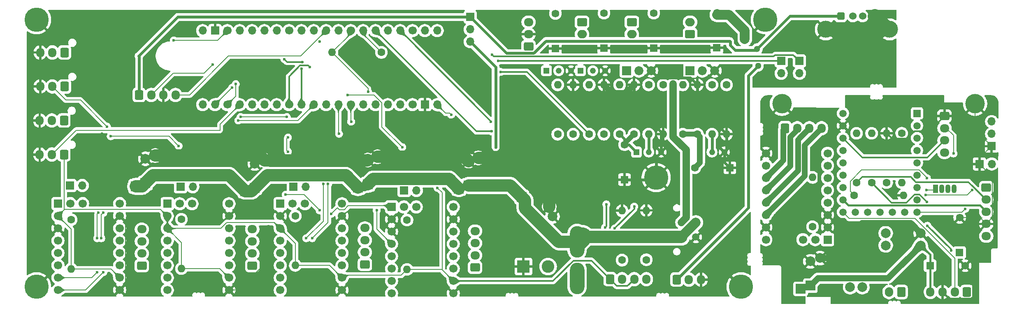
<source format=gbr>
%TF.GenerationSoftware,KiCad,Pcbnew,9.0.0*%
%TF.CreationDate,2025-05-04T19:05:18+10:00*%
%TF.ProjectId,CombinedMBTHB,436f6d62-696e-4656-944d-425448422e6b,rev?*%
%TF.SameCoordinates,Original*%
%TF.FileFunction,Copper,L2,Bot*%
%TF.FilePolarity,Positive*%
%FSLAX46Y46*%
G04 Gerber Fmt 4.6, Leading zero omitted, Abs format (unit mm)*
G04 Created by KiCad (PCBNEW 9.0.0) date 2025-05-04 19:05:18*
%MOMM*%
%LPD*%
G01*
G04 APERTURE LIST*
G04 Aperture macros list*
%AMRoundRect*
0 Rectangle with rounded corners*
0 $1 Rounding radius*
0 $2 $3 $4 $5 $6 $7 $8 $9 X,Y pos of 4 corners*
0 Add a 4 corners polygon primitive as box body*
4,1,4,$2,$3,$4,$5,$6,$7,$8,$9,$2,$3,0*
0 Add four circle primitives for the rounded corners*
1,1,$1+$1,$2,$3*
1,1,$1+$1,$4,$5*
1,1,$1+$1,$6,$7*
1,1,$1+$1,$8,$9*
0 Add four rect primitives between the rounded corners*
20,1,$1+$1,$2,$3,$4,$5,0*
20,1,$1+$1,$4,$5,$6,$7,0*
20,1,$1+$1,$6,$7,$8,$9,0*
20,1,$1+$1,$8,$9,$2,$3,0*%
G04 Aperture macros list end*
%TA.AperFunction,ComponentPad*%
%ADD10O,1.700000X1.950000*%
%TD*%
%TA.AperFunction,ComponentPad*%
%ADD11RoundRect,0.250000X-0.600000X-0.725000X0.600000X-0.725000X0.600000X0.725000X-0.600000X0.725000X0*%
%TD*%
%TA.AperFunction,ComponentPad*%
%ADD12O,1.070000X1.800000*%
%TD*%
%TA.AperFunction,ComponentPad*%
%ADD13R,1.070000X1.800000*%
%TD*%
%TA.AperFunction,ComponentPad*%
%ADD14O,1.950000X1.700000*%
%TD*%
%TA.AperFunction,ComponentPad*%
%ADD15RoundRect,0.250000X-0.725000X0.600000X-0.725000X-0.600000X0.725000X-0.600000X0.725000X0.600000X0*%
%TD*%
%TA.AperFunction,ComponentPad*%
%ADD16RoundRect,0.250000X0.600000X0.725000X-0.600000X0.725000X-0.600000X-0.725000X0.600000X-0.725000X0*%
%TD*%
%TA.AperFunction,ComponentPad*%
%ADD17O,1.600000X1.600000*%
%TD*%
%TA.AperFunction,ComponentPad*%
%ADD18C,1.600000*%
%TD*%
%TA.AperFunction,ComponentPad*%
%ADD19C,1.508000*%
%TD*%
%TA.AperFunction,ComponentPad*%
%ADD20R,1.508000X1.508000*%
%TD*%
%TA.AperFunction,ComponentPad*%
%ADD21C,4.000000*%
%TD*%
%TA.AperFunction,ComponentPad*%
%ADD22O,1.700000X2.000000*%
%TD*%
%TA.AperFunction,ComponentPad*%
%ADD23RoundRect,0.250000X0.600000X0.750000X-0.600000X0.750000X-0.600000X-0.750000X0.600000X-0.750000X0*%
%TD*%
%TA.AperFunction,ComponentPad*%
%ADD24C,2.000000*%
%TD*%
%TA.AperFunction,ComponentPad*%
%ADD25O,1.700000X1.700000*%
%TD*%
%TA.AperFunction,ComponentPad*%
%ADD26R,1.700000X1.700000*%
%TD*%
%TA.AperFunction,ComponentPad*%
%ADD27R,2.000000X2.000000*%
%TD*%
%TA.AperFunction,ComponentPad*%
%ADD28C,1.590000*%
%TD*%
%TA.AperFunction,ComponentPad*%
%ADD29R,1.590000X1.590000*%
%TD*%
%TA.AperFunction,ComponentPad*%
%ADD30C,1.700000*%
%TD*%
%TA.AperFunction,ComponentPad*%
%ADD31RoundRect,0.250000X0.725000X-0.600000X0.725000X0.600000X-0.725000X0.600000X-0.725000X-0.600000X0*%
%TD*%
%TA.AperFunction,ComponentPad*%
%ADD32C,5.000000*%
%TD*%
%TA.AperFunction,ComponentPad*%
%ADD33O,3.000000X6.500000*%
%TD*%
%TA.AperFunction,ComponentPad*%
%ADD34RoundRect,0.250000X-0.750000X0.600000X-0.750000X-0.600000X0.750000X-0.600000X0.750000X0.600000X0*%
%TD*%
%TA.AperFunction,ComponentPad*%
%ADD35O,2.000000X1.700000*%
%TD*%
%TA.AperFunction,ComponentPad*%
%ADD36RoundRect,0.250001X-0.499999X0.499999X-0.499999X-0.499999X0.499999X-0.499999X0.499999X0.499999X0*%
%TD*%
%TA.AperFunction,ComponentPad*%
%ADD37C,1.500000*%
%TD*%
%TA.AperFunction,ComponentPad*%
%ADD38R,1.228000X1.228000*%
%TD*%
%TA.AperFunction,ComponentPad*%
%ADD39C,1.228000*%
%TD*%
%TA.AperFunction,ComponentPad*%
%ADD40R,1.850000X1.850000*%
%TD*%
%TA.AperFunction,ComponentPad*%
%ADD41C,1.850000*%
%TD*%
%TA.AperFunction,ComponentPad*%
%ADD42RoundRect,0.250000X0.750000X-0.600000X0.750000X0.600000X-0.750000X0.600000X-0.750000X-0.600000X0*%
%TD*%
%TA.AperFunction,ComponentPad*%
%ADD43R,2.600000X2.600000*%
%TD*%
%TA.AperFunction,ComponentPad*%
%ADD44C,2.600000*%
%TD*%
%TA.AperFunction,ComponentPad*%
%ADD45RoundRect,0.250000X-0.512000X-0.512000X0.512000X-0.512000X0.512000X0.512000X-0.512000X0.512000X0*%
%TD*%
%TA.AperFunction,ComponentPad*%
%ADD46C,1.524000*%
%TD*%
%TA.AperFunction,ComponentPad*%
%ADD47C,3.500000*%
%TD*%
%TA.AperFunction,ViaPad*%
%ADD48C,0.600000*%
%TD*%
%TA.AperFunction,ViaPad*%
%ADD49C,2.000000*%
%TD*%
%TA.AperFunction,ViaPad*%
%ADD50C,1.300000*%
%TD*%
%TA.AperFunction,Conductor*%
%ADD51C,0.300000*%
%TD*%
%TA.AperFunction,Conductor*%
%ADD52C,0.200000*%
%TD*%
%TA.AperFunction,Conductor*%
%ADD53C,0.400000*%
%TD*%
%TA.AperFunction,Conductor*%
%ADD54C,1.200000*%
%TD*%
%TA.AperFunction,Conductor*%
%ADD55C,1.300000*%
%TD*%
%TA.AperFunction,Conductor*%
%ADD56C,2.500000*%
%TD*%
%TA.AperFunction,Conductor*%
%ADD57C,0.600000*%
%TD*%
%TA.AperFunction,Conductor*%
%ADD58C,3.000000*%
%TD*%
%TA.AperFunction,Conductor*%
%ADD59C,1.000000*%
%TD*%
%TA.AperFunction,Conductor*%
%ADD60C,4.000000*%
%TD*%
%TA.AperFunction,Conductor*%
%ADD61C,2.000000*%
%TD*%
%TA.AperFunction,Conductor*%
%ADD62C,1.400000*%
%TD*%
%TA.AperFunction,Conductor*%
%ADD63C,1.500000*%
%TD*%
G04 APERTURE END LIST*
D10*
%TO.P,EXM1,4,Pin_4*%
%TO.N,/ExtruderDriver/A2*%
X229100000Y-69100000D03*
%TO.P,EXM1,3,Pin_3*%
%TO.N,/ExtruderDriver/A1*%
X226600000Y-69100000D03*
%TO.P,EXM1,2,Pin_2*%
%TO.N,/ExtruderDriver/B1*%
X224100000Y-69100000D03*
D11*
%TO.P,EXM1,1,Pin_1*%
%TO.N,/ExtruderDriver/B2*%
X221600000Y-69100000D03*
%TD*%
D12*
%TO.P,D1,4,BK*%
%TO.N,/LED_TEST*%
X256370000Y-81550000D03*
%TO.P,D1,3,GK*%
%TO.N,+3V3*%
X255100000Y-81550000D03*
%TO.P,D1,2,RK*%
%TO.N,+5V*%
X253830000Y-81550000D03*
D13*
%TO.P,D1,1,A*%
%TO.N,Net-(D1-A)*%
X252560000Y-81550000D03*
%TD*%
D14*
%TO.P,J2,4,Pin_4*%
%TO.N,/SFS_SW*%
X254400000Y-74100000D03*
%TO.P,J2,3,Pin_3*%
%TO.N,+3V3*%
X254400000Y-71600000D03*
%TO.P,J2,2,Pin_2*%
%TO.N,/SFS_ENC*%
X254400000Y-69100000D03*
D15*
%TO.P,J2,1,Pin_1*%
%TO.N,GND*%
X254400000Y-66600000D03*
%TD*%
D10*
%TO.P,J9,4,Pin_4*%
%TO.N,+24V*%
X251500000Y-102800000D03*
%TO.P,J9,3,Pin_3*%
%TO.N,GND*%
X254000000Y-102800000D03*
%TO.P,J9,2,Pin_2*%
%TO.N,/PCF_SG*%
X256500000Y-102800000D03*
D16*
%TO.P,J9,1,Pin_1*%
%TO.N,Net-(J9-Pin_1)*%
X259000000Y-102800000D03*
%TD*%
D17*
%TO.P,R3,2*%
%TO.N,GND*%
X245980000Y-82900000D03*
D18*
%TO.P,R3,1*%
%TO.N,Net-(D1-A)*%
X235820000Y-82900000D03*
%TD*%
D17*
%TO.P,R1,2*%
%TO.N,Net-(RPZERO1-GP4)*%
X245600000Y-80280000D03*
D18*
%TO.P,R1,1*%
%TO.N,/M_UART*%
X245600000Y-70120000D03*
%TD*%
D19*
%TO.P,RPZERO1,23,5V*%
%TO.N,+5V*%
X233500000Y-66040000D03*
%TO.P,RPZERO1,22,GND*%
%TO.N,GND*%
X233500000Y-68580000D03*
%TO.P,RPZERO1,21,3V3*%
%TO.N,+3V3*%
X233500000Y-71120000D03*
%TO.P,RPZERO1,20,GP29*%
%TO.N,unconnected-(RPZERO1-GP29-Pad20)*%
X233500000Y-73660000D03*
%TO.P,RPZERO1,19,GP28*%
%TO.N,unconnected-(RPZERO1-GP28-Pad19)*%
X233500000Y-76200000D03*
%TO.P,RPZERO1,18,GP27*%
%TO.N,/M_DIR*%
X233500000Y-78740000D03*
%TO.P,RPZERO1,17,GP26*%
%TO.N,/M_STEP*%
X233500000Y-81280000D03*
%TO.P,RPZERO1,16,GP15*%
%TO.N,/EXF_SG*%
X233500000Y-83820000D03*
%TO.P,RPZERO1,15,GP14*%
%TO.N,/PCF_SG*%
X233500000Y-86360000D03*
%TO.P,RPZERO1,14,GP13*%
%TO.N,/M_EN*%
X236040000Y-86360000D03*
%TO.P,RPZERO1,13,GP12*%
%TO.N,unconnected-(RPZERO1-GP12-Pad13)*%
X238580000Y-86360000D03*
%TO.P,RPZERO1,12,GP11*%
%TO.N,unconnected-(RPZERO1-GP11-Pad12)*%
X241120000Y-86360000D03*
%TO.P,RPZERO1,11,GP10*%
%TO.N,unconnected-(RPZERO1-GP10-Pad11)*%
X243660000Y-86360000D03*
%TO.P,RPZERO1,10,GP9*%
%TO.N,/LED_TEST*%
X246200000Y-86360000D03*
%TO.P,RPZERO1,9,GP8*%
%TO.N,/BL_SV*%
X248740000Y-86360000D03*
%TO.P,RPZERO1,8,GP7*%
%TO.N,/BL_PR*%
X248740000Y-83820000D03*
%TO.P,RPZERO1,7,GP6*%
%TO.N,/SFS_ENC*%
X248740000Y-81280000D03*
%TO.P,RPZERO1,6,GP5*%
%TO.N,/SFS_SW*%
X248740000Y-78740000D03*
%TO.P,RPZERO1,5,GP4*%
%TO.N,Net-(RPZERO1-GP4)*%
X248740000Y-76200000D03*
%TO.P,RPZERO1,4,GP3*%
%TO.N,/M_UART*%
X248740000Y-73660000D03*
%TO.P,RPZERO1,3,GP2*%
%TO.N,/THM_SG*%
X248740000Y-71120000D03*
%TO.P,RPZERO1,2,GP1*%
%TO.N,unconnected-(RPZERO1-GP1-Pad2)*%
X248740000Y-68580000D03*
D20*
%TO.P,RPZERO1,1,GP0*%
%TO.N,unconnected-(RPZERO1-GP0-Pad1)*%
X248740000Y-66040000D03*
%TD*%
D21*
%TO.P,H2,1,1*%
%TO.N,GND*%
X260700000Y-64050000D03*
%TD*%
D17*
%TO.P,R2,2*%
%TO.N,GND*%
X242500000Y-70140000D03*
D18*
%TO.P,R2,1*%
%TO.N,/TH_SG*%
X242500000Y-80300000D03*
%TD*%
D22*
%TO.P,J1,2,Pin_2*%
%TO.N,/TH_SG*%
X243000000Y-102800000D03*
D23*
%TO.P,J1,1,Pin_1*%
%TO.N,+3V3*%
X245500000Y-102800000D03*
%TD*%
D24*
%TO.P,J5,2,Pin_2*%
%TO.N,Net-(J5-Pin_2)*%
X234986107Y-101800000D03*
%TO.P,J5,1,Pin_1*%
%TO.N,Net-(J5-Pin_1)*%
X237500707Y-101800000D03*
%TD*%
D14*
%TO.P,J8,5,Pin_5*%
%TO.N,+5V*%
X263000000Y-91300000D03*
%TO.P,J8,4,Pin_4*%
%TO.N,GND*%
X263000000Y-88800000D03*
%TO.P,J8,3,Pin_3*%
%TO.N,/EXF_SG*%
X263000000Y-86300000D03*
%TO.P,J8,2,Pin_2*%
%TO.N,Net-(J8-Pin_2)*%
X263000000Y-83800000D03*
D15*
%TO.P,J8,1,Pin_1*%
%TO.N,unconnected-(J8-Pin_1-Pad1)*%
X263000000Y-81300000D03*
%TD*%
D25*
%TO.P,J4,2,Pin_2*%
%TO.N,/BL_PR*%
X264140000Y-76450000D03*
D26*
%TO.P,J4,1,Pin_1*%
%TO.N,GND*%
X261600000Y-76450000D03*
%TD*%
D17*
%TO.P,R6,2*%
%TO.N,+3V3*%
X227250000Y-79220000D03*
D18*
%TO.P,R6,1*%
%TO.N,/M_EN*%
X227250000Y-89380000D03*
%TD*%
D17*
%TO.P,R4,2*%
%TO.N,/PCF_TACH*%
X239400000Y-70140000D03*
D18*
%TO.P,R4,1*%
%TO.N,Net-(J9-Pin_1)*%
X239400000Y-80300000D03*
%TD*%
D24*
%TO.P,C2,2*%
%TO.N,GND*%
X228800000Y-95827856D03*
X226800000Y-96500000D03*
D27*
%TO.P,C2,1*%
%TO.N,+24V*%
X226800000Y-101500000D03*
X224800000Y-102172144D03*
%TD*%
D28*
%TO.P,D2,2,A*%
%TO.N,GND*%
X258645500Y-97400000D03*
D29*
%TO.P,D2,1,K*%
%TO.N,+24V*%
X251433500Y-97374600D03*
%TD*%
D24*
%TO.P,J6,2,Pin_2*%
%TO.N,GND*%
X249500000Y-90700000D03*
%TO.P,J6,1,Pin_1*%
%TO.N,+24V*%
X249500000Y-93214600D03*
%TD*%
D17*
%TO.P,R5,2*%
%TO.N,/EXF_TACH*%
X236300000Y-70140000D03*
D18*
%TO.P,R5,1*%
%TO.N,Net-(J8-Pin_2)*%
X236300000Y-80300000D03*
%TD*%
D24*
%TO.P,J7,2,Pin_2*%
%TO.N,Net-(J5-Pin_2)*%
X242300000Y-93214600D03*
%TO.P,J7,1,Pin_1*%
%TO.N,Net-(J5-Pin_1)*%
X242300000Y-90700000D03*
%TD*%
D25*
%TO.P,J3,3,Pin_3*%
%TO.N,/BL_SV*%
X264100000Y-67720000D03*
%TO.P,J3,2,Pin_2*%
%TO.N,+5V*%
X264100000Y-70260000D03*
D26*
%TO.P,J3,1,Pin_1*%
%TO.N,GND*%
X264100000Y-72800000D03*
%TD*%
D21*
%TO.P,H1,1,1*%
%TO.N,GND*%
X220950000Y-64050000D03*
%TD*%
D30*
%TO.P,M1,18,DIAG*%
%TO.N,unconnected-(M1-DIAG-Pad18)*%
X225260707Y-92030000D03*
%TO.P,M1,17,INDEX*%
%TO.N,unconnected-(M1-INDEX-Pad17)*%
X227800707Y-92030000D03*
%TO.P,M1,16,VM*%
%TO.N,+24V*%
X217640707Y-92030000D03*
%TO.P,M1,15,GND*%
%TO.N,GND*%
X217640707Y-89490000D03*
%TO.P,M1,14,A2*%
%TO.N,/ExtruderDriver/A2*%
X217640707Y-86950000D03*
%TO.P,M1,13,A1*%
%TO.N,/ExtruderDriver/A1*%
X217640707Y-84410000D03*
%TO.P,M1,12,B1*%
%TO.N,/ExtruderDriver/B1*%
X217640707Y-81870000D03*
%TO.P,M1,11,B2*%
%TO.N,/ExtruderDriver/B2*%
X217640707Y-79330000D03*
%TO.P,M1,10,VDD*%
%TO.N,+3V3*%
X217640707Y-76790000D03*
%TO.P,M1,9,GND*%
%TO.N,GND*%
X217640707Y-74250000D03*
%TO.P,M1,8,DIR*%
%TO.N,/M_DIR*%
X230340707Y-74250000D03*
%TO.P,M1,7,STEP*%
%TO.N,/M_STEP*%
X230340707Y-76790000D03*
%TO.P,M1,6,CLK*%
%TO.N,unconnected-(M1-CLK-Pad6)*%
X230340707Y-79330000D03*
%TO.P,M1,5,PDN2*%
%TO.N,unconnected-(M1-PDN2-Pad5)*%
X230340707Y-81870000D03*
%TO.P,M1,4,PDN1*%
%TO.N,/M_UART*%
X230340707Y-84410000D03*
%TO.P,M1,3,MS2*%
%TO.N,GND*%
X230340707Y-86950000D03*
%TO.P,M1,2,MS1*%
X230340707Y-89490000D03*
D26*
%TO.P,M1,1,ENABLE*%
%TO.N,/M_EN*%
X230340707Y-92030000D03*
%TD*%
D28*
%TO.P,D3,2,A*%
%TO.N,GND*%
X257525400Y-87468000D03*
D29*
%TO.P,D3,1,K*%
%TO.N,+5V*%
X257500000Y-94680000D03*
%TD*%
D31*
%TO.P,J7,1,Pin_1*%
%TO.N,Net-(J3-Pin_2)*%
X168800000Y-52250000D03*
D14*
%TO.P,J7,2,Pin_2*%
%TO.N,GND*%
X168800000Y-49750000D03*
%TO.P,J7,3,Pin_3*%
%TO.N,5V*%
X168800000Y-47250000D03*
%TD*%
D31*
%TO.P,MotorConnector1,1,Pin_1*%
%TO.N,/XMotor/B2*%
X157800000Y-97750000D03*
D14*
%TO.P,MotorConnector1,2,Pin_2*%
%TO.N,/XMotor/B1*%
X157800000Y-95250000D03*
%TO.P,MotorConnector1,3,Pin_3*%
%TO.N,/XMotor/A1*%
X157800000Y-92750000D03*
%TO.P,MotorConnector1,4,Pin_4*%
%TO.N,/XMotor/A2*%
X157800000Y-90250000D03*
%TD*%
D29*
%TO.P,D5,1,K*%
%TO.N,GND*%
X188550000Y-79680000D03*
D28*
%TO.P,D5,2,A*%
%TO.N,+24V*%
X188575400Y-72468000D03*
%TD*%
D18*
%TO.P,R15,1*%
%TO.N,/ME_EN*%
X97360000Y-87830000D03*
D17*
%TO.P,R15,2*%
%TO.N,+3V3*%
X97360000Y-97990000D03*
%TD*%
D26*
%TO.P,J16,1,Pin_1*%
%TO.N,/MX_DIAG*%
X143195000Y-81910000D03*
D25*
%TO.P,J16,2,Pin_2*%
%TO.N,Net-(J16-Pin_2)*%
X145735000Y-81910000D03*
%TD*%
D32*
%TO.P,H4,1,1*%
%TO.N,GND*%
X217550000Y-46750000D03*
%TD*%
D29*
%TO.P,D4,1,K*%
%TO.N,GND*%
X207550000Y-52500000D03*
D28*
%TO.P,D4,2,A*%
%TO.N,+24V*%
X207575400Y-45288000D03*
%TD*%
D33*
%TO.P,F1,1*%
%TO.N,+24V*%
X178799999Y-92500000D03*
%TO.P,F1,2*%
%TO.N,Net-(J10-Pin_2)*%
X178800000Y-100000000D03*
%TD*%
D18*
%TO.P,R17,1*%
%TO.N,/HEATER_PIN*%
X206550000Y-60170000D03*
D17*
%TO.P,R17,2*%
%TO.N,Net-(Q5-G)*%
X206550000Y-70330000D03*
%TD*%
D16*
%TO.P,J25,1,Pin_1*%
%TO.N,+3V3*%
X73300000Y-60500000D03*
D10*
%TO.P,J25,2,Pin_2*%
%TO.N,/ME_DIAG*%
X70800000Y-60500000D03*
%TO.P,J25,3,Pin_3*%
%TO.N,GND*%
X68300000Y-60500000D03*
%TD*%
D18*
%TO.P,R19,1*%
%TO.N,+24V*%
X203550000Y-70330000D03*
D17*
%TO.P,R19,2*%
%TO.N,GND*%
X203550000Y-60170000D03*
%TD*%
D26*
%TO.P,J24,1,Pin_1*%
%TO.N,/ME_DIAG*%
X97170000Y-81140000D03*
D25*
%TO.P,J24,2,Pin_2*%
%TO.N,Net-(J24-Pin_2)*%
X99710000Y-81140000D03*
%TD*%
D34*
%TO.P,J6,1,Pin_1*%
%TO.N,+24V*%
X190050000Y-47250000D03*
D35*
%TO.P,J6,2,Pin_2*%
%TO.N,/Mosfet1/Output_Return*%
X190050000Y-49750000D03*
%TD*%
D18*
%TO.P,R22,1*%
%TO.N,+24V*%
X190510000Y-70330000D03*
D17*
%TO.P,R22,2*%
%TO.N,GND*%
X190510000Y-60170000D03*
%TD*%
D18*
%TO.P,R24,1*%
%TO.N,/FAN0_PIN*%
X178000000Y-70330000D03*
D17*
%TO.P,R24,2*%
%TO.N,GND*%
X178000000Y-60170000D03*
%TD*%
D36*
%TO.P,J5,1,Pin_1*%
%TO.N,+24V*%
X203240000Y-88500000D03*
D37*
%TO.P,J5,2,Pin_2*%
%TO.N,GND*%
X203240000Y-91500000D03*
%TO.P,J5,3,Pin_3*%
%TO.N,/Mosfet/Output_Return*%
X200240000Y-88500000D03*
%TO.P,J5,4,Pin_4*%
%TO.N,+24V*%
X200240000Y-91500000D03*
%TD*%
D29*
%TO.P,D3,1,K*%
%TO.N,GND*%
X210230000Y-77250000D03*
D28*
%TO.P,D3,2,A*%
%TO.N,+24V*%
X203018000Y-77224600D03*
%TD*%
D18*
%TO.P,R16,1*%
%TO.N,/HEATER_PIN*%
X209550000Y-60170000D03*
D17*
%TO.P,R16,2*%
%TO.N,GND*%
X209550000Y-70330000D03*
%TD*%
D29*
%TO.P,D1,1,K*%
%TO.N,GND*%
X184300000Y-52616500D03*
D28*
%TO.P,D1,2,A*%
%TO.N,5V*%
X184325400Y-45404500D03*
%TD*%
D26*
%TO.P,M4,1,ENABLE*%
%TO.N,/ME_EN*%
X94460000Y-84650000D03*
D30*
%TO.P,M4,2,MS1*%
%TO.N,+3V3*%
X94460000Y-87190000D03*
%TO.P,M4,3,MS2*%
X94460000Y-89730000D03*
%TO.P,M4,4,PDN1*%
%TO.N,/M_UART*%
X94460000Y-92270000D03*
%TO.P,M4,5,PDN2*%
%TO.N,unconnected-(M4-PDN2-Pad5)*%
X94460000Y-94810000D03*
%TO.P,M4,6,CLK*%
%TO.N,unconnected-(M4-CLK-Pad6)*%
X94460000Y-97350000D03*
%TO.P,M4,7,STEP*%
%TO.N,/ME_STEP*%
X94460000Y-99890000D03*
%TO.P,M4,8,DIR*%
%TO.N,/ME_DIR*%
X94460000Y-102430000D03*
%TO.P,M4,9,GND*%
%TO.N,GND*%
X107160000Y-102430000D03*
%TO.P,M4,10,VDD*%
%TO.N,+3V3*%
X107160000Y-99890000D03*
%TO.P,M4,11,B2*%
%TO.N,/EMotor/B2*%
X107160000Y-97350000D03*
%TO.P,M4,12,B1*%
%TO.N,/EMotor/B1*%
X107160000Y-94810000D03*
%TO.P,M4,13,A1*%
%TO.N,/EMotor/A1*%
X107160000Y-92270000D03*
%TO.P,M4,14,A2*%
%TO.N,/EMotor/A2*%
X107160000Y-89730000D03*
%TO.P,M4,15,GND*%
%TO.N,GND*%
X107160000Y-87190000D03*
%TO.P,M4,16,VM*%
%TO.N,+24V*%
X107160000Y-84650000D03*
%TO.P,M4,17,INDEX*%
%TO.N,unconnected-(M4-INDEX-Pad17)*%
X97000000Y-84650000D03*
%TO.P,M4,18,DIAG*%
%TO.N,Net-(J24-Pin_2)*%
X99540000Y-84650000D03*
%TD*%
D26*
%TO.P,M1,1,ENABLE*%
%TO.N,/MX_EN*%
X140620000Y-85300000D03*
D30*
%TO.P,M1,2,MS1*%
%TO.N,GND*%
X140620000Y-87840000D03*
%TO.P,M1,3,MS2*%
X140620000Y-90380000D03*
%TO.P,M1,4,PDN1*%
%TO.N,/M_UART*%
X140620000Y-92920000D03*
%TO.P,M1,5,PDN2*%
%TO.N,unconnected-(M1-PDN2-Pad5)*%
X140620000Y-95460000D03*
%TO.P,M1,6,CLK*%
%TO.N,unconnected-(M1-CLK-Pad6)*%
X140620000Y-98000000D03*
%TO.P,M1,7,STEP*%
%TO.N,/MX_STEP*%
X140620000Y-100540000D03*
%TO.P,M1,8,DIR*%
%TO.N,/MX_DIR*%
X140620000Y-103080000D03*
%TO.P,M1,9,GND*%
%TO.N,GND*%
X153320000Y-103080000D03*
%TO.P,M1,10,VDD*%
%TO.N,+3V3*%
X153320000Y-100540000D03*
%TO.P,M1,11,B2*%
%TO.N,/XMotor/B2*%
X153320000Y-98000000D03*
%TO.P,M1,12,B1*%
%TO.N,/XMotor/B1*%
X153320000Y-95460000D03*
%TO.P,M1,13,A1*%
%TO.N,/XMotor/A1*%
X153320000Y-92920000D03*
%TO.P,M1,14,A2*%
%TO.N,/XMotor/A2*%
X153320000Y-90380000D03*
%TO.P,M1,15,GND*%
%TO.N,GND*%
X153320000Y-87840000D03*
%TO.P,M1,16,VM*%
%TO.N,+24V*%
X153320000Y-85300000D03*
%TO.P,M1,17,INDEX*%
%TO.N,unconnected-(M1-INDEX-Pad17)*%
X143160000Y-85300000D03*
%TO.P,M1,18,DIAG*%
%TO.N,Net-(J16-Pin_2)*%
X145700000Y-85300000D03*
%TD*%
D18*
%TO.P,R14,1*%
%TO.N,/MZ_EN*%
X120800000Y-87170000D03*
D17*
%TO.P,R14,2*%
%TO.N,+3V3*%
X120800000Y-97330000D03*
%TD*%
D18*
%TO.P,R13,1*%
%TO.N,/MY_EN*%
X74660000Y-87910000D03*
D17*
%TO.P,R13,2*%
%TO.N,+3V3*%
X74660000Y-98070000D03*
%TD*%
D18*
%TO.P,R9,1*%
%TO.N,/UART_RX*%
X138514000Y-53490000D03*
D17*
%TO.P,R9,2*%
%TO.N,/M_UART*%
X128354000Y-53490000D03*
%TD*%
D27*
%TO.P,C3,1*%
%TO.N,+24V*%
X87960000Y-81062144D03*
X89960000Y-80390000D03*
D24*
%TO.P,C3,2*%
%TO.N,GND*%
X89960000Y-75390000D03*
X91960000Y-74717856D03*
%TD*%
D32*
%TO.P,H3,1,1*%
%TO.N,GND*%
X67550000Y-101750000D03*
%TD*%
D38*
%TO.P,Q10,1,D*%
%TO.N,/Transistor1/Output_GND*%
X179472500Y-57260000D03*
D39*
%TO.P,Q10,2,G*%
%TO.N,Net-(Q10-G)*%
X182012500Y-57260000D03*
%TO.P,Q10,3,S*%
%TO.N,GND*%
X184552500Y-57260000D03*
%TD*%
D38*
%TO.P,Q5,1,D*%
%TO.N,+24V*%
X204010000Y-74000000D03*
D39*
%TO.P,Q5,2,G*%
%TO.N,Net-(Q5-G)*%
X206550000Y-74000000D03*
%TO.P,Q5,3,S*%
%TO.N,GND*%
X209090000Y-74000000D03*
%TD*%
D26*
%TO.P,J15,1,Pin_1*%
%TO.N,/PA12*%
X220800000Y-55250000D03*
D25*
%TO.P,J15,2,Pin_2*%
%TO.N,/D+*%
X220800000Y-57790000D03*
%TD*%
D26*
%TO.P,M3,1,ENABLE*%
%TO.N,/MZ_EN*%
X117710000Y-84650000D03*
D30*
%TO.P,M3,2,MS1*%
%TO.N,GND*%
X117710000Y-87190000D03*
%TO.P,M3,3,MS2*%
%TO.N,+3V3*%
X117710000Y-89730000D03*
%TO.P,M3,4,PDN1*%
%TO.N,/M_UART*%
X117710000Y-92270000D03*
%TO.P,M3,5,PDN2*%
%TO.N,unconnected-(M3-PDN2-Pad5)*%
X117710000Y-94810000D03*
%TO.P,M3,6,CLK*%
%TO.N,unconnected-(M3-CLK-Pad6)*%
X117710000Y-97350000D03*
%TO.P,M3,7,STEP*%
%TO.N,/MZ_STEP*%
X117710000Y-99890000D03*
%TO.P,M3,8,DIR*%
%TO.N,/MZ_DIR*%
X117710000Y-102430000D03*
%TO.P,M3,9,GND*%
%TO.N,GND*%
X130410000Y-102430000D03*
%TO.P,M3,10,VDD*%
%TO.N,+3V3*%
X130410000Y-99890000D03*
%TO.P,M3,11,B2*%
%TO.N,/ZMotor/B2*%
X130410000Y-97350000D03*
%TO.P,M3,12,B1*%
%TO.N,/ZMotor/B1*%
X130410000Y-94810000D03*
%TO.P,M3,13,A1*%
%TO.N,/ZMotor/A1*%
X130410000Y-92270000D03*
%TO.P,M3,14,A2*%
%TO.N,/ZMotor/A2*%
X130410000Y-89730000D03*
%TO.P,M3,15,GND*%
%TO.N,GND*%
X130410000Y-87190000D03*
%TO.P,M3,16,VM*%
%TO.N,+24V*%
X130410000Y-84650000D03*
%TO.P,M3,17,INDEX*%
%TO.N,unconnected-(M3-INDEX-Pad17)*%
X120250000Y-84650000D03*
%TO.P,M3,18,DIAG*%
%TO.N,Net-(J21-Pin_2)*%
X122790000Y-84650000D03*
%TD*%
D38*
%TO.P,Q7,1,D*%
%TO.N,+24V*%
X191010000Y-74000000D03*
D39*
%TO.P,Q7,2,G*%
%TO.N,Net-(Q7-G)*%
X193550000Y-74000000D03*
%TO.P,Q7,3,S*%
%TO.N,GND*%
X196090000Y-74000000D03*
%TD*%
D18*
%TO.P,R10,1*%
%TO.N,/BED_THM_1*%
X193050000Y-96170000D03*
D17*
%TO.P,R10,2*%
%TO.N,GND*%
X193050000Y-86010000D03*
%TD*%
D26*
%TO.P,J3,1,Pin_1*%
%TO.N,+5V*%
X156800000Y-46210000D03*
D25*
%TO.P,J3,2,Pin_2*%
%TO.N,Net-(J3-Pin_2)*%
X156800000Y-48750000D03*
%TO.P,J3,3,Pin_3*%
%TO.N,+24V*%
X156800000Y-51290000D03*
%TD*%
D11*
%TO.P,J2,1,Pin_1*%
%TO.N,+5V*%
X199300000Y-100250000D03*
D10*
%TO.P,J2,2,Pin_2*%
%TO.N,/NEOPIXEL_PIN*%
X201800000Y-100250000D03*
%TO.P,J2,3,Pin_3*%
%TO.N,GND*%
X204300000Y-100250000D03*
%TD*%
D11*
%TO.P,J8,1,Pin_1*%
%TO.N,+5V*%
X88650000Y-62250000D03*
D10*
%TO.P,J8,2,Pin_2*%
%TO.N,/SwitchSensor*%
X91150000Y-62250000D03*
%TO.P,J8,3,Pin_3*%
%TO.N,GND*%
X93650000Y-62250000D03*
%TO.P,J8,4,Pin_4*%
%TO.N,/OpticSensor*%
X96150000Y-62250000D03*
%TD*%
D18*
%TO.P,R21,1*%
%TO.N,/ HEATED_BED_PIN*%
X193510000Y-60170000D03*
D17*
%TO.P,R21,2*%
%TO.N,Net-(Q7-G)*%
X193510000Y-70330000D03*
%TD*%
D16*
%TO.P,J17,1,Pin_1*%
%TO.N,+3V3*%
X73200000Y-74500000D03*
D10*
%TO.P,J17,2,Pin_2*%
%TO.N,/MX_DIAG*%
X70700000Y-74500000D03*
%TO.P,J17,3,Pin_3*%
%TO.N,GND*%
X68200000Y-74500000D03*
%TD*%
D26*
%TO.P,M2,1,ENABLE*%
%TO.N,/MY_EN*%
X71960000Y-84610000D03*
D30*
%TO.P,M2,2,MS1*%
%TO.N,+3V3*%
X71960000Y-87150000D03*
%TO.P,M2,3,MS2*%
%TO.N,GND*%
X71960000Y-89690000D03*
%TO.P,M2,4,PDN1*%
%TO.N,/M_UART*%
X71960000Y-92230000D03*
%TO.P,M2,5,PDN2*%
%TO.N,unconnected-(M2-PDN2-Pad5)*%
X71960000Y-94770000D03*
%TO.P,M2,6,CLK*%
%TO.N,unconnected-(M2-CLK-Pad6)*%
X71960000Y-97310000D03*
%TO.P,M2,7,STEP*%
%TO.N,/MY_STEP*%
X71960000Y-99850000D03*
%TO.P,M2,8,DIR*%
%TO.N,/MY_DIR*%
X71960000Y-102390000D03*
%TO.P,M2,9,GND*%
%TO.N,GND*%
X84660000Y-102390000D03*
%TO.P,M2,10,VDD*%
%TO.N,+3V3*%
X84660000Y-99850000D03*
%TO.P,M2,11,B2*%
%TO.N,/YMotor/B2*%
X84660000Y-97310000D03*
%TO.P,M2,12,B1*%
%TO.N,/YMotor/B1*%
X84660000Y-94770000D03*
%TO.P,M2,13,A1*%
%TO.N,/YMotor/A1*%
X84660000Y-92230000D03*
%TO.P,M2,14,A2*%
%TO.N,/YMotor/A2*%
X84660000Y-89690000D03*
%TO.P,M2,15,GND*%
%TO.N,GND*%
X84660000Y-87150000D03*
%TO.P,M2,16,VM*%
%TO.N,+24V*%
X84660000Y-84610000D03*
%TO.P,M2,17,INDEX*%
%TO.N,unconnected-(M2-INDEX-Pad17)*%
X74500000Y-84610000D03*
%TO.P,M2,18,DIAG*%
%TO.N,Net-(J18-Pin_2)*%
X77040000Y-84610000D03*
%TD*%
D25*
%TO.P,U1,1,VBAT*%
%TO.N,unconnected-(U1-VBAT-Pad1)*%
X149994000Y-49000000D03*
%TO.P,U1,2,PC13*%
%TO.N,/SGPIO_4*%
X147454000Y-49000000D03*
D30*
%TO.P,U1,3,PC14*%
%TO.N,/SGPIO_3*%
X144914000Y-49000000D03*
D25*
%TO.P,U1,4,PC15*%
%TO.N,/BED_THM_2*%
X142374000Y-49000000D03*
%TO.P,U1,5,nRST*%
%TO.N,unconnected-(U1-nRST-Pad5)*%
X139834000Y-49000000D03*
%TO.P,U1,6,PA0*%
%TO.N,/BED_THM_1*%
X137294000Y-49000000D03*
%TO.P,U1,7,PA1*%
%TO.N,/UART_RX*%
X134754000Y-49000000D03*
D30*
%TO.P,U1,8,PA2*%
%TO.N,/M_UART*%
X132214000Y-49000000D03*
D25*
%TO.P,U1,9,PA3*%
%TO.N,/SGPIO_5*%
X129674000Y-49000000D03*
%TO.P,U1,10,PA4*%
%TO.N,/OpticSensor*%
X127134000Y-49000000D03*
%TO.P,U1,11,PA5*%
%TO.N,/SwitchSensor*%
X124594000Y-49000000D03*
%TO.P,U1,12,PA6*%
%TO.N,unconnected-(U1-PA6-Pad12)*%
X122054000Y-49000000D03*
D30*
%TO.P,U1,13,PA7*%
%TO.N,unconnected-(U1-PA7-Pad13)*%
X119514000Y-49000000D03*
D25*
%TO.P,U1,14,PB0*%
%TO.N,unconnected-(U1-PB0-Pad14)*%
X116974000Y-49000000D03*
%TO.P,U1,15,PB1*%
%TO.N,unconnected-(U1-PB1-Pad15)*%
X114434000Y-49000000D03*
%TO.P,U1,16,PB2*%
%TO.N,/RGB_PIN*%
X111894000Y-49000000D03*
%TO.P,U1,17,PB10*%
%TO.N,/MS_DIAG*%
X109354000Y-49000000D03*
D30*
%TO.P,U1,18,3V3*%
%TO.N,+3V3*%
X106814000Y-49000000D03*
D26*
%TO.P,U1,19,GND*%
%TO.N,GND*%
X104274000Y-49000000D03*
D25*
%TO.P,U1,20,5V*%
%TO.N,unconnected-(U1-5V-Pad20)*%
X101734000Y-49000000D03*
%TO.P,U1,21,PB12*%
%TO.N,/MX_EN*%
X101734000Y-64240000D03*
%TO.P,U1,22,PB13*%
%TO.N,/MX_STEP*%
X104274000Y-64240000D03*
D30*
%TO.P,U1,23,PB14*%
%TO.N,/MX_DIR*%
X106814000Y-64240000D03*
D25*
%TO.P,U1,24,PB15*%
%TO.N,/MX_DIAG*%
X109354000Y-64240000D03*
%TO.P,U1,25,PA8*%
%TO.N,/MY_EN*%
X111894000Y-64240000D03*
%TO.P,U1,26,PA9*%
%TO.N,/MY_STEP*%
X114434000Y-64240000D03*
%TO.P,U1,27,PA10*%
%TO.N,/MY_DIR*%
X116974000Y-64240000D03*
D30*
%TO.P,U1,28,PA11*%
%TO.N,/PA11*%
X119514000Y-64240000D03*
D25*
%TO.P,U1,29,PA12*%
%TO.N,/PA12*%
X122054000Y-64240000D03*
%TO.P,U1,30,PA15*%
%TO.N,/MY_DIAG*%
X124594000Y-64240000D03*
%TO.P,U1,31,PB3*%
%TO.N,/MZ_EN*%
X127134000Y-64240000D03*
%TO.P,U1,32,PB4*%
%TO.N,/MZ_STEP*%
X129674000Y-64240000D03*
D30*
%TO.P,U1,33,PB5*%
%TO.N,/MZ_DIR*%
X132214000Y-64240000D03*
D25*
%TO.P,U1,34,PB6*%
%TO.N,/MZ_DIAG*%
X134754000Y-64240000D03*
%TO.P,U1,35,PB7*%
%TO.N,/MS_EN*%
X137294000Y-64240000D03*
%TO.P,U1,36,PB8*%
%TO.N,/MS_STEP*%
X139834000Y-64240000D03*
%TO.P,U1,37,PB9*%
%TO.N,/MS_DIR*%
X142374000Y-64240000D03*
D30*
%TO.P,U1,38,5V*%
%TO.N,unconnected-(U1-5V-Pad38)*%
X144914000Y-64240000D03*
D26*
%TO.P,U1,39,GND*%
%TO.N,GND*%
X147454000Y-64240000D03*
D25*
%TO.P,U1,40,3V3*%
%TO.N,+3V3*%
X149994000Y-64240000D03*
%TD*%
D18*
%TO.P,R23,1*%
%TO.N,+24V*%
X187550000Y-70330000D03*
D17*
%TO.P,R23,2*%
%TO.N,Net-(Q8-G)*%
X187550000Y-60170000D03*
%TD*%
D38*
%TO.P,Q9,1,D*%
%TO.N,5V*%
X172472500Y-57260000D03*
D39*
%TO.P,Q9,2,G*%
%TO.N,Net-(Q9-G)*%
X175012500Y-57260000D03*
%TO.P,Q9,3,S*%
%TO.N,GND*%
X177552500Y-57260000D03*
%TD*%
D31*
%TO.P,J20,1,Pin_1*%
%TO.N,/YMotor/B2*%
X89210000Y-97390000D03*
D14*
%TO.P,J20,2,Pin_2*%
%TO.N,/YMotor/B1*%
X89210000Y-94890000D03*
%TO.P,J20,3,Pin_3*%
%TO.N,/YMotor/A1*%
X89210000Y-92390000D03*
%TO.P,J20,4,Pin_4*%
%TO.N,/YMotor/A2*%
X89210000Y-89890000D03*
%TD*%
D29*
%TO.P,D6,1,K*%
%TO.N,GND*%
X194550000Y-52616500D03*
D28*
%TO.P,D6,2,A*%
%TO.N,+24V*%
X194575400Y-45404500D03*
%TD*%
D32*
%TO.P,H2,1,1*%
%TO.N,GND*%
X195050000Y-79250000D03*
%TD*%
D26*
%TO.P,J14,1,Pin_1*%
%TO.N,/PA11*%
X224550000Y-55250000D03*
D25*
%TO.P,J14,2,Pin_2*%
%TO.N,/D-*%
X224550000Y-57790000D03*
%TD*%
D27*
%TO.P,C4,1*%
%TO.N,+24V*%
X154460000Y-81544821D03*
X156460000Y-80872677D03*
D24*
%TO.P,C4,2*%
%TO.N,GND*%
X156460000Y-75872677D03*
X158460000Y-75200533D03*
%TD*%
D18*
%TO.P,R18,1*%
%TO.N,+24V*%
X200550000Y-70330000D03*
D17*
%TO.P,R18,2*%
%TO.N,Net-(Q6-G)*%
X200550000Y-60170000D03*
%TD*%
D29*
%TO.P,D2,1,K*%
%TO.N,GND*%
X174300000Y-52680000D03*
D28*
%TO.P,D2,2,A*%
%TO.N,5V*%
X174325400Y-45468000D03*
%TD*%
D18*
%TO.P,R20,1*%
%TO.N,/ HEATED_BED_PIN*%
X196510000Y-60170000D03*
D17*
%TO.P,R20,2*%
%TO.N,GND*%
X196510000Y-70330000D03*
%TD*%
D18*
%TO.P,R26,1*%
%TO.N,/RGB_PIN*%
X184300000Y-70330000D03*
D17*
%TO.P,R26,2*%
%TO.N,GND*%
X184300000Y-60170000D03*
%TD*%
D26*
%TO.P,J21,1,Pin_1*%
%TO.N,/MZ_DIAG*%
X120420000Y-81140000D03*
D25*
%TO.P,J21,2,Pin_2*%
%TO.N,Net-(J21-Pin_2)*%
X122960000Y-81140000D03*
%TD*%
D34*
%TO.P,J4,1,Pin_1*%
%TO.N,5V*%
X179800000Y-47250000D03*
D35*
%TO.P,J4,2,Pin_2*%
%TO.N,/Transistor1/Output_GND*%
X179800000Y-49750000D03*
%TD*%
D16*
%TO.P,J19,1,Pin_1*%
%TO.N,+3V3*%
X73200000Y-67500000D03*
D10*
%TO.P,J19,2,Pin_2*%
%TO.N,/MY_DIAG*%
X70700000Y-67500000D03*
%TO.P,J19,3,Pin_3*%
%TO.N,GND*%
X68200000Y-67500000D03*
%TD*%
D31*
%TO.P,J26,1,Pin_1*%
%TO.N,/EMotor/B2*%
X111960000Y-97390000D03*
D14*
%TO.P,J26,2,Pin_2*%
%TO.N,/EMotor/B1*%
X111960000Y-94890000D03*
%TO.P,J26,3,Pin_3*%
%TO.N,/EMotor/A1*%
X111960000Y-92390000D03*
%TO.P,J26,4,Pin_4*%
%TO.N,/EMotor/A2*%
X111960000Y-89890000D03*
%TD*%
D40*
%TO.P,Q6,1,D*%
%TO.N,/Mosfet/Output_Return*%
X202050000Y-57250000D03*
D41*
%TO.P,Q6,2,G*%
%TO.N,Net-(Q6-G)*%
X204590000Y-57250000D03*
%TO.P,Q6,3,S*%
%TO.N,GND*%
X207130000Y-57250000D03*
%TD*%
D27*
%TO.P,C1,1*%
%TO.N,+24V*%
X110460000Y-82044821D03*
X112460000Y-81372677D03*
D24*
%TO.P,C1,2*%
%TO.N,GND*%
X112460000Y-76372677D03*
X114460000Y-75700533D03*
%TD*%
D11*
%TO.P,J11,1,Pin_1*%
%TO.N,+3V3*%
X185550000Y-100170000D03*
D10*
%TO.P,J11,2,Pin_2*%
%TO.N,/BED_THM_2*%
X188050000Y-100170000D03*
%TO.P,J11,3,Pin_3*%
%TO.N,+3V3*%
X190550000Y-100170000D03*
%TO.P,J11,4,Pin_4*%
%TO.N,/BED_THM_1*%
X193050000Y-100170000D03*
%TD*%
D26*
%TO.P,J18,1,Pin_1*%
%TO.N,/MY_DIAG*%
X74420000Y-80890000D03*
D25*
%TO.P,J18,2,Pin_2*%
%TO.N,Net-(J18-Pin_2)*%
X76960000Y-80890000D03*
%TD*%
D40*
%TO.P,Q8,1,D*%
%TO.N,/Mosfet1/Output_Return*%
X188970000Y-57250000D03*
D41*
%TO.P,Q8,2,G*%
%TO.N,Net-(Q8-G)*%
X191510000Y-57250000D03*
%TO.P,Q8,3,S*%
%TO.N,GND*%
X194050000Y-57250000D03*
%TD*%
D18*
%TO.P,R12,1*%
%TO.N,/MX_EN*%
X143800000Y-88000000D03*
D17*
%TO.P,R12,2*%
%TO.N,+3V3*%
X143800000Y-98160000D03*
%TD*%
D31*
%TO.P,J23,1,Pin_1*%
%TO.N,/ZMotor/B2*%
X135120000Y-97140000D03*
D14*
%TO.P,J23,2,Pin_2*%
%TO.N,/ZMotor/B1*%
X135120000Y-94640000D03*
%TO.P,J23,3,Pin_3*%
%TO.N,/ZMotor/A1*%
X135120000Y-92140000D03*
%TO.P,J23,4,Pin_4*%
%TO.N,/ZMotor/A2*%
X135120000Y-89640000D03*
%TD*%
D27*
%TO.P,C5,1*%
%TO.N,+24V*%
X167395179Y-83250000D03*
X168067323Y-85250000D03*
D24*
%TO.P,C5,2*%
%TO.N,GND*%
X173067323Y-85250000D03*
X173739467Y-87250000D03*
%TD*%
D18*
%TO.P,R27,1*%
%TO.N,/RGB_PIN*%
X181300000Y-70330000D03*
D17*
%TO.P,R27,2*%
%TO.N,Net-(Q10-G)*%
X181300000Y-60170000D03*
%TD*%
D42*
%TO.P,J9,1,Pin_1*%
%TO.N,/Mosfet/Output_Return*%
X202050000Y-49750000D03*
D35*
%TO.P,J9,2,Pin_2*%
%TO.N,+24V*%
X202050000Y-47250000D03*
%TD*%
D16*
%TO.P,J22,1,Pin_1*%
%TO.N,+3V3*%
X73300000Y-53500000D03*
D10*
%TO.P,J22,2,Pin_2*%
%TO.N,/MZ_DIAG*%
X70800000Y-53500000D03*
%TO.P,J22,3,Pin_3*%
%TO.N,GND*%
X68300000Y-53500000D03*
%TD*%
D27*
%TO.P,C2,1*%
%TO.N,+24V*%
X133710000Y-81312144D03*
X135710000Y-80640000D03*
D24*
%TO.P,C2,2*%
%TO.N,GND*%
X135710000Y-75640000D03*
X137710000Y-74967856D03*
%TD*%
D18*
%TO.P,R11,1*%
%TO.N,/BED_THM_2*%
X188050000Y-96250000D03*
D17*
%TO.P,R11,2*%
%TO.N,GND*%
X188050000Y-86090000D03*
%TD*%
D18*
%TO.P,R25,1*%
%TO.N,/FAN0_PIN*%
X174800000Y-70330000D03*
D17*
%TO.P,R25,2*%
%TO.N,Net-(Q9-G)*%
X174800000Y-60170000D03*
%TD*%
D43*
%TO.P,J10,1,Pin_1*%
%TO.N,GND*%
X167755000Y-97571000D03*
D44*
%TO.P,J10,2,Pin_2*%
%TO.N,Net-(J10-Pin_2)*%
X172835000Y-97571000D03*
%TD*%
D32*
%TO.P,H1,1,1*%
%TO.N,GND*%
X67550000Y-46750000D03*
%TD*%
%TO.P,H5,1,1*%
%TO.N,GND*%
X212550000Y-101750000D03*
%TD*%
D45*
%TO.P,J13,1,VBUS*%
%TO.N,+5V*%
X233050000Y-46040000D03*
D46*
%TO.P,J13,2,D-*%
%TO.N,/D-*%
X235550000Y-46040000D03*
%TO.P,J13,3,D+*%
%TO.N,/D+*%
X237550000Y-46040000D03*
%TO.P,J13,4,GND*%
%TO.N,GND*%
X240050000Y-46040000D03*
D47*
%TO.P,J13,5,Shield*%
X229980000Y-48750000D03*
X243120000Y-48750000D03*
%TD*%
D48*
%TO.N,/BL_PR*%
X250500000Y-82800000D03*
%TO.N,GND*%
X227550000Y-74250000D03*
%TO.N,Net-(J9-Pin_1)*%
X255744211Y-94255789D03*
%TO.N,Net-(D1-A)*%
X250800000Y-79400000D03*
%TO.N,/BL_PR*%
X260065380Y-81784620D03*
%TO.N,Net-(J9-Pin_1)*%
X250800000Y-84250000D03*
%TO.N,Net-(D1-A)*%
X250723000Y-81800000D03*
%TO.N,/SFS_ENC*%
X256250000Y-74300000D03*
%TO.N,/BL_SV*%
X258700000Y-85675000D03*
%TO.N,Net-(J9-Pin_1)*%
X250900000Y-89150000D03*
%TO.N,GND*%
X173050000Y-49500000D03*
X93050000Y-66500000D03*
X128800000Y-91719000D03*
X81050000Y-70250000D03*
X115300000Y-89250000D03*
%TO.N,/M_UART*%
X135800000Y-61610000D03*
X137550000Y-86000000D03*
%TO.N,/MX_EN*%
X119300000Y-71000000D03*
X119300000Y-73910533D03*
X128190000Y-86723624D03*
X109550000Y-66750000D03*
X125800000Y-86000000D03*
X118800000Y-82750000D03*
X119050000Y-66750000D03*
%TO.N,+3V3*%
X152877549Y-66327549D03*
X150050000Y-81359000D03*
X95800000Y-51000000D03*
%TO.N,/MX_DIAG*%
X131550000Y-62250000D03*
X142800000Y-73000000D03*
%TO.N,+24V*%
X162050000Y-80872677D03*
X162050000Y-73000000D03*
D49*
X213300000Y-50750000D03*
D50*
%TO.N,+5V*%
X215825312Y-52775312D03*
X216050000Y-56290000D03*
D48*
%TO.N,/MY_DIAG*%
X109050000Y-67500000D03*
%TO.N,/PA11*%
X161300000Y-54000000D03*
X123800000Y-56500000D03*
%TO.N,/PA12*%
X162550000Y-55250000D03*
X122050000Y-56860000D03*
%TO.N,/ME_DIAG*%
X96800000Y-72750000D03*
X82050000Y-68750000D03*
X82800000Y-70750000D03*
%TO.N,/MX_DIR*%
X108550000Y-60000000D03*
%TO.N,/MX_STEP*%
X107800000Y-60750000D03*
%TO.N,/MY_DIR*%
X81300000Y-98750000D03*
X81300000Y-86500000D03*
X80890003Y-91750000D03*
%TO.N,/MY_STEP*%
X80050000Y-91750000D03*
X80050000Y-98750000D03*
X80300000Y-86500000D03*
%TO.N,/MZ_DIR*%
X132300000Y-67750000D03*
X124300000Y-91750000D03*
X127550000Y-80589000D03*
%TO.N,/MZ_STEP*%
X126550000Y-80589000D03*
X129800000Y-70250000D03*
X123050000Y-91750000D03*
%TO.N,/SwitchSensor*%
X103800000Y-56000000D03*
%TO.N,/RGB_PIN*%
X118550000Y-54890000D03*
X122252549Y-55452549D03*
X125800000Y-51250000D03*
X163050000Y-57500000D03*
%TO.N,/BED_THM_2*%
X184800000Y-84750000D03*
X184550000Y-89500000D03*
X161050000Y-67750000D03*
%TO.N,/BED_THM_1*%
X161210000Y-69750000D03*
X190550000Y-85220000D03*
X186550000Y-89710000D03*
D50*
%TO.N,/Mosfet/Output_Return*%
X198550000Y-60007000D03*
%TD*%
D51*
%TO.N,GND*%
X228401000Y-75101000D02*
X228401000Y-85010293D01*
D52*
%TO.N,Net-(D1-A)*%
X235020001Y-82100001D02*
X235020001Y-80022949D01*
X249176996Y-77685000D02*
X250800000Y-79308004D01*
D51*
%TO.N,Net-(J9-Pin_1)*%
X246573294Y-84424000D02*
X248282294Y-82715000D01*
D52*
%TO.N,Net-(D1-A)*%
X235020001Y-80022949D02*
X237357950Y-77685000D01*
D51*
%TO.N,Net-(J9-Pin_1)*%
X255744211Y-93994211D02*
X255744211Y-94255789D01*
D52*
%TO.N,Net-(D1-A)*%
X250723000Y-81800000D02*
X252310000Y-81800000D01*
X250800000Y-79308004D02*
X250800000Y-79400000D01*
X235820000Y-82900000D02*
X235020001Y-82100001D01*
X237357950Y-77685000D02*
X249176996Y-77685000D01*
D51*
%TO.N,Net-(J9-Pin_1)*%
X249265000Y-82715000D02*
X250800000Y-84250000D01*
D52*
%TO.N,Net-(D1-A)*%
X252310000Y-81800000D02*
X252560000Y-81550000D01*
D51*
%TO.N,Net-(J9-Pin_1)*%
X243524000Y-84424000D02*
X246573294Y-84424000D01*
X239400000Y-80300000D02*
X243524000Y-84424000D01*
X250900000Y-89150000D02*
X255744211Y-93994211D01*
X248282294Y-82715000D02*
X249265000Y-82715000D01*
D52*
%TO.N,/SFS_ENC*%
X256250000Y-74300000D02*
X256250000Y-70550000D01*
D53*
%TO.N,GND*%
X249500000Y-90700000D02*
X249603110Y-90700000D01*
D54*
%TO.N,/ExtruderDriver/A2*%
X225649000Y-72551000D02*
X229100000Y-69100000D01*
D51*
%TO.N,GND*%
X227550000Y-74250000D02*
X228401000Y-75101000D01*
D54*
%TO.N,/ExtruderDriver/B1*%
X217640707Y-81870000D02*
X222642266Y-76868441D01*
X222642266Y-76868441D02*
X222642266Y-70876000D01*
%TO.N,/ExtruderDriver/B2*%
X221241266Y-69458734D02*
X221241266Y-75729441D01*
%TO.N,/ExtruderDriver/A2*%
X217640707Y-86950000D02*
X225649000Y-78941707D01*
D51*
%TO.N,+3V3*%
X237475000Y-75095000D02*
X250905000Y-75095000D01*
X233500000Y-71120000D02*
X237475000Y-75095000D01*
D53*
%TO.N,GND*%
X258645500Y-97400000D02*
X260251000Y-99005500D01*
D52*
X261600000Y-75300000D02*
X264100000Y-72800000D01*
X261668000Y-87468000D02*
X263000000Y-88800000D01*
D55*
X228800000Y-95827856D02*
X230214213Y-95827856D01*
D54*
%TO.N,/ExtruderDriver/A1*%
X226600000Y-69100000D02*
X224248000Y-71452000D01*
%TO.N,/ExtruderDriver/B2*%
X221241266Y-75729441D02*
X217640707Y-79330000D01*
D53*
%TO.N,GND*%
X263000000Y-88800000D02*
X259440499Y-92359501D01*
D51*
X228401000Y-85010293D02*
X230340707Y-86950000D01*
D54*
%TO.N,/ExtruderDriver/B1*%
X222642266Y-70876000D02*
X224100000Y-69418266D01*
%TO.N,/ExtruderDriver/A1*%
X224248000Y-77802707D02*
X217640707Y-84410000D01*
D53*
%TO.N,GND*%
X259876580Y-104176000D02*
X255376000Y-104176000D01*
D54*
%TO.N,/ExtruderDriver/A1*%
X224248000Y-71452000D02*
X224248000Y-77802707D01*
D51*
%TO.N,GND*%
X251315000Y-69685000D02*
X254400000Y-66600000D01*
D53*
X259440499Y-96605001D02*
X258645500Y-97400000D01*
X260251000Y-103801580D02*
X259876580Y-104176000D01*
D55*
X237442069Y-88600000D02*
X247400000Y-88600000D01*
D51*
%TO.N,+3V3*%
X250905000Y-75095000D02*
X254400000Y-71600000D01*
D53*
%TO.N,GND*%
X249603110Y-90700000D02*
X254000000Y-95096890D01*
D52*
X264276000Y-79126000D02*
X261600000Y-76450000D01*
X263000000Y-88800000D02*
X264276000Y-87524000D01*
D53*
X260251000Y-99005500D02*
X260251000Y-103801580D01*
D55*
X230214213Y-95827856D02*
X237442069Y-88600000D01*
D52*
X261600000Y-76450000D02*
X261600000Y-75300000D01*
X260700000Y-69400000D02*
X264100000Y-72800000D01*
D51*
X243631000Y-71271000D02*
X246696294Y-71271000D01*
D53*
X255376000Y-104176000D02*
X254000000Y-102800000D01*
D54*
%TO.N,/ExtruderDriver/B1*%
X224100000Y-69418266D02*
X224100000Y-69100000D01*
D52*
%TO.N,GND*%
X257525400Y-87468000D02*
X261668000Y-87468000D01*
D51*
X242500000Y-70140000D02*
X243631000Y-71271000D01*
D54*
%TO.N,/ExtruderDriver/A2*%
X225649000Y-78941707D02*
X225649000Y-72551000D01*
%TO.N,/ExtruderDriver/B2*%
X221600000Y-69100000D02*
X221241266Y-69458734D01*
D52*
%TO.N,GND*%
X260700000Y-64050000D02*
X260700000Y-69400000D01*
%TO.N,/SFS_ENC*%
X256250000Y-70550000D02*
X254800000Y-69100000D01*
D51*
%TO.N,Net-(J8-Pin_2)*%
X248525000Y-80175000D02*
X259375000Y-80175000D01*
D52*
%TO.N,/PCF_SG*%
X248288892Y-87649000D02*
X256500000Y-95860108D01*
X234789000Y-87649000D02*
X248288892Y-87649000D01*
X233500000Y-86360000D02*
X234789000Y-87649000D01*
D51*
%TO.N,Net-(J8-Pin_2)*%
X236300000Y-80300000D02*
X237471000Y-79129000D01*
X237471000Y-79129000D02*
X247479000Y-79129000D01*
D52*
%TO.N,/SFS_ENC*%
X254800000Y-69100000D02*
X254400000Y-69100000D01*
D51*
%TO.N,Net-(J8-Pin_2)*%
X247479000Y-79129000D02*
X248525000Y-80175000D01*
D52*
%TO.N,/PCF_SG*%
X256500000Y-95860108D02*
X256500000Y-102800000D01*
D53*
%TO.N,/EXF_SG*%
X234655000Y-84975000D02*
X233500000Y-83820000D01*
X261675000Y-84975000D02*
X234655000Y-84975000D01*
X263000000Y-86300000D02*
X261675000Y-84975000D01*
D51*
%TO.N,Net-(J8-Pin_2)*%
X259375000Y-80175000D02*
X263000000Y-83800000D01*
%TO.N,GND*%
X248282294Y-69685000D02*
X251315000Y-69685000D01*
D52*
X264276000Y-87524000D02*
X264276000Y-79126000D01*
D53*
X259440499Y-92359501D02*
X259440499Y-96605001D01*
D51*
X246696294Y-71271000D02*
X248282294Y-69685000D01*
D52*
%TO.N,/BL_PR*%
X250500000Y-82800000D02*
X259050000Y-82800000D01*
D53*
%TO.N,+24V*%
X251433500Y-97374600D02*
X251433500Y-102733500D01*
D55*
X228351000Y-99949000D02*
X242765600Y-99949000D01*
D53*
X251433500Y-102733500D02*
X251500000Y-102800000D01*
D55*
X242765600Y-99949000D02*
X249500000Y-93214600D01*
D52*
%TO.N,/BL_SV*%
X258015000Y-86360000D02*
X258700000Y-85675000D01*
X248740000Y-86360000D02*
X258015000Y-86360000D01*
%TO.N,/BL_PR*%
X259050000Y-82800000D02*
X260065380Y-81784620D01*
D53*
%TO.N,+24V*%
X249500000Y-93214600D02*
X251433500Y-95148100D01*
X251433500Y-95148100D02*
X251433500Y-97374600D01*
D55*
%TO.N,GND*%
X247400000Y-88600000D02*
X249500000Y-90700000D01*
D53*
X254000000Y-95096890D02*
X254000000Y-102800000D01*
D55*
%TO.N,+24V*%
X226800000Y-101500000D02*
X228351000Y-99949000D01*
D56*
%TO.N,GND*%
X114460000Y-75700533D02*
X135649467Y-75700533D01*
X135649467Y-75700533D02*
X135710000Y-75640000D01*
D52*
X109087728Y-102430000D02*
X115300000Y-96217728D01*
D56*
X173067323Y-83940144D02*
X173067323Y-85250000D01*
D57*
X209090000Y-74000000D02*
X209090000Y-76110000D01*
D56*
X91960000Y-74717856D02*
X113477323Y-74717856D01*
D52*
X128800000Y-91719000D02*
X128800000Y-88800000D01*
X147454000Y-64240000D02*
X147454000Y-66866677D01*
D51*
X242760000Y-48750000D02*
X243120000Y-48750000D01*
D57*
X195050000Y-79250000D02*
X194800000Y-79250000D01*
X196090000Y-74000000D02*
X196090000Y-70750000D01*
X209550000Y-70330000D02*
X209550000Y-73540000D01*
D56*
X137710000Y-74967856D02*
X155555179Y-74967856D01*
D52*
X84660000Y-87150000D02*
X85851000Y-88341000D01*
D57*
X209090000Y-76110000D02*
X210230000Y-77250000D01*
D52*
X91960000Y-74717856D02*
X85517856Y-74717856D01*
D56*
X164327712Y-75200533D02*
X173067323Y-83940144D01*
X155555179Y-74967856D02*
X156460000Y-75872677D01*
D52*
X93050000Y-66500000D02*
X93650000Y-65900000D01*
D54*
X188869000Y-61811000D02*
X190510000Y-60170000D01*
D52*
X147454000Y-66866677D02*
X156460000Y-75872677D01*
D57*
X203550000Y-64330000D02*
X209550000Y-70330000D01*
X203550000Y-60170000D02*
X203550000Y-64330000D01*
X202096000Y-58716000D02*
X203550000Y-60170000D01*
D51*
X172800000Y-49750000D02*
X168800000Y-49750000D01*
X173050000Y-49500000D02*
X172800000Y-49750000D01*
D52*
X93650000Y-65900000D02*
X93650000Y-62250000D01*
D54*
X185941000Y-61811000D02*
X188869000Y-61811000D01*
D57*
X195516000Y-58716000D02*
X202096000Y-58716000D01*
D52*
X128800000Y-88800000D02*
X130410000Y-87190000D01*
D57*
X194050000Y-57250000D02*
X195516000Y-58716000D01*
D58*
X240050000Y-46040000D02*
X242760000Y-48750000D01*
D57*
X190510000Y-64330000D02*
X196510000Y-70330000D01*
X209550000Y-73540000D02*
X209090000Y-74000000D01*
D52*
X107160000Y-102430000D02*
X109087728Y-102430000D01*
D57*
X194370000Y-79680000D02*
X188550000Y-79680000D01*
D56*
X158460000Y-75200533D02*
X164327712Y-75200533D01*
D52*
X85851000Y-101199000D02*
X84660000Y-102390000D01*
X115300000Y-96217728D02*
X115300000Y-89250000D01*
D57*
X196090000Y-70750000D02*
X196510000Y-70330000D01*
X195050000Y-75040000D02*
X196090000Y-74000000D01*
D58*
X229980000Y-48750000D02*
X243120000Y-48750000D01*
D57*
X195050000Y-79250000D02*
X195050000Y-75040000D01*
D56*
X113477323Y-74717856D02*
X114460000Y-75700533D01*
D54*
X184300000Y-60170000D02*
X185941000Y-61811000D01*
D52*
X85517856Y-74717856D02*
X81050000Y-70250000D01*
D57*
X194800000Y-79250000D02*
X194370000Y-79680000D01*
D52*
X85851000Y-88341000D02*
X85851000Y-101199000D01*
D57*
X190510000Y-60170000D02*
X190510000Y-64330000D01*
D52*
%TO.N,/M_UART*%
X135800000Y-60936000D02*
X135800000Y-61610000D01*
X128354000Y-53490000D02*
X135800000Y-60936000D01*
X128354000Y-53490000D02*
X132214000Y-49630000D01*
X132214000Y-49630000D02*
X132214000Y-49000000D01*
X137550000Y-86000000D02*
X137550000Y-89850000D01*
X137550000Y-89850000D02*
X140620000Y-92920000D01*
%TO.N,/UART_RX*%
X138514000Y-53490000D02*
X134754000Y-49730000D01*
X134754000Y-49730000D02*
X134754000Y-49000000D01*
%TO.N,/MX_EN*%
X129494648Y-85418976D02*
X129916671Y-85841000D01*
X131601000Y-85000000D02*
X140320000Y-85000000D01*
X119050000Y-73660533D02*
X119300000Y-73910533D01*
X140320000Y-85000000D02*
X140620000Y-85300000D01*
X131601000Y-85143329D02*
X131601000Y-85000000D01*
X109550000Y-66750000D02*
X119050000Y-66750000D01*
X118800000Y-82750000D02*
X122574329Y-82750000D01*
X119300000Y-71000000D02*
X119050000Y-71250000D01*
X130903329Y-85841000D02*
X131601000Y-85143329D01*
X129916671Y-85841000D02*
X130903329Y-85841000D01*
X128190000Y-86723624D02*
X129494648Y-85418976D01*
X119050000Y-71250000D02*
X119050000Y-73660533D01*
X125800000Y-85975671D02*
X125800000Y-86000000D01*
X122574329Y-82750000D02*
X125800000Y-85975671D01*
D51*
%TO.N,+3V3*%
X189184000Y-101536000D02*
X186916000Y-101536000D01*
X186916000Y-101536000D02*
X185550000Y-100170000D01*
D52*
X73309000Y-85801000D02*
X93071000Y-85801000D01*
X71960000Y-87150000D02*
X73200000Y-85910000D01*
X74660000Y-89850000D02*
X74660000Y-98070000D01*
D51*
X185550000Y-100170000D02*
X181739000Y-96359000D01*
D52*
X73200000Y-85910000D02*
X73200000Y-74500000D01*
X105260000Y-97990000D02*
X107160000Y-99890000D01*
X95800000Y-51000000D02*
X104814000Y-51000000D01*
D51*
X190550000Y-100170000D02*
X189184000Y-101536000D01*
D52*
X142611000Y-99349000D02*
X143800000Y-98160000D01*
X120800000Y-92820000D02*
X120800000Y-97330000D01*
D51*
X181739000Y-96359000D02*
X178016722Y-96359000D01*
X178016722Y-96359000D02*
X173835722Y-100540000D01*
D52*
X151040000Y-82349000D02*
X150050000Y-81359000D01*
X97360000Y-97990000D02*
X105260000Y-97990000D01*
X127850000Y-97330000D02*
X130410000Y-99890000D01*
X94460000Y-87190000D02*
X94460000Y-89730000D01*
X151040000Y-98260000D02*
X153320000Y-100540000D01*
X104814000Y-51000000D02*
X106814000Y-49000000D01*
X94460000Y-89730000D02*
X105475671Y-89730000D01*
X130410000Y-99890000D02*
X130951000Y-99349000D01*
X120800000Y-97330000D02*
X127850000Y-97330000D01*
X71960000Y-87150000D02*
X74660000Y-89850000D01*
X152877549Y-66327549D02*
X152550000Y-66000000D01*
X74660000Y-98070000D02*
X82880000Y-98070000D01*
X130951000Y-99349000D02*
X142611000Y-99349000D01*
X152550000Y-66000000D02*
X151754000Y-66000000D01*
X106666671Y-88539000D02*
X116519000Y-88539000D01*
X150940000Y-98160000D02*
X151040000Y-98260000D01*
X97360000Y-92630000D02*
X97360000Y-97990000D01*
X71960000Y-87150000D02*
X73309000Y-85801000D01*
X105475671Y-89730000D02*
X106666671Y-88539000D01*
X82880000Y-98070000D02*
X84660000Y-99850000D01*
X93071000Y-85801000D02*
X94460000Y-87190000D01*
X117710000Y-89730000D02*
X120800000Y-92820000D01*
X94460000Y-89730000D02*
X97360000Y-92630000D01*
X151040000Y-98260000D02*
X151040000Y-82349000D01*
D51*
X173835722Y-100540000D02*
X153320000Y-100540000D01*
D52*
X151754000Y-66000000D02*
X149994000Y-64240000D01*
X116519000Y-88539000D02*
X117710000Y-89730000D01*
X143800000Y-98160000D02*
X150940000Y-98160000D01*
%TO.N,/MX_DIAG*%
X138643000Y-63904671D02*
X138643000Y-68843000D01*
X75700000Y-69500000D02*
X105300000Y-69500000D01*
X105300000Y-68294000D02*
X109354000Y-64240000D01*
X70700000Y-74500000D02*
X75700000Y-69500000D01*
X131550000Y-62250000D02*
X136988329Y-62250000D01*
X136988329Y-62250000D02*
X138643000Y-63904671D01*
X105300000Y-69500000D02*
X105300000Y-68294000D01*
X138643000Y-68843000D02*
X142800000Y-73000000D01*
D56*
%TO.N,+24V*%
X133710000Y-81312144D02*
X131196856Y-78799000D01*
D57*
X188575400Y-72468000D02*
X189478000Y-72468000D01*
D56*
X111787856Y-82044821D02*
X112460000Y-81372677D01*
D59*
X188575400Y-72264600D02*
X190510000Y-70330000D01*
D56*
X200240000Y-91500000D02*
X179799999Y-91500000D01*
D54*
X204010000Y-74000000D02*
X204010000Y-70790000D01*
X204010000Y-76232600D02*
X203018000Y-77224600D01*
D56*
X168067323Y-83922144D02*
X167395179Y-83250000D01*
X115033677Y-78799000D02*
X112460000Y-81372677D01*
D57*
X188575400Y-72468000D02*
X188575400Y-71355400D01*
D56*
X87960000Y-81062144D02*
X89287856Y-81062144D01*
X156460000Y-80872677D02*
X162050000Y-80872677D01*
D57*
X189478000Y-72468000D02*
X191010000Y-74000000D01*
D56*
X178799999Y-92500000D02*
X175050000Y-92500000D01*
D60*
X179799999Y-91500000D02*
X178799999Y-92500000D01*
D56*
X89287856Y-81062144D02*
X89960000Y-80390000D01*
X91551000Y-78799000D02*
X89960000Y-80390000D01*
X168067323Y-85517323D02*
X168067323Y-85250000D01*
X162050000Y-80872677D02*
X165017856Y-80872677D01*
X110460000Y-82044821D02*
X107214179Y-78799000D01*
D59*
X200550000Y-70330000D02*
X203550000Y-70330000D01*
D56*
X110460000Y-82044821D02*
X111787856Y-82044821D01*
D57*
X188575400Y-71355400D02*
X187550000Y-70330000D01*
D54*
X204010000Y-70790000D02*
X203550000Y-70330000D01*
D56*
X168067323Y-85250000D02*
X168067323Y-83922144D01*
D61*
X213300000Y-49000000D02*
X210051000Y-45751000D01*
D54*
X204010000Y-74000000D02*
X204010000Y-76232600D01*
D56*
X131196856Y-78799000D02*
X115033677Y-78799000D01*
X136781000Y-79569000D02*
X135710000Y-80640000D01*
D57*
X162050000Y-56540000D02*
X162050000Y-73000000D01*
D59*
X188575400Y-72468000D02*
X188575400Y-72264600D01*
D56*
X154460000Y-81544821D02*
X152484179Y-79569000D01*
D57*
X156800000Y-51290000D02*
X162050000Y-56540000D01*
D56*
X107214179Y-78799000D02*
X91551000Y-78799000D01*
D61*
X203240000Y-88500000D02*
X200240000Y-91500000D01*
X210051000Y-45751000D02*
X207575400Y-45751000D01*
D62*
X135037856Y-81312144D02*
X135710000Y-80640000D01*
D56*
X175050000Y-92500000D02*
X168067323Y-85517323D01*
D61*
X213300000Y-50750000D02*
X213300000Y-49000000D01*
D56*
X152484179Y-79569000D02*
X136781000Y-79569000D01*
X165017856Y-80872677D02*
X167395179Y-83250000D01*
D62*
X133710000Y-81312144D02*
X135037856Y-81312144D01*
D57*
%TO.N,+5V*%
X210300000Y-51250000D02*
X210300000Y-52000000D01*
X210300000Y-52000000D02*
X211300000Y-53000000D01*
X169859570Y-53641000D02*
X172359570Y-51141000D01*
X156800000Y-46210000D02*
X96590000Y-46210000D01*
X172359570Y-51141000D02*
X210191000Y-51141000D01*
X222560624Y-46040000D02*
X233050000Y-46040000D01*
X214050000Y-85500000D02*
X214050000Y-58290000D01*
X210191000Y-51141000D02*
X210300000Y-51250000D01*
X164231000Y-53641000D02*
X169859570Y-53641000D01*
X96590000Y-46210000D02*
X88550000Y-54250000D01*
X156800000Y-46210000D02*
X164231000Y-53641000D01*
X214050000Y-58290000D02*
X216050000Y-56290000D01*
X211300000Y-53000000D02*
X215600624Y-53000000D01*
X199300000Y-100250000D02*
X214050000Y-85500000D01*
X215600624Y-53000000D02*
X215825312Y-52775312D01*
X88650000Y-54350000D02*
X88650000Y-62250000D01*
X215825312Y-52775312D02*
X222560624Y-46040000D01*
X88550000Y-54250000D02*
X88650000Y-54350000D01*
D52*
%TO.N,/MY_DIAG*%
X121334000Y-67500000D02*
X124594000Y-64240000D01*
X109050000Y-67500000D02*
X121334000Y-67500000D01*
D51*
%TO.N,/PA11*%
X224550000Y-55250000D02*
X223309000Y-54009000D01*
X121763778Y-56169000D02*
X119514000Y-58418778D01*
X123800000Y-56500000D02*
X123469000Y-56169000D01*
X219236000Y-54332000D02*
X161632000Y-54332000D01*
X219559000Y-54009000D02*
X219236000Y-54332000D01*
X161632000Y-54332000D02*
X161300000Y-54000000D01*
X223309000Y-54009000D02*
X219559000Y-54009000D01*
X123469000Y-56169000D02*
X121763778Y-56169000D01*
X119514000Y-58418778D02*
X119514000Y-64240000D01*
%TO.N,/PA12*%
X220800000Y-55250000D02*
X162550000Y-55250000D01*
X122054000Y-56864000D02*
X122054000Y-64240000D01*
X122050000Y-56860000D02*
X122054000Y-56864000D01*
D52*
%TO.N,/ME_DIAG*%
X82800000Y-70750000D02*
X94800000Y-70750000D01*
X76599000Y-63299000D02*
X82050000Y-68750000D01*
X94800000Y-70750000D02*
X96800000Y-72750000D01*
X73599000Y-63299000D02*
X76599000Y-63299000D01*
X70800000Y-60500000D02*
X73599000Y-63299000D01*
%TO.N,/MX_DIR*%
X108550000Y-60000000D02*
X108550000Y-62504000D01*
X108550000Y-62504000D02*
X106814000Y-64240000D01*
%TO.N,/MX_STEP*%
X107764000Y-60750000D02*
X104274000Y-64240000D01*
X107800000Y-60750000D02*
X107764000Y-60750000D01*
%TO.N,/MY_DIR*%
X71960000Y-102390000D02*
X77660000Y-102390000D01*
X77660000Y-102390000D02*
X81300000Y-98750000D01*
X80890003Y-91750000D02*
X80890003Y-86909997D01*
X80890003Y-86909997D02*
X81300000Y-86500000D01*
%TO.N,/MY_STEP*%
X80050000Y-86750000D02*
X80300000Y-86500000D01*
X78950000Y-99850000D02*
X80050000Y-98750000D01*
X80050000Y-91750000D02*
X80050000Y-86750000D01*
X71960000Y-99850000D02*
X78950000Y-99850000D01*
%TO.N,/MZ_DIR*%
X132214000Y-67664000D02*
X132214000Y-64240000D01*
X132300000Y-67750000D02*
X132214000Y-67664000D01*
X124300000Y-91750000D02*
X127550000Y-88500000D01*
X127550000Y-88500000D02*
X127550000Y-80589000D01*
%TO.N,/MZ_STEP*%
X129674000Y-70124000D02*
X129674000Y-64240000D01*
X126550000Y-88250000D02*
X126550000Y-80589000D01*
X129800000Y-70250000D02*
X129674000Y-70124000D01*
X123050000Y-91750000D02*
X126550000Y-88250000D01*
%TO.N,/OpticSensor*%
X99050000Y-62250000D02*
X107050000Y-54250000D01*
X107050000Y-54250000D02*
X121884000Y-54250000D01*
X121884000Y-54250000D02*
X127134000Y-49000000D01*
X96150000Y-62250000D02*
X99050000Y-62250000D01*
%TO.N,/SwitchSensor*%
X102050000Y-57750000D02*
X103800000Y-56000000D01*
X95650000Y-57750000D02*
X97300000Y-57750000D01*
X91150000Y-62250000D02*
X95650000Y-57750000D01*
X97300000Y-57750000D02*
X102050000Y-57750000D01*
D51*
%TO.N,/RGB_PIN*%
X181300000Y-70330000D02*
X168470000Y-57500000D01*
X168470000Y-57500000D02*
X163050000Y-57500000D01*
X119112549Y-55452549D02*
X118550000Y-54890000D01*
X122252549Y-55452549D02*
X119112549Y-55452549D01*
%TO.N,/BED_THM_2*%
X184800000Y-89250000D02*
X184550000Y-89500000D01*
X142374000Y-49000000D02*
X161050000Y-67676000D01*
X161050000Y-67676000D02*
X161050000Y-67750000D01*
X184800000Y-84750000D02*
X184800000Y-89250000D01*
%TO.N,/BED_THM_1*%
X190550000Y-85710000D02*
X186550000Y-89710000D01*
X137294000Y-49000000D02*
X158044000Y-69750000D01*
X158044000Y-69750000D02*
X161210000Y-69750000D01*
X190550000Y-85220000D02*
X190550000Y-85710000D01*
D63*
%TO.N,/Mosfet/Output_Return*%
X201232000Y-73544857D02*
X198550000Y-70862857D01*
X201232000Y-87508000D02*
X201232000Y-73544857D01*
X198550000Y-70862857D02*
X198550000Y-60007000D01*
X200240000Y-88500000D02*
X201232000Y-87508000D01*
D57*
%TO.N,Net-(Q5-G)*%
X206550000Y-70330000D02*
X206550000Y-74000000D01*
%TO.N,Net-(Q7-G)*%
X193550000Y-74000000D02*
X193550000Y-70370000D01*
X193550000Y-70370000D02*
X193510000Y-70330000D01*
%TD*%
%TA.AperFunction,Conductor*%
%TO.N,GND*%
G36*
X82646942Y-98690185D02*
G01*
X82667584Y-98706819D01*
X83013505Y-99052740D01*
X83018275Y-99057784D01*
X83023157Y-99063245D01*
X83038085Y-99084543D01*
X83122832Y-99174758D01*
X83123853Y-99175900D01*
X83123986Y-99176181D01*
X83128183Y-99181017D01*
X83177007Y-99241972D01*
X83184011Y-99251634D01*
X83204824Y-99283466D01*
X83211516Y-99295014D01*
X83213408Y-99298726D01*
X83221284Y-99318043D01*
X83237635Y-99370356D01*
X83242353Y-99392202D01*
X83258072Y-99519924D01*
X83258669Y-99525999D01*
X83261752Y-99568028D01*
X83262289Y-99574748D01*
X83280905Y-99789590D01*
X83282626Y-99806233D01*
X83282720Y-99807019D01*
X83285079Y-99824175D01*
X83324933Y-100081232D01*
X83326766Y-100092245D01*
X83326856Y-100092754D01*
X83337799Y-100137633D01*
X83339800Y-100147599D01*
X83342754Y-100166243D01*
X83342754Y-100166245D01*
X83372577Y-100258028D01*
X83402880Y-100351292D01*
X83408444Y-100368414D01*
X83504951Y-100557820D01*
X83629890Y-100729786D01*
X83780213Y-100880109D01*
X83952179Y-101005048D01*
X83952181Y-101005049D01*
X83952184Y-101005051D01*
X83961493Y-101009794D01*
X84012290Y-101057766D01*
X84029087Y-101125587D01*
X84006552Y-101191722D01*
X83961505Y-101230760D01*
X83952446Y-101235376D01*
X83952440Y-101235380D01*
X83898282Y-101274727D01*
X83898282Y-101274728D01*
X84530591Y-101907037D01*
X84467007Y-101924075D01*
X84352993Y-101989901D01*
X84259901Y-102082993D01*
X84194075Y-102197007D01*
X84177037Y-102260591D01*
X83544728Y-101628282D01*
X83544727Y-101628282D01*
X83505380Y-101682439D01*
X83408904Y-101871782D01*
X83343242Y-102073869D01*
X83343242Y-102073872D01*
X83310000Y-102283753D01*
X83310000Y-102496246D01*
X83343242Y-102706127D01*
X83343242Y-102706130D01*
X83408904Y-102908217D01*
X83505375Y-103097550D01*
X83544728Y-103151716D01*
X84177037Y-102519408D01*
X84194075Y-102582993D01*
X84259901Y-102697007D01*
X84352993Y-102790099D01*
X84467007Y-102855925D01*
X84530590Y-102872962D01*
X83898282Y-103505269D01*
X83898282Y-103505271D01*
X83925687Y-103525182D01*
X83968353Y-103580512D01*
X83974332Y-103650125D01*
X83941727Y-103711920D01*
X83880888Y-103746277D01*
X83852802Y-103749500D01*
X72768048Y-103749500D01*
X72737797Y-103740617D01*
X72707076Y-103733474D01*
X72704522Y-103730846D01*
X72701009Y-103729815D01*
X72680361Y-103705986D01*
X72658380Y-103683369D01*
X72657652Y-103679778D01*
X72655254Y-103677011D01*
X72650765Y-103645795D01*
X72644503Y-103614892D01*
X72645831Y-103611479D01*
X72645310Y-103607853D01*
X72658411Y-103579165D01*
X72669850Y-103549782D01*
X72673410Y-103546321D01*
X72674335Y-103544297D01*
X72695160Y-103525184D01*
X72695164Y-103525181D01*
X72708668Y-103515369D01*
X72722606Y-103506595D01*
X72743206Y-103495468D01*
X72743217Y-103495459D01*
X72743220Y-103495458D01*
X72986087Y-103315349D01*
X72986101Y-103315337D01*
X72986131Y-103315316D01*
X72999274Y-103305231D01*
X72999875Y-103304754D01*
X73012666Y-103294257D01*
X73141600Y-103184857D01*
X73142704Y-103183932D01*
X73273354Y-103076069D01*
X73283092Y-103068804D01*
X73305634Y-103053654D01*
X73317835Y-103046433D01*
X73320928Y-103044833D01*
X73333472Y-103038347D01*
X73348432Y-103031822D01*
X73358862Y-103028068D01*
X73368071Y-103024755D01*
X73383097Y-103020397D01*
X73424570Y-103011163D01*
X73437469Y-103009000D01*
X73513672Y-103000332D01*
X73523678Y-102999604D01*
X73648534Y-102995603D01*
X73694438Y-102992034D01*
X73694438Y-102992033D01*
X73700265Y-102991581D01*
X73700272Y-102991678D01*
X73713957Y-102990500D01*
X77573331Y-102990500D01*
X77573347Y-102990501D01*
X77580943Y-102990501D01*
X77739054Y-102990501D01*
X77739057Y-102990501D01*
X77891785Y-102949577D01*
X77941904Y-102920639D01*
X78028716Y-102870520D01*
X78140520Y-102758716D01*
X78140520Y-102758714D01*
X78150728Y-102748507D01*
X78150729Y-102748504D01*
X81314662Y-99584572D01*
X81375983Y-99551089D01*
X81378150Y-99550638D01*
X81436085Y-99539113D01*
X81533497Y-99519737D01*
X81679179Y-99459394D01*
X81810289Y-99371789D01*
X81921789Y-99260289D01*
X82009394Y-99129179D01*
X82069737Y-98983497D01*
X82100500Y-98828842D01*
X82100500Y-98794500D01*
X82120185Y-98727461D01*
X82172989Y-98681706D01*
X82224500Y-98670500D01*
X82579903Y-98670500D01*
X82646942Y-98690185D01*
G37*
%TD.AperFunction*%
%TA.AperFunction,Conductor*%
G36*
X92794008Y-86410666D02*
G01*
X92825590Y-86418577D01*
X92828288Y-86420732D01*
X92829831Y-86421185D01*
X92853169Y-86440601D01*
X92921779Y-86513638D01*
X92928183Y-86521017D01*
X92977007Y-86581972D01*
X92984011Y-86591634D01*
X93004824Y-86623466D01*
X93011516Y-86635014D01*
X93013408Y-86638726D01*
X93021284Y-86658043D01*
X93037635Y-86710356D01*
X93042353Y-86732202D01*
X93058072Y-86859924D01*
X93058669Y-86865999D01*
X93061752Y-86908028D01*
X93062288Y-86914736D01*
X93080905Y-87129590D01*
X93082626Y-87146233D01*
X93082720Y-87147019D01*
X93085079Y-87164175D01*
X93124933Y-87421232D01*
X93126766Y-87432245D01*
X93126856Y-87432754D01*
X93137799Y-87477633D01*
X93139800Y-87487599D01*
X93142754Y-87506243D01*
X93142754Y-87506245D01*
X93173623Y-87601247D01*
X93208443Y-87708412D01*
X93304949Y-87897816D01*
X93330040Y-87932352D01*
X93334624Y-87938661D01*
X93343397Y-87952597D01*
X93354531Y-87973206D01*
X93354532Y-87973207D01*
X93354540Y-87973219D01*
X93534649Y-88216087D01*
X93544786Y-88229298D01*
X93545231Y-88229858D01*
X93555756Y-88242684D01*
X93665122Y-88371580D01*
X93666194Y-88372860D01*
X93673072Y-88381191D01*
X93700573Y-88445421D01*
X93688983Y-88514322D01*
X93671331Y-88541142D01*
X93670661Y-88541919D01*
X93667146Y-88546044D01*
X93666300Y-88547039D01*
X93527529Y-88712140D01*
X93517218Y-88724816D01*
X93516807Y-88725338D01*
X93506039Y-88739527D01*
X93352440Y-88949496D01*
X93346232Y-88958175D01*
X93346201Y-88958219D01*
X93345945Y-88958585D01*
X93345938Y-88958595D01*
X93345932Y-88958605D01*
X93345925Y-88958615D01*
X93321720Y-88998395D01*
X93316112Y-89006818D01*
X93304950Y-89022182D01*
X93304947Y-89022186D01*
X93208444Y-89211585D01*
X93208443Y-89211587D01*
X93208443Y-89211588D01*
X93205553Y-89220483D01*
X93142753Y-89413760D01*
X93109500Y-89623713D01*
X93109500Y-89836286D01*
X93138222Y-90017633D01*
X93142754Y-90046243D01*
X93198794Y-90218717D01*
X93208444Y-90248414D01*
X93304951Y-90437820D01*
X93429890Y-90609786D01*
X93580213Y-90760109D01*
X93752182Y-90885050D01*
X93760946Y-90889516D01*
X93811742Y-90937491D01*
X93828536Y-91005312D01*
X93805998Y-91071447D01*
X93760946Y-91110484D01*
X93752182Y-91114949D01*
X93580213Y-91239890D01*
X93429890Y-91390213D01*
X93304951Y-91562179D01*
X93208444Y-91751585D01*
X93208443Y-91751587D01*
X93208443Y-91751588D01*
X93205553Y-91760484D01*
X93142753Y-91953760D01*
X93109500Y-92163713D01*
X93109500Y-92376286D01*
X93137092Y-92550499D01*
X93142754Y-92586243D01*
X93193019Y-92740943D01*
X93208444Y-92788414D01*
X93304951Y-92977820D01*
X93429890Y-93149786D01*
X93580213Y-93300109D01*
X93752182Y-93425050D01*
X93760946Y-93429516D01*
X93811742Y-93477491D01*
X93828536Y-93545312D01*
X93805998Y-93611447D01*
X93760946Y-93650484D01*
X93752182Y-93654949D01*
X93580213Y-93779890D01*
X93429890Y-93930213D01*
X93304951Y-94102179D01*
X93208444Y-94291585D01*
X93142753Y-94493760D01*
X93125108Y-94605168D01*
X93109500Y-94703713D01*
X93109500Y-94916287D01*
X93117181Y-94964780D01*
X93139676Y-95106814D01*
X93142754Y-95126243D01*
X93206613Y-95322781D01*
X93208444Y-95328414D01*
X93304951Y-95517820D01*
X93429890Y-95689786D01*
X93580213Y-95840109D01*
X93752182Y-95965050D01*
X93760946Y-95969516D01*
X93811742Y-96017491D01*
X93828536Y-96085312D01*
X93805998Y-96151447D01*
X93760946Y-96190484D01*
X93752182Y-96194949D01*
X93580213Y-96319890D01*
X93429890Y-96470213D01*
X93304951Y-96642179D01*
X93208444Y-96831585D01*
X93142753Y-97033760D01*
X93112044Y-97227648D01*
X93109500Y-97243713D01*
X93109500Y-97456287D01*
X93111593Y-97469499D01*
X93137808Y-97635019D01*
X93142754Y-97666243D01*
X93205347Y-97858885D01*
X93208444Y-97868414D01*
X93304951Y-98057820D01*
X93429890Y-98229786D01*
X93580213Y-98380109D01*
X93752182Y-98505050D01*
X93760946Y-98509516D01*
X93811742Y-98557491D01*
X93828536Y-98625312D01*
X93805998Y-98691447D01*
X93760946Y-98730484D01*
X93752182Y-98734949D01*
X93580213Y-98859890D01*
X93429890Y-99010213D01*
X93304951Y-99182179D01*
X93208444Y-99371585D01*
X93208443Y-99371587D01*
X93208443Y-99371588D01*
X93179914Y-99459390D01*
X93142753Y-99573760D01*
X93109500Y-99783713D01*
X93109500Y-99996286D01*
X93138222Y-100177633D01*
X93142754Y-100206243D01*
X93203278Y-100392517D01*
X93208444Y-100408414D01*
X93304951Y-100597820D01*
X93429890Y-100769786D01*
X93580213Y-100920109D01*
X93752182Y-101045050D01*
X93760946Y-101049516D01*
X93811742Y-101097491D01*
X93828536Y-101165312D01*
X93805998Y-101231447D01*
X93760946Y-101270484D01*
X93752182Y-101274949D01*
X93580213Y-101399890D01*
X93429890Y-101550213D01*
X93304951Y-101722179D01*
X93208444Y-101911585D01*
X93142753Y-102113760D01*
X93109500Y-102323713D01*
X93109500Y-102536286D01*
X93142735Y-102746127D01*
X93142754Y-102746243D01*
X93207177Y-102944517D01*
X93208444Y-102948414D01*
X93304951Y-103137820D01*
X93429890Y-103309786D01*
X93429896Y-103309792D01*
X93580208Y-103460104D01*
X93669780Y-103525181D01*
X93712446Y-103580511D01*
X93718425Y-103650124D01*
X93685820Y-103711920D01*
X93624981Y-103746277D01*
X93596895Y-103749500D01*
X85467198Y-103749500D01*
X85400159Y-103729815D01*
X85354404Y-103677011D01*
X85344460Y-103607853D01*
X85373485Y-103544297D01*
X85394312Y-103525182D01*
X85421716Y-103505270D01*
X85421717Y-103505270D01*
X84789408Y-102872962D01*
X84852993Y-102855925D01*
X84967007Y-102790099D01*
X85060099Y-102697007D01*
X85125925Y-102582993D01*
X85142962Y-102519408D01*
X85775270Y-103151717D01*
X85775270Y-103151716D01*
X85814622Y-103097554D01*
X85911095Y-102908217D01*
X85976757Y-102706130D01*
X85976757Y-102706127D01*
X86010000Y-102496246D01*
X86010000Y-102283753D01*
X85976757Y-102073872D01*
X85976757Y-102073869D01*
X85911095Y-101871782D01*
X85814624Y-101682449D01*
X85775270Y-101628282D01*
X85775269Y-101628282D01*
X85142962Y-102260590D01*
X85125925Y-102197007D01*
X85060099Y-102082993D01*
X84967007Y-101989901D01*
X84852993Y-101924075D01*
X84789409Y-101907037D01*
X85421716Y-101274728D01*
X85367547Y-101235373D01*
X85367547Y-101235372D01*
X85358500Y-101230763D01*
X85307706Y-101182788D01*
X85290912Y-101114966D01*
X85313451Y-101048832D01*
X85358508Y-101009793D01*
X85367816Y-101005051D01*
X85471373Y-100929813D01*
X85539786Y-100880109D01*
X85539788Y-100880106D01*
X85539792Y-100880104D01*
X85690104Y-100729792D01*
X85690106Y-100729788D01*
X85690109Y-100729786D01*
X85815048Y-100557820D01*
X85815047Y-100557820D01*
X85815051Y-100557816D01*
X85911557Y-100368412D01*
X85977246Y-100166243D01*
X86010500Y-99956287D01*
X86010500Y-99743713D01*
X85977246Y-99533757D01*
X85911557Y-99331588D01*
X85815051Y-99142184D01*
X85815049Y-99142181D01*
X85815048Y-99142179D01*
X85690109Y-98970213D01*
X85539786Y-98819890D01*
X85367820Y-98694951D01*
X85366935Y-98694500D01*
X85359054Y-98690485D01*
X85308259Y-98642512D01*
X85291463Y-98574692D01*
X85313999Y-98508556D01*
X85359054Y-98469515D01*
X85367816Y-98465051D01*
X85457330Y-98400016D01*
X85539786Y-98340109D01*
X85539788Y-98340106D01*
X85539792Y-98340104D01*
X85690104Y-98189792D01*
X85690106Y-98189788D01*
X85690109Y-98189786D01*
X85815048Y-98017820D01*
X85815050Y-98017817D01*
X85815051Y-98017816D01*
X85911557Y-97828412D01*
X85977246Y-97626243D01*
X86010500Y-97416287D01*
X86010500Y-97203713D01*
X85977246Y-96993757D01*
X85911557Y-96791588D01*
X85815051Y-96602184D01*
X85815049Y-96602181D01*
X85815048Y-96602179D01*
X85690109Y-96430213D01*
X85539786Y-96279890D01*
X85367820Y-96154951D01*
X85367115Y-96154591D01*
X85359054Y-96150485D01*
X85308259Y-96102512D01*
X85291463Y-96034692D01*
X85313999Y-95968556D01*
X85359054Y-95929515D01*
X85367816Y-95925051D01*
X85411870Y-95893044D01*
X85539786Y-95800109D01*
X85539788Y-95800106D01*
X85539792Y-95800104D01*
X85690104Y-95649792D01*
X85690106Y-95649788D01*
X85690109Y-95649786D01*
X85815048Y-95477820D01*
X85815047Y-95477820D01*
X85815051Y-95477816D01*
X85911557Y-95288412D01*
X85977246Y-95086243D01*
X86010500Y-94876287D01*
X86010500Y-94663713D01*
X85977246Y-94453757D01*
X85911557Y-94251588D01*
X85815051Y-94062184D01*
X85815049Y-94062181D01*
X85815048Y-94062179D01*
X85690109Y-93890213D01*
X85539786Y-93739890D01*
X85367820Y-93614951D01*
X85367115Y-93614591D01*
X85359054Y-93610485D01*
X85308259Y-93562512D01*
X85291463Y-93494692D01*
X85313999Y-93428556D01*
X85359054Y-93389515D01*
X85367816Y-93385051D01*
X85394897Y-93365376D01*
X85539786Y-93260109D01*
X85539788Y-93260106D01*
X85539792Y-93260104D01*
X85690104Y-93109792D01*
X85690106Y-93109788D01*
X85690109Y-93109786D01*
X85815048Y-92937820D01*
X85815047Y-92937820D01*
X85815051Y-92937816D01*
X85911557Y-92748412D01*
X85977246Y-92546243D01*
X86010500Y-92336287D01*
X86010500Y-92123713D01*
X85977246Y-91913757D01*
X85911557Y-91711588D01*
X85815051Y-91522184D01*
X85815049Y-91522181D01*
X85815048Y-91522179D01*
X85690109Y-91350213D01*
X85539786Y-91199890D01*
X85367820Y-91074951D01*
X85367115Y-91074591D01*
X85359054Y-91070485D01*
X85308259Y-91022512D01*
X85291463Y-90954692D01*
X85313999Y-90888556D01*
X85359054Y-90849515D01*
X85367816Y-90845051D01*
X85422572Y-90805269D01*
X85539786Y-90720109D01*
X85539788Y-90720106D01*
X85539792Y-90720104D01*
X85690104Y-90569792D01*
X85690106Y-90569788D01*
X85690109Y-90569786D01*
X85815048Y-90397820D01*
X85815047Y-90397820D01*
X85815051Y-90397816D01*
X85911557Y-90208412D01*
X85977246Y-90006243D01*
X86010500Y-89796287D01*
X86010500Y-89783713D01*
X87734500Y-89783713D01*
X87734500Y-89996287D01*
X87736989Y-90012000D01*
X87762245Y-90171465D01*
X87767754Y-90206243D01*
X87831619Y-90402799D01*
X87833444Y-90408414D01*
X87929951Y-90597820D01*
X88054890Y-90769786D01*
X88205209Y-90920105D01*
X88205214Y-90920109D01*
X88369793Y-91039682D01*
X88412459Y-91095011D01*
X88418438Y-91164625D01*
X88385833Y-91226420D01*
X88369793Y-91240318D01*
X88205214Y-91359890D01*
X88205209Y-91359894D01*
X88054890Y-91510213D01*
X87929951Y-91682179D01*
X87833444Y-91871585D01*
X87767753Y-92073760D01*
X87734500Y-92283713D01*
X87734500Y-92496286D01*
X87760178Y-92658414D01*
X87767754Y-92706243D01*
X87830404Y-92899060D01*
X87833444Y-92908414D01*
X87929951Y-93097820D01*
X88054890Y-93269786D01*
X88205209Y-93420105D01*
X88205214Y-93420109D01*
X88369793Y-93539682D01*
X88412459Y-93595011D01*
X88418438Y-93664625D01*
X88385833Y-93726420D01*
X88369793Y-93740318D01*
X88205214Y-93859890D01*
X88205209Y-93859894D01*
X88054890Y-94010213D01*
X87929951Y-94182179D01*
X87833444Y-94371585D01*
X87833443Y-94371587D01*
X87833443Y-94371588D01*
X87806745Y-94453757D01*
X87767753Y-94573760D01*
X87734500Y-94783713D01*
X87734500Y-94996286D01*
X87762638Y-95173947D01*
X87767754Y-95206243D01*
X87831613Y-95402781D01*
X87833444Y-95408414D01*
X87929951Y-95597820D01*
X88054890Y-95769786D01*
X88193705Y-95908601D01*
X88227190Y-95969924D01*
X88222206Y-96039616D01*
X88180334Y-96095549D01*
X88171121Y-96101821D01*
X88016342Y-96197289D01*
X87892289Y-96321342D01*
X87800187Y-96470663D01*
X87800185Y-96470668D01*
X87776106Y-96543334D01*
X87745001Y-96637203D01*
X87745001Y-96637204D01*
X87745000Y-96637204D01*
X87734500Y-96739983D01*
X87734500Y-98040001D01*
X87734501Y-98040018D01*
X87745000Y-98142796D01*
X87745001Y-98142799D01*
X87800185Y-98309331D01*
X87800187Y-98309336D01*
X87819165Y-98340104D01*
X87892288Y-98458656D01*
X88016344Y-98582712D01*
X88165666Y-98674814D01*
X88332203Y-98729999D01*
X88434991Y-98740500D01*
X89985008Y-98740499D01*
X90087797Y-98729999D01*
X90254334Y-98674814D01*
X90403656Y-98582712D01*
X90527712Y-98458656D01*
X90619814Y-98309334D01*
X90674999Y-98142797D01*
X90685500Y-98040009D01*
X90685499Y-96739992D01*
X90678269Y-96669219D01*
X90674999Y-96637203D01*
X90674998Y-96637200D01*
X90669137Y-96619514D01*
X90619814Y-96470666D01*
X90527712Y-96321344D01*
X90403656Y-96197288D01*
X90254334Y-96105186D01*
X90254333Y-96105185D01*
X90248878Y-96101821D01*
X90202154Y-96049873D01*
X90190931Y-95980910D01*
X90218775Y-95916828D01*
X90226272Y-95908623D01*
X90365104Y-95769792D01*
X90415811Y-95700000D01*
X90490048Y-95597820D01*
X90490047Y-95597820D01*
X90490051Y-95597816D01*
X90586557Y-95408412D01*
X90652246Y-95206243D01*
X90685500Y-94996287D01*
X90685500Y-94783713D01*
X90652246Y-94573757D01*
X90586557Y-94371588D01*
X90490051Y-94182184D01*
X90490049Y-94182181D01*
X90490048Y-94182179D01*
X90365109Y-94010213D01*
X90214792Y-93859896D01*
X90168215Y-93826056D01*
X90050204Y-93740316D01*
X90007540Y-93684989D01*
X90001561Y-93615376D01*
X90034166Y-93553580D01*
X90050199Y-93539686D01*
X90214792Y-93420104D01*
X90365104Y-93269792D01*
X90365106Y-93269788D01*
X90365109Y-93269786D01*
X90490048Y-93097820D01*
X90490047Y-93097820D01*
X90490051Y-93097816D01*
X90586557Y-92908412D01*
X90652246Y-92706243D01*
X90685500Y-92496287D01*
X90685500Y-92283713D01*
X90652246Y-92073757D01*
X90586557Y-91871588D01*
X90490051Y-91682184D01*
X90490049Y-91682181D01*
X90490048Y-91682179D01*
X90365109Y-91510213D01*
X90214792Y-91359896D01*
X90201464Y-91350213D01*
X90050204Y-91240316D01*
X90007540Y-91184989D01*
X90001561Y-91115376D01*
X90034166Y-91053580D01*
X90050199Y-91039686D01*
X90214792Y-90920104D01*
X90365104Y-90769792D01*
X90365106Y-90769788D01*
X90365109Y-90769786D01*
X90490048Y-90597820D01*
X90490047Y-90597820D01*
X90490051Y-90597816D01*
X90586557Y-90408412D01*
X90652246Y-90206243D01*
X90685500Y-89996287D01*
X90685500Y-89783713D01*
X90652246Y-89573757D01*
X90586557Y-89371588D01*
X90490051Y-89182184D01*
X90490049Y-89182181D01*
X90490048Y-89182179D01*
X90365109Y-89010213D01*
X90214786Y-88859890D01*
X90042820Y-88734951D01*
X89853414Y-88638444D01*
X89853413Y-88638443D01*
X89853412Y-88638443D01*
X89651243Y-88572754D01*
X89651241Y-88572753D01*
X89651240Y-88572753D01*
X89488709Y-88547011D01*
X89441287Y-88539500D01*
X88978713Y-88539500D01*
X88931291Y-88547011D01*
X88768760Y-88572753D01*
X88566585Y-88638444D01*
X88377179Y-88734951D01*
X88205213Y-88859890D01*
X88054890Y-89010213D01*
X87929951Y-89182179D01*
X87833444Y-89371585D01*
X87767753Y-89573760D01*
X87736523Y-89770939D01*
X87734500Y-89783713D01*
X86010500Y-89783713D01*
X86010500Y-89583713D01*
X85977246Y-89373757D01*
X85911557Y-89171588D01*
X85815051Y-88982184D01*
X85815049Y-88982181D01*
X85815048Y-88982179D01*
X85690109Y-88810213D01*
X85539786Y-88659890D01*
X85367817Y-88534949D01*
X85358504Y-88530204D01*
X85307707Y-88482230D01*
X85290912Y-88414409D01*
X85313449Y-88348274D01*
X85358507Y-88309232D01*
X85367555Y-88304622D01*
X85421716Y-88265270D01*
X85421717Y-88265270D01*
X84789408Y-87632962D01*
X84852993Y-87615925D01*
X84967007Y-87550099D01*
X85060099Y-87457007D01*
X85125925Y-87342993D01*
X85142962Y-87279409D01*
X85775270Y-87911717D01*
X85775270Y-87911716D01*
X85814622Y-87857554D01*
X85911095Y-87668217D01*
X85976757Y-87466130D01*
X85976757Y-87466127D01*
X86010000Y-87256246D01*
X86010000Y-87043753D01*
X85976757Y-86833872D01*
X85976757Y-86833869D01*
X85911094Y-86631780D01*
X85885626Y-86581796D01*
X85872729Y-86513127D01*
X85899005Y-86448386D01*
X85956111Y-86408128D01*
X85996110Y-86401500D01*
X92762792Y-86401500D01*
X92794008Y-86410666D01*
G37*
%TD.AperFunction*%
%TA.AperFunction,Conductor*%
G36*
X96015703Y-92135384D02*
G01*
X96022181Y-92141416D01*
X96723181Y-92842416D01*
X96756666Y-92903739D01*
X96759500Y-92930097D01*
X96759500Y-96760397D01*
X96739815Y-96827436D01*
X96691800Y-96870879D01*
X96678389Y-96877712D01*
X96512786Y-96998028D01*
X96368028Y-97142786D01*
X96247715Y-97308386D01*
X96154781Y-97490776D01*
X96091522Y-97685465D01*
X96059500Y-97887648D01*
X96059500Y-98092351D01*
X96091522Y-98294534D01*
X96154781Y-98489223D01*
X96199296Y-98576587D01*
X96247147Y-98670500D01*
X96247715Y-98671613D01*
X96368028Y-98837213D01*
X96512786Y-98981971D01*
X96661477Y-99089999D01*
X96678390Y-99102287D01*
X96781939Y-99155048D01*
X96860776Y-99195218D01*
X96860778Y-99195218D01*
X96860781Y-99195220D01*
X96940176Y-99221017D01*
X97055465Y-99258477D01*
X97156557Y-99274488D01*
X97257648Y-99290500D01*
X97257649Y-99290500D01*
X97462351Y-99290500D01*
X97462352Y-99290500D01*
X97664534Y-99258477D01*
X97859219Y-99195220D01*
X98041610Y-99102287D01*
X98140962Y-99030104D01*
X98207213Y-98981971D01*
X98207215Y-98981968D01*
X98207219Y-98981966D01*
X98351966Y-98837219D01*
X98351968Y-98837215D01*
X98351971Y-98837213D01*
X98466665Y-98679348D01*
X98472287Y-98671610D01*
X98479117Y-98658204D01*
X98527091Y-98607409D01*
X98589602Y-98590500D01*
X104959903Y-98590500D01*
X105026942Y-98610185D01*
X105047584Y-98626819D01*
X105513504Y-99092739D01*
X105518274Y-99097783D01*
X105523158Y-99103247D01*
X105538085Y-99124543D01*
X105622832Y-99214758D01*
X105623853Y-99215900D01*
X105623986Y-99216181D01*
X105628183Y-99221017D01*
X105677007Y-99281972D01*
X105684011Y-99291634D01*
X105704824Y-99323466D01*
X105711516Y-99335014D01*
X105713408Y-99338726D01*
X105721284Y-99358043D01*
X105737635Y-99410356D01*
X105742353Y-99432202D01*
X105758072Y-99559924D01*
X105758669Y-99565999D01*
X105761752Y-99608028D01*
X105762289Y-99614748D01*
X105780905Y-99829590D01*
X105782626Y-99846233D01*
X105782720Y-99847019D01*
X105785079Y-99864175D01*
X105824933Y-100121232D01*
X105826766Y-100132245D01*
X105826856Y-100132754D01*
X105837799Y-100177633D01*
X105839800Y-100187599D01*
X105842754Y-100206243D01*
X105842754Y-100206245D01*
X105885442Y-100337623D01*
X105903278Y-100392517D01*
X105908444Y-100408414D01*
X106004951Y-100597820D01*
X106129890Y-100769786D01*
X106280213Y-100920109D01*
X106452179Y-101045048D01*
X106452181Y-101045049D01*
X106452184Y-101045051D01*
X106461493Y-101049794D01*
X106512290Y-101097766D01*
X106529087Y-101165587D01*
X106506552Y-101231722D01*
X106461505Y-101270760D01*
X106452446Y-101275376D01*
X106452440Y-101275380D01*
X106398282Y-101314727D01*
X106398282Y-101314728D01*
X107030591Y-101947037D01*
X106967007Y-101964075D01*
X106852993Y-102029901D01*
X106759901Y-102122993D01*
X106694075Y-102237007D01*
X106677037Y-102300591D01*
X106044728Y-101668282D01*
X106044727Y-101668282D01*
X106005380Y-101722439D01*
X105908904Y-101911782D01*
X105843242Y-102113869D01*
X105843242Y-102113872D01*
X105810000Y-102323753D01*
X105810000Y-102536246D01*
X105843242Y-102746127D01*
X105843242Y-102746130D01*
X105908904Y-102948217D01*
X106005375Y-103137550D01*
X106044728Y-103191716D01*
X106677037Y-102559408D01*
X106694075Y-102622993D01*
X106759901Y-102737007D01*
X106852993Y-102830099D01*
X106967007Y-102895925D01*
X107030590Y-102912962D01*
X106398282Y-103545269D01*
X106399664Y-103562831D01*
X106413297Y-103580510D01*
X106419278Y-103650123D01*
X106386673Y-103711919D01*
X106325835Y-103746277D01*
X106297747Y-103749500D01*
X102286107Y-103749500D01*
X102219068Y-103729815D01*
X102173313Y-103677011D01*
X102163369Y-103607853D01*
X102166332Y-103593406D01*
X102166390Y-103593189D01*
X102166392Y-103593186D01*
X102200500Y-103465892D01*
X102200500Y-103334108D01*
X102166392Y-103206814D01*
X102163947Y-103202580D01*
X102144615Y-103169095D01*
X102100500Y-103092686D01*
X102007314Y-102999500D01*
X101950250Y-102966554D01*
X101893187Y-102933608D01*
X101829539Y-102916554D01*
X101765892Y-102899500D01*
X101634108Y-102899500D01*
X101506812Y-102933608D01*
X101392686Y-102999500D01*
X101392683Y-102999502D01*
X101387681Y-103004505D01*
X101326358Y-103037990D01*
X101256666Y-103033006D01*
X101212319Y-103004505D01*
X101207316Y-102999502D01*
X101207314Y-102999500D01*
X101150250Y-102966554D01*
X101093187Y-102933608D01*
X101029539Y-102916554D01*
X100965892Y-102899500D01*
X100834108Y-102899500D01*
X100706812Y-102933608D01*
X100592686Y-102999500D01*
X100592683Y-102999502D01*
X100587681Y-103004505D01*
X100526358Y-103037990D01*
X100456666Y-103033006D01*
X100412319Y-103004505D01*
X100407316Y-102999502D01*
X100407314Y-102999500D01*
X100350250Y-102966554D01*
X100293187Y-102933608D01*
X100229539Y-102916554D01*
X100165892Y-102899500D01*
X100034108Y-102899500D01*
X99906812Y-102933608D01*
X99792686Y-102999500D01*
X99792683Y-102999502D01*
X99699502Y-103092683D01*
X99699500Y-103092686D01*
X99633608Y-103206812D01*
X99614098Y-103279627D01*
X99599500Y-103334108D01*
X99599500Y-103465892D01*
X99633608Y-103593186D01*
X99633609Y-103593189D01*
X99633668Y-103593406D01*
X99632005Y-103663256D01*
X99592843Y-103721119D01*
X99528614Y-103748623D01*
X99513893Y-103749500D01*
X95323105Y-103749500D01*
X95256066Y-103729815D01*
X95210311Y-103677011D01*
X95200367Y-103607853D01*
X95229392Y-103544297D01*
X95250217Y-103525182D01*
X95339792Y-103460104D01*
X95490104Y-103309792D01*
X95490106Y-103309788D01*
X95490109Y-103309786D01*
X95609231Y-103145826D01*
X95615051Y-103137816D01*
X95711557Y-102948412D01*
X95777246Y-102746243D01*
X95810500Y-102536287D01*
X95810500Y-102323713D01*
X95777246Y-102113757D01*
X95711557Y-101911588D01*
X95615051Y-101722184D01*
X95615049Y-101722181D01*
X95615048Y-101722179D01*
X95490109Y-101550213D01*
X95339786Y-101399890D01*
X95167820Y-101274951D01*
X95161969Y-101271970D01*
X95159054Y-101270485D01*
X95108259Y-101222512D01*
X95091463Y-101154692D01*
X95113999Y-101088556D01*
X95159054Y-101049515D01*
X95167816Y-101045051D01*
X95208888Y-101015211D01*
X95339786Y-100920109D01*
X95339788Y-100920106D01*
X95339792Y-100920104D01*
X95490104Y-100769792D01*
X95490106Y-100769788D01*
X95490109Y-100769786D01*
X95615048Y-100597820D01*
X95615047Y-100597820D01*
X95615051Y-100597816D01*
X95711557Y-100408412D01*
X95777246Y-100206243D01*
X95810500Y-99996287D01*
X95810500Y-99783713D01*
X95777246Y-99573757D01*
X95711557Y-99371588D01*
X95615051Y-99182184D01*
X95615049Y-99182181D01*
X95615048Y-99182179D01*
X95490109Y-99010213D01*
X95339786Y-98859890D01*
X95167820Y-98734951D01*
X95167115Y-98734591D01*
X95159054Y-98730485D01*
X95108259Y-98682512D01*
X95091463Y-98614692D01*
X95113999Y-98548556D01*
X95159054Y-98509515D01*
X95167816Y-98505051D01*
X95202299Y-98479998D01*
X95339786Y-98380109D01*
X95339788Y-98380106D01*
X95339792Y-98380104D01*
X95490104Y-98229792D01*
X95490106Y-98229788D01*
X95490109Y-98229786D01*
X95615048Y-98057820D01*
X95615047Y-98057820D01*
X95615051Y-98057816D01*
X95711557Y-97868412D01*
X95777246Y-97666243D01*
X95810500Y-97456287D01*
X95810500Y-97243713D01*
X95777246Y-97033757D01*
X95711557Y-96831588D01*
X95615051Y-96642184D01*
X95615049Y-96642181D01*
X95615048Y-96642179D01*
X95490109Y-96470213D01*
X95339786Y-96319890D01*
X95167820Y-96194951D01*
X95167115Y-96194591D01*
X95159054Y-96190485D01*
X95108259Y-96142512D01*
X95091463Y-96074692D01*
X95113999Y-96008556D01*
X95159054Y-95969515D01*
X95167816Y-95965051D01*
X95238345Y-95913809D01*
X95339786Y-95840109D01*
X95339788Y-95840106D01*
X95339792Y-95840104D01*
X95490104Y-95689792D01*
X95490106Y-95689788D01*
X95490109Y-95689786D01*
X95615048Y-95517820D01*
X95615047Y-95517820D01*
X95615051Y-95517816D01*
X95711557Y-95328412D01*
X95777246Y-95126243D01*
X95810500Y-94916287D01*
X95810500Y-94703713D01*
X95777246Y-94493757D01*
X95711557Y-94291588D01*
X95615051Y-94102184D01*
X95615049Y-94102181D01*
X95615048Y-94102179D01*
X95490109Y-93930213D01*
X95339786Y-93779890D01*
X95167820Y-93654951D01*
X95167115Y-93654591D01*
X95159054Y-93650485D01*
X95108259Y-93602512D01*
X95091463Y-93534692D01*
X95113999Y-93468556D01*
X95159054Y-93429515D01*
X95167816Y-93425051D01*
X95237957Y-93374091D01*
X95339786Y-93300109D01*
X95339788Y-93300106D01*
X95339792Y-93300104D01*
X95490104Y-93149792D01*
X95490106Y-93149788D01*
X95490109Y-93149786D01*
X95615048Y-92977820D01*
X95615047Y-92977820D01*
X95615051Y-92977816D01*
X95711557Y-92788412D01*
X95777246Y-92586243D01*
X95810500Y-92376287D01*
X95810500Y-92229097D01*
X95830185Y-92162058D01*
X95882989Y-92116303D01*
X95952147Y-92106359D01*
X96015703Y-92135384D01*
G37*
%TD.AperFunction*%
%TA.AperFunction,Conductor*%
G36*
X110566387Y-89159185D02*
G01*
X110612142Y-89211989D01*
X110622086Y-89281147D01*
X110609833Y-89319795D01*
X110583444Y-89371585D01*
X110517753Y-89573760D01*
X110486523Y-89770939D01*
X110484500Y-89783713D01*
X110484500Y-89996287D01*
X110486989Y-90012000D01*
X110512245Y-90171465D01*
X110517754Y-90206243D01*
X110581619Y-90402799D01*
X110583444Y-90408414D01*
X110679951Y-90597820D01*
X110804890Y-90769786D01*
X110955209Y-90920105D01*
X110955214Y-90920109D01*
X111119793Y-91039682D01*
X111162459Y-91095011D01*
X111168438Y-91164625D01*
X111135833Y-91226420D01*
X111119793Y-91240318D01*
X110955214Y-91359890D01*
X110955209Y-91359894D01*
X110804890Y-91510213D01*
X110679951Y-91682179D01*
X110583444Y-91871585D01*
X110517753Y-92073760D01*
X110484500Y-92283713D01*
X110484500Y-92496286D01*
X110510178Y-92658414D01*
X110517754Y-92706243D01*
X110580404Y-92899060D01*
X110583444Y-92908414D01*
X110679951Y-93097820D01*
X110804890Y-93269786D01*
X110955209Y-93420105D01*
X110955214Y-93420109D01*
X111119793Y-93539682D01*
X111162459Y-93595011D01*
X111168438Y-93664625D01*
X111135833Y-93726420D01*
X111119793Y-93740318D01*
X110955214Y-93859890D01*
X110955209Y-93859894D01*
X110804890Y-94010213D01*
X110679951Y-94182179D01*
X110583444Y-94371585D01*
X110583443Y-94371587D01*
X110583443Y-94371588D01*
X110556745Y-94453757D01*
X110517753Y-94573760D01*
X110484500Y-94783713D01*
X110484500Y-94996286D01*
X110512638Y-95173947D01*
X110517754Y-95206243D01*
X110581613Y-95402781D01*
X110583444Y-95408414D01*
X110679951Y-95597820D01*
X110804890Y-95769786D01*
X110943705Y-95908601D01*
X110977190Y-95969924D01*
X110972206Y-96039616D01*
X110930334Y-96095549D01*
X110921121Y-96101821D01*
X110766342Y-96197289D01*
X110642289Y-96321342D01*
X110550187Y-96470663D01*
X110550185Y-96470668D01*
X110526106Y-96543334D01*
X110495001Y-96637203D01*
X110495001Y-96637204D01*
X110495000Y-96637204D01*
X110484500Y-96739983D01*
X110484500Y-98040001D01*
X110484501Y-98040018D01*
X110495000Y-98142796D01*
X110495001Y-98142799D01*
X110550185Y-98309331D01*
X110550187Y-98309336D01*
X110569165Y-98340104D01*
X110642288Y-98458656D01*
X110766344Y-98582712D01*
X110915666Y-98674814D01*
X111082203Y-98729999D01*
X111184991Y-98740500D01*
X112735008Y-98740499D01*
X112837797Y-98729999D01*
X113004334Y-98674814D01*
X113153656Y-98582712D01*
X113277712Y-98458656D01*
X113369814Y-98309334D01*
X113424999Y-98142797D01*
X113435500Y-98040009D01*
X113435499Y-96739992D01*
X113428269Y-96669219D01*
X113424999Y-96637203D01*
X113424998Y-96637200D01*
X113419137Y-96619514D01*
X113369814Y-96470666D01*
X113277712Y-96321344D01*
X113153656Y-96197288D01*
X113004334Y-96105186D01*
X113004333Y-96105185D01*
X112998878Y-96101821D01*
X112952154Y-96049873D01*
X112940931Y-95980910D01*
X112968775Y-95916828D01*
X112976272Y-95908623D01*
X113115104Y-95769792D01*
X113165811Y-95700000D01*
X113240048Y-95597820D01*
X113240047Y-95597820D01*
X113240051Y-95597816D01*
X113336557Y-95408412D01*
X113402246Y-95206243D01*
X113435500Y-94996287D01*
X113435500Y-94783713D01*
X113402246Y-94573757D01*
X113336557Y-94371588D01*
X113240051Y-94182184D01*
X113240049Y-94182181D01*
X113240048Y-94182179D01*
X113115109Y-94010213D01*
X112964792Y-93859896D01*
X112918215Y-93826056D01*
X112800204Y-93740316D01*
X112757540Y-93684989D01*
X112751561Y-93615376D01*
X112784166Y-93553580D01*
X112800199Y-93539686D01*
X112964792Y-93420104D01*
X113115104Y-93269792D01*
X113115106Y-93269788D01*
X113115109Y-93269786D01*
X113240048Y-93097820D01*
X113240047Y-93097820D01*
X113240051Y-93097816D01*
X113336557Y-92908412D01*
X113402246Y-92706243D01*
X113435500Y-92496287D01*
X113435500Y-92283713D01*
X113402246Y-92073757D01*
X113336557Y-91871588D01*
X113240051Y-91682184D01*
X113240049Y-91682181D01*
X113240048Y-91682179D01*
X113115109Y-91510213D01*
X112964792Y-91359896D01*
X112951464Y-91350213D01*
X112800204Y-91240316D01*
X112757540Y-91184989D01*
X112751561Y-91115376D01*
X112784166Y-91053580D01*
X112800199Y-91039686D01*
X112964792Y-90920104D01*
X113115104Y-90769792D01*
X113115106Y-90769788D01*
X113115109Y-90769786D01*
X113240048Y-90597820D01*
X113240047Y-90597820D01*
X113240051Y-90597816D01*
X113336557Y-90408412D01*
X113402246Y-90206243D01*
X113435500Y-89996287D01*
X113435500Y-89783713D01*
X113402246Y-89573757D01*
X113336557Y-89371588D01*
X113310166Y-89319794D01*
X113297271Y-89251126D01*
X113323547Y-89186386D01*
X113380653Y-89146128D01*
X113420652Y-89139500D01*
X116161828Y-89139500D01*
X116186186Y-89146652D01*
X116211377Y-89149830D01*
X116219147Y-89156331D01*
X116228867Y-89159185D01*
X116245490Y-89178369D01*
X116264966Y-89194663D01*
X116271550Y-89208444D01*
X116274622Y-89211989D01*
X116280182Y-89226509D01*
X116287636Y-89250358D01*
X116292353Y-89272202D01*
X116296766Y-89308055D01*
X116305988Y-89382993D01*
X116308072Y-89399919D01*
X116308668Y-89405990D01*
X116309239Y-89413762D01*
X116311751Y-89448017D01*
X116312289Y-89454748D01*
X116330905Y-89669590D01*
X116332626Y-89686233D01*
X116332720Y-89687019D01*
X116335079Y-89704175D01*
X116374933Y-89961232D01*
X116376766Y-89972245D01*
X116376856Y-89972754D01*
X116387799Y-90017633D01*
X116389800Y-90027599D01*
X116392754Y-90046243D01*
X116392754Y-90046245D01*
X116429200Y-90158412D01*
X116448794Y-90218717D01*
X116458444Y-90248414D01*
X116554951Y-90437820D01*
X116679890Y-90609786D01*
X116830213Y-90760109D01*
X117002182Y-90885050D01*
X117010946Y-90889516D01*
X117061742Y-90937491D01*
X117078536Y-91005312D01*
X117055998Y-91071447D01*
X117010946Y-91110484D01*
X117002182Y-91114949D01*
X116830213Y-91239890D01*
X116679890Y-91390213D01*
X116554951Y-91562179D01*
X116458444Y-91751585D01*
X116458443Y-91751587D01*
X116458443Y-91751588D01*
X116455553Y-91760484D01*
X116392753Y-91953760D01*
X116359500Y-92163713D01*
X116359500Y-92376286D01*
X116387092Y-92550499D01*
X116392754Y-92586243D01*
X116443019Y-92740943D01*
X116458444Y-92788414D01*
X116554951Y-92977820D01*
X116679890Y-93149786D01*
X116830213Y-93300109D01*
X117002182Y-93425050D01*
X117010946Y-93429516D01*
X117061742Y-93477491D01*
X117078536Y-93545312D01*
X117055998Y-93611447D01*
X117010946Y-93650484D01*
X117002182Y-93654949D01*
X116830213Y-93779890D01*
X116679890Y-93930213D01*
X116554951Y-94102179D01*
X116458444Y-94291585D01*
X116392753Y-94493760D01*
X116375108Y-94605168D01*
X116359500Y-94703713D01*
X116359500Y-94916287D01*
X116367181Y-94964780D01*
X116389676Y-95106814D01*
X116392754Y-95126243D01*
X116456613Y-95322781D01*
X116458444Y-95328414D01*
X116554951Y-95517820D01*
X116679890Y-95689786D01*
X116830213Y-95840109D01*
X117002182Y-95965050D01*
X117010946Y-95969516D01*
X117061742Y-96017491D01*
X117078536Y-96085312D01*
X117055998Y-96151447D01*
X117010946Y-96190484D01*
X117002182Y-96194949D01*
X116830213Y-96319890D01*
X116679890Y-96470213D01*
X116554951Y-96642179D01*
X116458444Y-96831585D01*
X116392753Y-97033760D01*
X116362044Y-97227648D01*
X116359500Y-97243713D01*
X116359500Y-97456287D01*
X116361593Y-97469499D01*
X116387808Y-97635019D01*
X116392754Y-97666243D01*
X116455347Y-97858885D01*
X116458444Y-97868414D01*
X116554951Y-98057820D01*
X116679890Y-98229786D01*
X116830213Y-98380109D01*
X117002182Y-98505050D01*
X117010946Y-98509516D01*
X117061742Y-98557491D01*
X117078536Y-98625312D01*
X117055998Y-98691447D01*
X117010946Y-98730484D01*
X117002182Y-98734949D01*
X116830213Y-98859890D01*
X116679890Y-99010213D01*
X116554951Y-99182179D01*
X116458444Y-99371585D01*
X116458443Y-99371587D01*
X116458443Y-99371588D01*
X116429914Y-99459390D01*
X116392753Y-99573760D01*
X116359500Y-99783713D01*
X116359500Y-99996286D01*
X116388222Y-100177633D01*
X116392754Y-100206243D01*
X116453278Y-100392517D01*
X116458444Y-100408414D01*
X116554951Y-100597820D01*
X116679890Y-100769786D01*
X116830213Y-100920109D01*
X117002182Y-101045050D01*
X117010946Y-101049516D01*
X117061742Y-101097491D01*
X117078536Y-101165312D01*
X117055998Y-101231447D01*
X117010946Y-101270484D01*
X117002182Y-101274949D01*
X116830213Y-101399890D01*
X116679890Y-101550213D01*
X116554951Y-101722179D01*
X116458444Y-101911585D01*
X116392753Y-102113760D01*
X116359500Y-102323713D01*
X116359500Y-102536286D01*
X116392735Y-102746127D01*
X116392754Y-102746243D01*
X116457177Y-102944517D01*
X116458444Y-102948414D01*
X116554951Y-103137820D01*
X116679890Y-103309786D01*
X116679896Y-103309792D01*
X116830208Y-103460104D01*
X116919780Y-103525181D01*
X116962446Y-103580511D01*
X116968425Y-103650124D01*
X116935820Y-103711920D01*
X116874981Y-103746277D01*
X116846895Y-103749500D01*
X108022253Y-103749500D01*
X107955214Y-103729815D01*
X107909459Y-103677011D01*
X107899515Y-103607853D01*
X107920388Y-103562145D01*
X107921717Y-103545270D01*
X107289408Y-102912962D01*
X107352993Y-102895925D01*
X107467007Y-102830099D01*
X107560099Y-102737007D01*
X107625925Y-102622993D01*
X107642962Y-102559408D01*
X108275270Y-103191717D01*
X108275270Y-103191716D01*
X108314622Y-103137554D01*
X108411095Y-102948217D01*
X108476757Y-102746130D01*
X108476757Y-102746127D01*
X108510000Y-102536246D01*
X108510000Y-102323753D01*
X108476757Y-102113872D01*
X108476757Y-102113869D01*
X108411095Y-101911782D01*
X108314624Y-101722449D01*
X108275270Y-101668282D01*
X108275269Y-101668282D01*
X107642962Y-102300590D01*
X107625925Y-102237007D01*
X107560099Y-102122993D01*
X107467007Y-102029901D01*
X107352993Y-101964075D01*
X107289409Y-101947037D01*
X107921716Y-101314728D01*
X107867547Y-101275373D01*
X107867547Y-101275372D01*
X107858500Y-101270763D01*
X107807706Y-101222788D01*
X107790912Y-101154966D01*
X107813451Y-101088832D01*
X107858508Y-101049793D01*
X107867816Y-101045051D01*
X107970403Y-100970518D01*
X108039786Y-100920109D01*
X108039788Y-100920106D01*
X108039792Y-100920104D01*
X108190104Y-100769792D01*
X108190106Y-100769788D01*
X108190109Y-100769786D01*
X108315048Y-100597820D01*
X108315047Y-100597820D01*
X108315051Y-100597816D01*
X108411557Y-100408412D01*
X108477246Y-100206243D01*
X108510500Y-99996287D01*
X108510500Y-99783713D01*
X108477246Y-99573757D01*
X108411557Y-99371588D01*
X108315051Y-99182184D01*
X108315049Y-99182181D01*
X108315048Y-99182179D01*
X108190109Y-99010213D01*
X108039786Y-98859890D01*
X107867820Y-98734951D01*
X107867115Y-98734591D01*
X107859054Y-98730485D01*
X107808259Y-98682512D01*
X107791463Y-98614692D01*
X107813999Y-98548556D01*
X107859054Y-98509515D01*
X107867816Y-98505051D01*
X107902299Y-98479998D01*
X108039786Y-98380109D01*
X108039788Y-98380106D01*
X108039792Y-98380104D01*
X108190104Y-98229792D01*
X108190106Y-98229788D01*
X108190109Y-98229786D01*
X108315048Y-98057820D01*
X108315047Y-98057820D01*
X108315051Y-98057816D01*
X108411557Y-97868412D01*
X108477246Y-97666243D01*
X108510500Y-97456287D01*
X108510500Y-97243713D01*
X108477246Y-97033757D01*
X108411557Y-96831588D01*
X108315051Y-96642184D01*
X108315049Y-96642181D01*
X108315048Y-96642179D01*
X108190109Y-96470213D01*
X108039786Y-96319890D01*
X107867820Y-96194951D01*
X107867115Y-96194591D01*
X107859054Y-96190485D01*
X107808259Y-96142512D01*
X107791463Y-96074692D01*
X107813999Y-96008556D01*
X107859054Y-95969515D01*
X107867816Y-95965051D01*
X107938345Y-95913809D01*
X108039786Y-95840109D01*
X108039788Y-95840106D01*
X108039792Y-95840104D01*
X108190104Y-95689792D01*
X108190106Y-95689788D01*
X108190109Y-95689786D01*
X108315048Y-95517820D01*
X108315047Y-95517820D01*
X108315051Y-95517816D01*
X108411557Y-95328412D01*
X108477246Y-95126243D01*
X108510500Y-94916287D01*
X108510500Y-94703713D01*
X108477246Y-94493757D01*
X108411557Y-94291588D01*
X108315051Y-94102184D01*
X108315049Y-94102181D01*
X108315048Y-94102179D01*
X108190109Y-93930213D01*
X108039786Y-93779890D01*
X107867820Y-93654951D01*
X107867115Y-93654591D01*
X107859054Y-93650485D01*
X107808259Y-93602512D01*
X107791463Y-93534692D01*
X107813999Y-93468556D01*
X107859054Y-93429515D01*
X107867816Y-93425051D01*
X107937957Y-93374091D01*
X108039786Y-93300109D01*
X108039788Y-93300106D01*
X108039792Y-93300104D01*
X108190104Y-93149792D01*
X108190106Y-93149788D01*
X108190109Y-93149786D01*
X108315048Y-92977820D01*
X108315047Y-92977820D01*
X108315051Y-92977816D01*
X108411557Y-92788412D01*
X108477246Y-92586243D01*
X108510500Y-92376287D01*
X108510500Y-92163713D01*
X108477246Y-91953757D01*
X108411557Y-91751588D01*
X108315051Y-91562184D01*
X108315049Y-91562181D01*
X108315048Y-91562179D01*
X108190109Y-91390213D01*
X108039786Y-91239890D01*
X107867820Y-91114951D01*
X107867115Y-91114591D01*
X107859054Y-91110485D01*
X107808259Y-91062512D01*
X107791463Y-90994692D01*
X107813999Y-90928556D01*
X107859054Y-90889515D01*
X107867816Y-90885051D01*
X107922927Y-90845011D01*
X108039786Y-90760109D01*
X108039788Y-90760106D01*
X108039792Y-90760104D01*
X108190104Y-90609792D01*
X108190106Y-90609788D01*
X108190109Y-90609786D01*
X108315048Y-90437820D01*
X108315049Y-90437819D01*
X108315051Y-90437816D01*
X108411557Y-90248412D01*
X108477246Y-90046243D01*
X108510500Y-89836287D01*
X108510500Y-89623713D01*
X108477246Y-89413757D01*
X108440873Y-89301815D01*
X108438879Y-89231977D01*
X108474959Y-89172144D01*
X108537660Y-89141316D01*
X108558805Y-89139500D01*
X110499348Y-89139500D01*
X110566387Y-89159185D01*
G37*
%TD.AperFunction*%
%TA.AperFunction,Conductor*%
G36*
X119265703Y-92135384D02*
G01*
X119272181Y-92141416D01*
X120163181Y-93032416D01*
X120196666Y-93093739D01*
X120199500Y-93120097D01*
X120199500Y-96100397D01*
X120179815Y-96167436D01*
X120131800Y-96210879D01*
X120118389Y-96217712D01*
X119952786Y-96338028D01*
X119808028Y-96482786D01*
X119687715Y-96648386D01*
X119594781Y-96830776D01*
X119531522Y-97025465D01*
X119512941Y-97142786D01*
X119499500Y-97227648D01*
X119499500Y-97432352D01*
X119499999Y-97435500D01*
X119531522Y-97634534D01*
X119594781Y-97829223D01*
X119627641Y-97893713D01*
X119687537Y-98011265D01*
X119687715Y-98011613D01*
X119808028Y-98177213D01*
X119952786Y-98321971D01*
X120094340Y-98424814D01*
X120118390Y-98442287D01*
X120224137Y-98496168D01*
X120300776Y-98535218D01*
X120300778Y-98535218D01*
X120300781Y-98535220D01*
X120369324Y-98557491D01*
X120495465Y-98598477D01*
X120569386Y-98610185D01*
X120697648Y-98630500D01*
X120697649Y-98630500D01*
X120902351Y-98630500D01*
X120902352Y-98630500D01*
X121104534Y-98598477D01*
X121299219Y-98535220D01*
X121481610Y-98442287D01*
X121582420Y-98369045D01*
X121647213Y-98321971D01*
X121647215Y-98321968D01*
X121647219Y-98321966D01*
X121791966Y-98177219D01*
X121791968Y-98177215D01*
X121791971Y-98177213D01*
X121912284Y-98011614D01*
X121912285Y-98011613D01*
X121912287Y-98011610D01*
X121919117Y-97998204D01*
X121967091Y-97947409D01*
X122029602Y-97930500D01*
X127549903Y-97930500D01*
X127616942Y-97950185D01*
X127637584Y-97966819D01*
X128763504Y-99092739D01*
X128768274Y-99097783D01*
X128773158Y-99103247D01*
X128788085Y-99124543D01*
X128872832Y-99214758D01*
X128873853Y-99215900D01*
X128873986Y-99216181D01*
X128878183Y-99221017D01*
X128927007Y-99281972D01*
X128934011Y-99291634D01*
X128954824Y-99323466D01*
X128961516Y-99335014D01*
X128963408Y-99338726D01*
X128971284Y-99358043D01*
X128987635Y-99410356D01*
X128992353Y-99432202D01*
X129008072Y-99559924D01*
X129008669Y-99565999D01*
X129011752Y-99608028D01*
X129012289Y-99614748D01*
X129030905Y-99829590D01*
X129032626Y-99846233D01*
X129032720Y-99847019D01*
X129035079Y-99864175D01*
X129074933Y-100121232D01*
X129076766Y-100132245D01*
X129076856Y-100132754D01*
X129087799Y-100177633D01*
X129089800Y-100187599D01*
X129092754Y-100206243D01*
X129092754Y-100206245D01*
X129135442Y-100337623D01*
X129153278Y-100392517D01*
X129158444Y-100408414D01*
X129254951Y-100597820D01*
X129379890Y-100769786D01*
X129530213Y-100920109D01*
X129702179Y-101045048D01*
X129702181Y-101045049D01*
X129702184Y-101045051D01*
X129711493Y-101049794D01*
X129762290Y-101097766D01*
X129779087Y-101165587D01*
X129756552Y-101231722D01*
X129711505Y-101270760D01*
X129702446Y-101275376D01*
X129702440Y-101275380D01*
X129648282Y-101314727D01*
X129648282Y-101314728D01*
X130280591Y-101947037D01*
X130217007Y-101964075D01*
X130102993Y-102029901D01*
X130009901Y-102122993D01*
X129944075Y-102237007D01*
X129927037Y-102300591D01*
X129294728Y-101668282D01*
X129294727Y-101668282D01*
X129255380Y-101722439D01*
X129158904Y-101911782D01*
X129093242Y-102113869D01*
X129093242Y-102113872D01*
X129060000Y-102323753D01*
X129060000Y-102536246D01*
X129093242Y-102746127D01*
X129093242Y-102746130D01*
X129158904Y-102948217D01*
X129255375Y-103137550D01*
X129294728Y-103191716D01*
X129927037Y-102559408D01*
X129944075Y-102622993D01*
X130009901Y-102737007D01*
X130102993Y-102830099D01*
X130217007Y-102895925D01*
X130280590Y-102912962D01*
X129648282Y-103545269D01*
X129649664Y-103562831D01*
X129663297Y-103580510D01*
X129669278Y-103650123D01*
X129636673Y-103711919D01*
X129575835Y-103746277D01*
X129547747Y-103749500D01*
X118573105Y-103749500D01*
X118506066Y-103729815D01*
X118460311Y-103677011D01*
X118450367Y-103607853D01*
X118479392Y-103544297D01*
X118500217Y-103525182D01*
X118589792Y-103460104D01*
X118740104Y-103309792D01*
X118740106Y-103309788D01*
X118740109Y-103309786D01*
X118859231Y-103145826D01*
X118865051Y-103137816D01*
X118961557Y-102948412D01*
X119027246Y-102746243D01*
X119060500Y-102536287D01*
X119060500Y-102323713D01*
X119027246Y-102113757D01*
X118961557Y-101911588D01*
X118865051Y-101722184D01*
X118865049Y-101722181D01*
X118865048Y-101722179D01*
X118740109Y-101550213D01*
X118589786Y-101399890D01*
X118417820Y-101274951D01*
X118411969Y-101271970D01*
X118409054Y-101270485D01*
X118358259Y-101222512D01*
X118341463Y-101154692D01*
X118363999Y-101088556D01*
X118409054Y-101049515D01*
X118417816Y-101045051D01*
X118458888Y-101015211D01*
X118589786Y-100920109D01*
X118589788Y-100920106D01*
X118589792Y-100920104D01*
X118740104Y-100769792D01*
X118740106Y-100769788D01*
X118740109Y-100769786D01*
X118865048Y-100597820D01*
X118865047Y-100597820D01*
X118865051Y-100597816D01*
X118961557Y-100408412D01*
X119027246Y-100206243D01*
X119060500Y-99996287D01*
X119060500Y-99783713D01*
X119027246Y-99573757D01*
X118961557Y-99371588D01*
X118865051Y-99182184D01*
X118865049Y-99182181D01*
X118865048Y-99182179D01*
X118740109Y-99010213D01*
X118589786Y-98859890D01*
X118417820Y-98734951D01*
X118417115Y-98734591D01*
X118409054Y-98730485D01*
X118358259Y-98682512D01*
X118341463Y-98614692D01*
X118363999Y-98548556D01*
X118409054Y-98509515D01*
X118417816Y-98505051D01*
X118452299Y-98479998D01*
X118589786Y-98380109D01*
X118589788Y-98380106D01*
X118589792Y-98380104D01*
X118740104Y-98229792D01*
X118740106Y-98229788D01*
X118740109Y-98229786D01*
X118865048Y-98057820D01*
X118865047Y-98057820D01*
X118865051Y-98057816D01*
X118961557Y-97868412D01*
X119027246Y-97666243D01*
X119060500Y-97456287D01*
X119060500Y-97243713D01*
X119027246Y-97033757D01*
X118961557Y-96831588D01*
X118865051Y-96642184D01*
X118865049Y-96642181D01*
X118865048Y-96642179D01*
X118740109Y-96470213D01*
X118589786Y-96319890D01*
X118417820Y-96194951D01*
X118417115Y-96194591D01*
X118409054Y-96190485D01*
X118358259Y-96142512D01*
X118341463Y-96074692D01*
X118363999Y-96008556D01*
X118409054Y-95969515D01*
X118417816Y-95965051D01*
X118488345Y-95913809D01*
X118589786Y-95840109D01*
X118589788Y-95840106D01*
X118589792Y-95840104D01*
X118740104Y-95689792D01*
X118740106Y-95689788D01*
X118740109Y-95689786D01*
X118865048Y-95517820D01*
X118865047Y-95517820D01*
X118865051Y-95517816D01*
X118961557Y-95328412D01*
X119027246Y-95126243D01*
X119060500Y-94916287D01*
X119060500Y-94703713D01*
X119027246Y-94493757D01*
X118961557Y-94291588D01*
X118865051Y-94102184D01*
X118865049Y-94102181D01*
X118865048Y-94102179D01*
X118740109Y-93930213D01*
X118589786Y-93779890D01*
X118417820Y-93654951D01*
X118417115Y-93654591D01*
X118409054Y-93650485D01*
X118358259Y-93602512D01*
X118341463Y-93534692D01*
X118363999Y-93468556D01*
X118409054Y-93429515D01*
X118417816Y-93425051D01*
X118487957Y-93374091D01*
X118589786Y-93300109D01*
X118589788Y-93300106D01*
X118589792Y-93300104D01*
X118740104Y-93149792D01*
X118740106Y-93149788D01*
X118740109Y-93149786D01*
X118865048Y-92977820D01*
X118865047Y-92977820D01*
X118865051Y-92977816D01*
X118961557Y-92788412D01*
X119027246Y-92586243D01*
X119060500Y-92376287D01*
X119060500Y-92229097D01*
X119080185Y-92162058D01*
X119132989Y-92116303D01*
X119202147Y-92106359D01*
X119265703Y-92135384D01*
G37*
%TD.AperFunction*%
%TA.AperFunction,Conductor*%
G36*
X139288234Y-99969185D02*
G01*
X139333989Y-100021989D01*
X139343933Y-100091147D01*
X139339128Y-100111808D01*
X139302754Y-100223757D01*
X139302753Y-100223760D01*
X139302753Y-100223762D01*
X139279843Y-100368412D01*
X139269500Y-100433713D01*
X139269500Y-100646287D01*
X139276620Y-100691243D01*
X139298222Y-100827633D01*
X139302754Y-100856243D01*
X139365642Y-101049792D01*
X139368444Y-101058414D01*
X139464951Y-101247820D01*
X139589890Y-101419786D01*
X139740213Y-101570109D01*
X139912182Y-101695050D01*
X139920946Y-101699516D01*
X139971742Y-101747491D01*
X139988536Y-101815312D01*
X139965998Y-101881447D01*
X139920946Y-101920484D01*
X139912182Y-101924949D01*
X139740213Y-102049890D01*
X139589890Y-102200213D01*
X139464951Y-102372179D01*
X139368444Y-102561585D01*
X139302753Y-102763760D01*
X139269500Y-102973713D01*
X139269500Y-103186286D01*
X139302753Y-103396240D01*
X139364794Y-103587182D01*
X139366789Y-103657023D01*
X139330709Y-103716856D01*
X139268008Y-103747684D01*
X139246863Y-103749500D01*
X131272253Y-103749500D01*
X131205214Y-103729815D01*
X131159459Y-103677011D01*
X131149515Y-103607853D01*
X131170388Y-103562145D01*
X131171717Y-103545270D01*
X130539408Y-102912962D01*
X130602993Y-102895925D01*
X130717007Y-102830099D01*
X130810099Y-102737007D01*
X130875925Y-102622993D01*
X130892962Y-102559409D01*
X131525270Y-103191717D01*
X131525270Y-103191716D01*
X131564622Y-103137554D01*
X131661095Y-102948217D01*
X131726757Y-102746130D01*
X131726757Y-102746127D01*
X131760000Y-102536246D01*
X131760000Y-102323753D01*
X131726757Y-102113872D01*
X131726757Y-102113869D01*
X131661095Y-101911782D01*
X131564624Y-101722449D01*
X131525270Y-101668282D01*
X131525269Y-101668282D01*
X130892962Y-102300590D01*
X130875925Y-102237007D01*
X130810099Y-102122993D01*
X130717007Y-102029901D01*
X130602993Y-101964075D01*
X130539409Y-101947037D01*
X131171716Y-101314728D01*
X131117547Y-101275373D01*
X131117547Y-101275372D01*
X131108500Y-101270763D01*
X131057706Y-101222788D01*
X131040912Y-101154966D01*
X131063451Y-101088832D01*
X131108508Y-101049793D01*
X131117816Y-101045051D01*
X131220403Y-100970518D01*
X131289786Y-100920109D01*
X131289788Y-100920106D01*
X131289792Y-100920104D01*
X131440104Y-100769792D01*
X131565051Y-100597816D01*
X131570931Y-100586274D01*
X131573487Y-100581518D01*
X131668955Y-100412859D01*
X131684397Y-100383352D01*
X131685068Y-100381960D01*
X131698617Y-100351292D01*
X131803961Y-100089702D01*
X131805077Y-100086905D01*
X131820626Y-100047619D01*
X131820627Y-100047620D01*
X131827374Y-100030575D01*
X131848577Y-100003485D01*
X131870276Y-99975671D01*
X131870378Y-99975632D01*
X131870439Y-99975555D01*
X131872295Y-99974907D01*
X131930206Y-99953018D01*
X131956582Y-99950370D01*
X131956585Y-99950369D01*
X131959066Y-99950120D01*
X131971453Y-99949500D01*
X139221195Y-99949500D01*
X139288234Y-99969185D01*
G37*
%TD.AperFunction*%
%TA.AperFunction,Conductor*%
G36*
X150706942Y-98780185D02*
G01*
X150727584Y-98796819D01*
X151673505Y-99742740D01*
X151678275Y-99747784D01*
X151683157Y-99753245D01*
X151698085Y-99774543D01*
X151782832Y-99864758D01*
X151783853Y-99865900D01*
X151783986Y-99866181D01*
X151788183Y-99871017D01*
X151837007Y-99931972D01*
X151844011Y-99941634D01*
X151864824Y-99973466D01*
X151871516Y-99985014D01*
X151873408Y-99988726D01*
X151881284Y-100008043D01*
X151897635Y-100060356D01*
X151902353Y-100082202D01*
X151918072Y-100209924D01*
X151918669Y-100215999D01*
X151921752Y-100258028D01*
X151922289Y-100264748D01*
X151940905Y-100479590D01*
X151942626Y-100496233D01*
X151942720Y-100497019D01*
X151945079Y-100514175D01*
X151984933Y-100771232D01*
X151986766Y-100782245D01*
X151986856Y-100782754D01*
X151997799Y-100827633D01*
X151999800Y-100837599D01*
X152002754Y-100856243D01*
X152002754Y-100856245D01*
X152031599Y-100945018D01*
X152065330Y-101048832D01*
X152068444Y-101058414D01*
X152164951Y-101247820D01*
X152289890Y-101419786D01*
X152440213Y-101570109D01*
X152612179Y-101695048D01*
X152612181Y-101695049D01*
X152612184Y-101695051D01*
X152621493Y-101699794D01*
X152672290Y-101747766D01*
X152689087Y-101815587D01*
X152666552Y-101881722D01*
X152621505Y-101920760D01*
X152612446Y-101925376D01*
X152612440Y-101925380D01*
X152558282Y-101964727D01*
X152558282Y-101964728D01*
X153190591Y-102597037D01*
X153127007Y-102614075D01*
X153012993Y-102679901D01*
X152919901Y-102772993D01*
X152854075Y-102887007D01*
X152837037Y-102950591D01*
X152204728Y-102318282D01*
X152204727Y-102318282D01*
X152165380Y-102372439D01*
X152068904Y-102561782D01*
X152003242Y-102763869D01*
X152003242Y-102763872D01*
X151970000Y-102973753D01*
X151970000Y-103186246D01*
X152003242Y-103396127D01*
X152003242Y-103396130D01*
X152065319Y-103587182D01*
X152067314Y-103657023D01*
X152031234Y-103716856D01*
X151968533Y-103747684D01*
X151947388Y-103749500D01*
X141993137Y-103749500D01*
X141926098Y-103729815D01*
X141880343Y-103677011D01*
X141870399Y-103607853D01*
X141875206Y-103587182D01*
X141898538Y-103515373D01*
X141937246Y-103396243D01*
X141970500Y-103186287D01*
X141970500Y-102973713D01*
X141937246Y-102763757D01*
X141871557Y-102561588D01*
X141775051Y-102372184D01*
X141775049Y-102372181D01*
X141775048Y-102372179D01*
X141650109Y-102200213D01*
X141499786Y-102049890D01*
X141327820Y-101924951D01*
X141319600Y-101920763D01*
X141319054Y-101920485D01*
X141268259Y-101872512D01*
X141251463Y-101804692D01*
X141273999Y-101738556D01*
X141319054Y-101699515D01*
X141327816Y-101695051D01*
X141378367Y-101658324D01*
X141499786Y-101570109D01*
X141499788Y-101570106D01*
X141499792Y-101570104D01*
X141650104Y-101419792D01*
X141650106Y-101419788D01*
X141650109Y-101419786D01*
X141775048Y-101247820D01*
X141775047Y-101247820D01*
X141775051Y-101247816D01*
X141871557Y-101058412D01*
X141937246Y-100856243D01*
X141970500Y-100646287D01*
X141970500Y-100433713D01*
X141937246Y-100223757D01*
X141900873Y-100111815D01*
X141898879Y-100041977D01*
X141934959Y-99982144D01*
X141997660Y-99951316D01*
X142018805Y-99949500D01*
X142524331Y-99949500D01*
X142524347Y-99949501D01*
X142531943Y-99949501D01*
X142690054Y-99949501D01*
X142690057Y-99949501D01*
X142842785Y-99908577D01*
X142908180Y-99870821D01*
X142979716Y-99829520D01*
X143091520Y-99717716D01*
X143091520Y-99717714D01*
X143101724Y-99707511D01*
X143101728Y-99707506D01*
X143355158Y-99454075D01*
X143416479Y-99420592D01*
X143481151Y-99423825D01*
X143495466Y-99428477D01*
X143697648Y-99460500D01*
X143697649Y-99460500D01*
X143902351Y-99460500D01*
X143902352Y-99460500D01*
X144104534Y-99428477D01*
X144299219Y-99365220D01*
X144481610Y-99272287D01*
X144583093Y-99198556D01*
X144647213Y-99151971D01*
X144647215Y-99151968D01*
X144647219Y-99151966D01*
X144791966Y-99007219D01*
X144791968Y-99007215D01*
X144791971Y-99007213D01*
X144912284Y-98841614D01*
X144912283Y-98841614D01*
X144912287Y-98841610D01*
X144919117Y-98828204D01*
X144967091Y-98777409D01*
X145029602Y-98760500D01*
X150639903Y-98760500D01*
X150706942Y-98780185D01*
G37*
%TD.AperFunction*%
%TA.AperFunction,Conductor*%
G36*
X176718834Y-98679348D02*
G01*
X176774767Y-98721220D01*
X176799184Y-98786684D01*
X176799500Y-98795530D01*
X176799500Y-101881127D01*
X176824877Y-102073872D01*
X176833730Y-102141116D01*
X176882780Y-102324174D01*
X176901602Y-102394418D01*
X176901605Y-102394428D01*
X177001953Y-102636690D01*
X177001958Y-102636700D01*
X177133075Y-102863803D01*
X177292718Y-103071851D01*
X177292726Y-103071860D01*
X177478140Y-103257274D01*
X177478148Y-103257281D01*
X177478149Y-103257282D01*
X177494452Y-103269792D01*
X177686196Y-103416924D01*
X177861462Y-103518113D01*
X177909677Y-103568680D01*
X177922901Y-103637287D01*
X177896933Y-103702151D01*
X177840019Y-103742680D01*
X177799462Y-103749500D01*
X166812902Y-103749500D01*
X166745863Y-103729815D01*
X166700108Y-103677011D01*
X166690164Y-103607853D01*
X166693127Y-103593407D01*
X166700500Y-103565892D01*
X166700500Y-103434108D01*
X166666392Y-103306814D01*
X166600500Y-103192686D01*
X166507314Y-103099500D01*
X166432467Y-103056287D01*
X166393187Y-103033608D01*
X166329539Y-103016554D01*
X166265892Y-102999500D01*
X166134108Y-102999500D01*
X166006812Y-103033608D01*
X165892686Y-103099500D01*
X165892683Y-103099502D01*
X165887681Y-103104505D01*
X165826358Y-103137990D01*
X165756666Y-103133006D01*
X165712319Y-103104505D01*
X165707316Y-103099502D01*
X165707314Y-103099500D01*
X165632467Y-103056287D01*
X165593187Y-103033608D01*
X165529539Y-103016554D01*
X165465892Y-102999500D01*
X165334108Y-102999500D01*
X165206812Y-103033608D01*
X165092686Y-103099500D01*
X165092683Y-103099502D01*
X165087681Y-103104505D01*
X165026358Y-103137990D01*
X164956666Y-103133006D01*
X164912319Y-103104505D01*
X164907316Y-103099502D01*
X164907314Y-103099500D01*
X164832467Y-103056287D01*
X164793187Y-103033608D01*
X164729539Y-103016554D01*
X164665892Y-102999500D01*
X164534108Y-102999500D01*
X164406812Y-103033608D01*
X164292686Y-103099500D01*
X164292683Y-103099502D01*
X164199502Y-103192683D01*
X164199500Y-103192686D01*
X164133608Y-103306812D01*
X164109646Y-103396243D01*
X164099500Y-103434108D01*
X164099500Y-103565892D01*
X164106872Y-103593406D01*
X164106873Y-103593407D01*
X164105210Y-103663256D01*
X164066048Y-103721119D01*
X164001819Y-103748623D01*
X163987098Y-103749500D01*
X154692612Y-103749500D01*
X154625573Y-103729815D01*
X154579818Y-103677011D01*
X154569874Y-103607853D01*
X154574681Y-103587182D01*
X154636757Y-103396130D01*
X154636757Y-103396127D01*
X154670000Y-103186246D01*
X154670000Y-102973753D01*
X154636757Y-102763872D01*
X154636757Y-102763869D01*
X154571095Y-102561782D01*
X154474624Y-102372449D01*
X154435270Y-102318282D01*
X154435269Y-102318282D01*
X153802962Y-102950589D01*
X153785925Y-102887007D01*
X153720099Y-102772993D01*
X153627007Y-102679901D01*
X153512993Y-102614075D01*
X153449409Y-102597037D01*
X154081716Y-101964728D01*
X154027547Y-101925373D01*
X154027547Y-101925372D01*
X154018500Y-101920763D01*
X154014593Y-101917073D01*
X154009414Y-101915641D01*
X153989461Y-101893335D01*
X153967706Y-101872788D01*
X153966414Y-101867571D01*
X153962831Y-101863566D01*
X153958104Y-101834013D01*
X153950912Y-101804966D01*
X153952645Y-101799879D01*
X153951797Y-101794573D01*
X153963797Y-101767157D01*
X153973451Y-101738832D01*
X153978233Y-101734176D01*
X153979814Y-101730567D01*
X153991456Y-101721307D01*
X154006120Y-101707036D01*
X154012095Y-101703060D01*
X154027816Y-101695051D01*
X154067710Y-101666065D01*
X154069828Y-101664657D01*
X154070791Y-101664357D01*
X154080452Y-101658330D01*
X154099872Y-101648044D01*
X154369178Y-101451705D01*
X154376922Y-101445946D01*
X154377295Y-101445663D01*
X154385675Y-101439165D01*
X154449012Y-101388981D01*
X154450839Y-101387562D01*
X154594107Y-101278580D01*
X154603696Y-101271975D01*
X154631552Y-101254659D01*
X154643569Y-101248083D01*
X154664122Y-101238273D01*
X154678678Y-101232427D01*
X154704195Y-101224014D01*
X154718497Y-101220230D01*
X154767517Y-101210358D01*
X154779483Y-101208552D01*
X154864739Y-101199921D01*
X154873734Y-101199340D01*
X154960108Y-101196918D01*
X155006436Y-101195620D01*
X155006444Y-101195619D01*
X155006465Y-101195619D01*
X155006483Y-101195617D01*
X155006496Y-101195617D01*
X155059218Y-101191679D01*
X155059219Y-101191697D01*
X155073337Y-101190500D01*
X173899793Y-101190500D01*
X174015733Y-101167437D01*
X174025466Y-101165501D01*
X174143849Y-101116465D01*
X174165303Y-101102130D01*
X174250391Y-101045277D01*
X176587819Y-98707849D01*
X176649142Y-98674364D01*
X176718834Y-98679348D01*
G37*
%TD.AperFunction*%
%TA.AperFunction,Conductor*%
G36*
X171843119Y-55920185D02*
G01*
X171888874Y-55972989D01*
X171898818Y-56042147D01*
X171869793Y-56105703D01*
X171811015Y-56143477D01*
X171789333Y-56147790D01*
X171751016Y-56151908D01*
X171616171Y-56202202D01*
X171616164Y-56202206D01*
X171500955Y-56288452D01*
X171500952Y-56288455D01*
X171414706Y-56403664D01*
X171414702Y-56403671D01*
X171364408Y-56538517D01*
X171358434Y-56594091D01*
X171358001Y-56598123D01*
X171358000Y-56598135D01*
X171358000Y-57921870D01*
X171358001Y-57921876D01*
X171364408Y-57981483D01*
X171414702Y-58116328D01*
X171414706Y-58116335D01*
X171500952Y-58231544D01*
X171500955Y-58231547D01*
X171616164Y-58317793D01*
X171616171Y-58317797D01*
X171751017Y-58368091D01*
X171751016Y-58368091D01*
X171757944Y-58368835D01*
X171810627Y-58374500D01*
X173134372Y-58374499D01*
X173193983Y-58368091D01*
X173328831Y-58317796D01*
X173444046Y-58231546D01*
X173530296Y-58116331D01*
X173580591Y-57981483D01*
X173587000Y-57921873D01*
X173586999Y-57172287D01*
X173898000Y-57172287D01*
X173898000Y-57347713D01*
X173900293Y-57362189D01*
X173925424Y-57520863D01*
X173925443Y-57520979D01*
X173979653Y-57687819D01*
X174059294Y-57844125D01*
X174162407Y-57986048D01*
X174286452Y-58110093D01*
X174428375Y-58213206D01*
X174584681Y-58292847D01*
X174751521Y-58347057D01*
X174924787Y-58374500D01*
X174924788Y-58374500D01*
X175100212Y-58374500D01*
X175100213Y-58374500D01*
X175273479Y-58347057D01*
X175440319Y-58292847D01*
X175596625Y-58213206D01*
X175738548Y-58110093D01*
X175862593Y-57986048D01*
X175965706Y-57844125D01*
X176045347Y-57687819D01*
X176099557Y-57520979D01*
X176127000Y-57347713D01*
X176127000Y-57172287D01*
X176099557Y-56999021D01*
X176045347Y-56832181D01*
X175965706Y-56675875D01*
X175862593Y-56533952D01*
X175738548Y-56409907D01*
X175596625Y-56306794D01*
X175440319Y-56227153D01*
X175273479Y-56172943D01*
X175273477Y-56172942D01*
X175273475Y-56172942D01*
X175165886Y-56155901D01*
X175100213Y-56145500D01*
X174924787Y-56145500D01*
X174869934Y-56154187D01*
X174751524Y-56172942D01*
X174584678Y-56227154D01*
X174428373Y-56306795D01*
X174428370Y-56306797D01*
X174379462Y-56342331D01*
X174286452Y-56409907D01*
X174286450Y-56409909D01*
X174286449Y-56409909D01*
X174162409Y-56533949D01*
X174162409Y-56533950D01*
X174162407Y-56533952D01*
X174115789Y-56598116D01*
X174059297Y-56675870D01*
X174059295Y-56675873D01*
X173979654Y-56832178D01*
X173925442Y-56999024D01*
X173903454Y-57137850D01*
X173898000Y-57172287D01*
X173586999Y-57172287D01*
X173586999Y-56598128D01*
X173581159Y-56543797D01*
X173580591Y-56538516D01*
X173530297Y-56403671D01*
X173530293Y-56403664D01*
X173444047Y-56288455D01*
X173444044Y-56288452D01*
X173328835Y-56202206D01*
X173328828Y-56202202D01*
X173193986Y-56151910D01*
X173193985Y-56151909D01*
X173193983Y-56151909D01*
X173155661Y-56147788D01*
X173091113Y-56121051D01*
X173051265Y-56063659D01*
X173048771Y-55993834D01*
X173084423Y-55933745D01*
X173146903Y-55902470D01*
X173168919Y-55900500D01*
X177439279Y-55900500D01*
X177506318Y-55920185D01*
X177552073Y-55972989D01*
X177552972Y-55979245D01*
X177585865Y-55929637D01*
X177649829Y-55901523D01*
X177665721Y-55900500D01*
X178776080Y-55900500D01*
X178843119Y-55920185D01*
X178888874Y-55972989D01*
X178898818Y-56042147D01*
X178869793Y-56105703D01*
X178811015Y-56143477D01*
X178789333Y-56147790D01*
X178751016Y-56151908D01*
X178616171Y-56202202D01*
X178616164Y-56202206D01*
X178500955Y-56288452D01*
X178500952Y-56288455D01*
X178414706Y-56403664D01*
X178414702Y-56403671D01*
X178364408Y-56538517D01*
X178358434Y-56594091D01*
X178358001Y-56598123D01*
X178358000Y-56598135D01*
X178358000Y-56756691D01*
X178338315Y-56823730D01*
X178321681Y-56844372D01*
X177912500Y-57253553D01*
X177912500Y-57212605D01*
X177887966Y-57121045D01*
X177840571Y-57038955D01*
X177773545Y-56971929D01*
X177691455Y-56924534D01*
X177599895Y-56900000D01*
X177558947Y-56900000D01*
X178145259Y-56313687D01*
X178145258Y-56313686D01*
X178136363Y-56307222D01*
X178136360Y-56307221D01*
X177980119Y-56227611D01*
X177813363Y-56173430D01*
X177646323Y-56146973D01*
X177583188Y-56117044D01*
X177551242Y-56065739D01*
X177532992Y-56105703D01*
X177474214Y-56143477D01*
X177458677Y-56146973D01*
X177291636Y-56173430D01*
X177124880Y-56227611D01*
X176968637Y-56307221D01*
X176959739Y-56313686D01*
X177546054Y-56900000D01*
X177505105Y-56900000D01*
X177413545Y-56924534D01*
X177331455Y-56971929D01*
X177264429Y-57038955D01*
X177217034Y-57121045D01*
X177192500Y-57212605D01*
X177192500Y-57253553D01*
X176606186Y-56667239D01*
X176599721Y-56676137D01*
X176520111Y-56832380D01*
X176465930Y-56999136D01*
X176438500Y-57172320D01*
X176438500Y-57347679D01*
X176465930Y-57520863D01*
X176520111Y-57687619D01*
X176599721Y-57843860D01*
X176599722Y-57843863D01*
X176606186Y-57852758D01*
X176606187Y-57852759D01*
X177192500Y-57266446D01*
X177192500Y-57307395D01*
X177217034Y-57398955D01*
X177264429Y-57481045D01*
X177331455Y-57548071D01*
X177413545Y-57595466D01*
X177505105Y-57620000D01*
X177546054Y-57620000D01*
X176959740Y-58206312D01*
X176968641Y-58212780D01*
X177124880Y-58292388D01*
X177291636Y-58346569D01*
X177464821Y-58374000D01*
X177640179Y-58374000D01*
X177813363Y-58346569D01*
X177980119Y-58292388D01*
X178136359Y-58212779D01*
X178136362Y-58212777D01*
X178145259Y-58206312D01*
X177558947Y-57620000D01*
X177599895Y-57620000D01*
X177691455Y-57595466D01*
X177773545Y-57548071D01*
X177840571Y-57481045D01*
X177887966Y-57398955D01*
X177912500Y-57307395D01*
X177912500Y-57266446D01*
X178321681Y-57675627D01*
X178355166Y-57736950D01*
X178358000Y-57763307D01*
X178358000Y-57921869D01*
X178358001Y-57921876D01*
X178364408Y-57981483D01*
X178414702Y-58116328D01*
X178414706Y-58116335D01*
X178500952Y-58231544D01*
X178500955Y-58231547D01*
X178616164Y-58317793D01*
X178616171Y-58317797D01*
X178751017Y-58368091D01*
X178751016Y-58368091D01*
X178757944Y-58368835D01*
X178810627Y-58374500D01*
X180134372Y-58374499D01*
X180193983Y-58368091D01*
X180328831Y-58317796D01*
X180444046Y-58231546D01*
X180530296Y-58116331D01*
X180580591Y-57981483D01*
X180587000Y-57921873D01*
X180586999Y-57172287D01*
X180898000Y-57172287D01*
X180898000Y-57347713D01*
X180900293Y-57362189D01*
X180925424Y-57520863D01*
X180925443Y-57520979D01*
X180979653Y-57687819D01*
X181059294Y-57844125D01*
X181162407Y-57986048D01*
X181286452Y-58110093D01*
X181428375Y-58213206D01*
X181584681Y-58292847D01*
X181751521Y-58347057D01*
X181924787Y-58374500D01*
X181924788Y-58374500D01*
X182100212Y-58374500D01*
X182100213Y-58374500D01*
X182273479Y-58347057D01*
X182440319Y-58292847D01*
X182596625Y-58213206D01*
X182738548Y-58110093D01*
X182862593Y-57986048D01*
X182965706Y-57844125D01*
X183045347Y-57687819D01*
X183099557Y-57520979D01*
X183127000Y-57347713D01*
X183127000Y-57172320D01*
X183438500Y-57172320D01*
X183438500Y-57347679D01*
X183465930Y-57520863D01*
X183520111Y-57687619D01*
X183599721Y-57843860D01*
X183599722Y-57843863D01*
X183606186Y-57852758D01*
X183606187Y-57852759D01*
X184192500Y-57266446D01*
X184192500Y-57307395D01*
X184217034Y-57398955D01*
X184264429Y-57481045D01*
X184331455Y-57548071D01*
X184413545Y-57595466D01*
X184505105Y-57620000D01*
X184546054Y-57620000D01*
X183959740Y-58206312D01*
X183968641Y-58212780D01*
X184124880Y-58292388D01*
X184291636Y-58346569D01*
X184464821Y-58374000D01*
X184640179Y-58374000D01*
X184813363Y-58346569D01*
X184980119Y-58292388D01*
X185136359Y-58212779D01*
X185136362Y-58212777D01*
X185145259Y-58206312D01*
X184558947Y-57620000D01*
X184599895Y-57620000D01*
X184691455Y-57595466D01*
X184773545Y-57548071D01*
X184840571Y-57481045D01*
X184887966Y-57398955D01*
X184912500Y-57307395D01*
X184912500Y-57266447D01*
X185498812Y-57852759D01*
X185505277Y-57843862D01*
X185505279Y-57843859D01*
X185584888Y-57687619D01*
X185639069Y-57520863D01*
X185666500Y-57347679D01*
X185666500Y-57172320D01*
X185639069Y-56999136D01*
X185584888Y-56832380D01*
X185505280Y-56676141D01*
X185498812Y-56667240D01*
X184912500Y-57253552D01*
X184912500Y-57212605D01*
X184887966Y-57121045D01*
X184840571Y-57038955D01*
X184773545Y-56971929D01*
X184691455Y-56924534D01*
X184599895Y-56900000D01*
X184558947Y-56900000D01*
X185145259Y-56313687D01*
X185145258Y-56313686D01*
X185136363Y-56307222D01*
X185136360Y-56307221D01*
X184980119Y-56227611D01*
X184813363Y-56173430D01*
X184646323Y-56146973D01*
X184583188Y-56117044D01*
X184551242Y-56065739D01*
X184532992Y-56105703D01*
X184474214Y-56143477D01*
X184458677Y-56146973D01*
X184291636Y-56173430D01*
X184124880Y-56227611D01*
X183968637Y-56307221D01*
X183959739Y-56313686D01*
X184546054Y-56900000D01*
X184505105Y-56900000D01*
X184413545Y-56924534D01*
X184331455Y-56971929D01*
X184264429Y-57038955D01*
X184217034Y-57121045D01*
X184192500Y-57212605D01*
X184192500Y-57253553D01*
X183606186Y-56667239D01*
X183599721Y-56676137D01*
X183520111Y-56832380D01*
X183465930Y-56999136D01*
X183438500Y-57172320D01*
X183127000Y-57172320D01*
X183127000Y-57172287D01*
X183099557Y-56999021D01*
X183045347Y-56832181D01*
X182965706Y-56675875D01*
X182862593Y-56533952D01*
X182738548Y-56409907D01*
X182596625Y-56306794D01*
X182440319Y-56227153D01*
X182273479Y-56172943D01*
X182273477Y-56172942D01*
X182273475Y-56172942D01*
X182165886Y-56155901D01*
X182100213Y-56145500D01*
X181924787Y-56145500D01*
X181869934Y-56154187D01*
X181751524Y-56172942D01*
X181584678Y-56227154D01*
X181428373Y-56306795D01*
X181428370Y-56306797D01*
X181379462Y-56342331D01*
X181286452Y-56409907D01*
X181286450Y-56409909D01*
X181286449Y-56409909D01*
X181162409Y-56533949D01*
X181162409Y-56533950D01*
X181162407Y-56533952D01*
X181115789Y-56598116D01*
X181059297Y-56675870D01*
X181059295Y-56675873D01*
X180979654Y-56832178D01*
X180925442Y-56999024D01*
X180903454Y-57137850D01*
X180898000Y-57172287D01*
X180586999Y-57172287D01*
X180586999Y-56598128D01*
X180581159Y-56543797D01*
X180580591Y-56538516D01*
X180530297Y-56403671D01*
X180530293Y-56403664D01*
X180444047Y-56288455D01*
X180444044Y-56288452D01*
X180328835Y-56202206D01*
X180328828Y-56202202D01*
X180193986Y-56151910D01*
X180193985Y-56151909D01*
X180193983Y-56151909D01*
X180155661Y-56147788D01*
X180091113Y-56121051D01*
X180051265Y-56063659D01*
X180048771Y-55993834D01*
X180084423Y-55933745D01*
X180146903Y-55902470D01*
X180168919Y-55900500D01*
X184439279Y-55900500D01*
X184506318Y-55920185D01*
X184552073Y-55972989D01*
X184552972Y-55979245D01*
X184585865Y-55929637D01*
X184649829Y-55901523D01*
X184665721Y-55900500D01*
X187491685Y-55900500D01*
X187558724Y-55920185D01*
X187604479Y-55972989D01*
X187614423Y-56042147D01*
X187603766Y-56074159D01*
X187604303Y-56074359D01*
X187550908Y-56217517D01*
X187544501Y-56277116D01*
X187544500Y-56277135D01*
X187544500Y-58222870D01*
X187544501Y-58222876D01*
X187550908Y-58282483D01*
X187601202Y-58417328D01*
X187601206Y-58417335D01*
X187687452Y-58532544D01*
X187687455Y-58532547D01*
X187802664Y-58618793D01*
X187802673Y-58618798D01*
X187860592Y-58640400D01*
X187937517Y-58669091D01*
X187997127Y-58675500D01*
X189942872Y-58675499D01*
X190002483Y-58669091D01*
X190137331Y-58618796D01*
X190252546Y-58532546D01*
X190338796Y-58417331D01*
X190354772Y-58374498D01*
X190358997Y-58363170D01*
X190400868Y-58307236D01*
X190466332Y-58282819D01*
X190534605Y-58297670D01*
X190562860Y-58318822D01*
X190581350Y-58337312D01*
X190581355Y-58337316D01*
X190739683Y-58452347D01*
X190762875Y-58469197D01*
X190887200Y-58532544D01*
X190962793Y-58571061D01*
X190962795Y-58571061D01*
X190962798Y-58571063D01*
X191006489Y-58585259D01*
X191176194Y-58640400D01*
X191397806Y-58675500D01*
X191397811Y-58675500D01*
X191622194Y-58675500D01*
X191843805Y-58640400D01*
X191845313Y-58639910D01*
X192057202Y-58571063D01*
X192257125Y-58469197D01*
X192438651Y-58337311D01*
X192597311Y-58178651D01*
X192597313Y-58178647D01*
X192597316Y-58178645D01*
X192679991Y-58064852D01*
X192735320Y-58022186D01*
X192804934Y-58016207D01*
X192866729Y-58048812D01*
X192880627Y-58064852D01*
X192881033Y-58065410D01*
X192881034Y-58065411D01*
X193475745Y-57470700D01*
X193504994Y-57541312D01*
X193572298Y-57642040D01*
X193657960Y-57727702D01*
X193758688Y-57795006D01*
X193829299Y-57824254D01*
X193234587Y-58418964D01*
X193303136Y-58468768D01*
X193502989Y-58570599D01*
X193502992Y-58570600D01*
X193687408Y-58630519D01*
X193894601Y-58668149D01*
X193937851Y-58675000D01*
X194162149Y-58675000D01*
X194383689Y-58639910D01*
X194597007Y-58570600D01*
X194597010Y-58570599D01*
X194796862Y-58468769D01*
X194865410Y-58418964D01*
X194865411Y-58418964D01*
X194270700Y-57824254D01*
X194341312Y-57795006D01*
X194442040Y-57727702D01*
X194527702Y-57642040D01*
X194595006Y-57541312D01*
X194624254Y-57470701D01*
X195218964Y-58065411D01*
X195218964Y-58065410D01*
X195268769Y-57996862D01*
X195370599Y-57797010D01*
X195370600Y-57797007D01*
X195439910Y-57583689D01*
X195475000Y-57362149D01*
X195475000Y-57137850D01*
X195439910Y-56916310D01*
X195370600Y-56702992D01*
X195370599Y-56702989D01*
X195268768Y-56503136D01*
X195218964Y-56434588D01*
X195218964Y-56434587D01*
X194624253Y-57029298D01*
X194595006Y-56958688D01*
X194527702Y-56857960D01*
X194442040Y-56772298D01*
X194341312Y-56704994D01*
X194270700Y-56675745D01*
X194865410Y-56081035D01*
X194861727Y-56034229D01*
X194876091Y-55965852D01*
X194925142Y-55916095D01*
X194985345Y-55900500D01*
X200571685Y-55900500D01*
X200638724Y-55920185D01*
X200684479Y-55972989D01*
X200694423Y-56042147D01*
X200683766Y-56074159D01*
X200684303Y-56074359D01*
X200630908Y-56217517D01*
X200624501Y-56277116D01*
X200624500Y-56277135D01*
X200624500Y-58222870D01*
X200624501Y-58222876D01*
X200630908Y-58282483D01*
X200681202Y-58417328D01*
X200681206Y-58417335D01*
X200767452Y-58532544D01*
X200767455Y-58532547D01*
X200882664Y-58618793D01*
X200882671Y-58618797D01*
X201017517Y-58669091D01*
X201017516Y-58669091D01*
X201022856Y-58669665D01*
X201077127Y-58675500D01*
X203022872Y-58675499D01*
X203082483Y-58669091D01*
X203217331Y-58618796D01*
X203332546Y-58532546D01*
X203418796Y-58417331D01*
X203434772Y-58374498D01*
X203438997Y-58363170D01*
X203480868Y-58307236D01*
X203546332Y-58282819D01*
X203614605Y-58297670D01*
X203642860Y-58318822D01*
X203661350Y-58337312D01*
X203661355Y-58337316D01*
X203819683Y-58452347D01*
X203842875Y-58469197D01*
X203967200Y-58532544D01*
X204042793Y-58571061D01*
X204042795Y-58571061D01*
X204042798Y-58571063D01*
X204086489Y-58585259D01*
X204256194Y-58640400D01*
X204477806Y-58675500D01*
X204477811Y-58675500D01*
X204702194Y-58675500D01*
X204923805Y-58640400D01*
X204925313Y-58639910D01*
X205137202Y-58571063D01*
X205337125Y-58469197D01*
X205518651Y-58337311D01*
X205677311Y-58178651D01*
X205677313Y-58178647D01*
X205677316Y-58178645D01*
X205759991Y-58064852D01*
X205815320Y-58022186D01*
X205884934Y-58016207D01*
X205946729Y-58048812D01*
X205960627Y-58064852D01*
X205961033Y-58065410D01*
X205961034Y-58065411D01*
X206555745Y-57470700D01*
X206584994Y-57541312D01*
X206652298Y-57642040D01*
X206737960Y-57727702D01*
X206838688Y-57795006D01*
X206909299Y-57824254D01*
X206314587Y-58418964D01*
X206383136Y-58468768D01*
X206582989Y-58570599D01*
X206582992Y-58570600D01*
X206796310Y-58639910D01*
X207017851Y-58675000D01*
X207242149Y-58675000D01*
X207463689Y-58639910D01*
X207677007Y-58570600D01*
X207677010Y-58570599D01*
X207876862Y-58468769D01*
X207945410Y-58418964D01*
X207945411Y-58418964D01*
X207350700Y-57824254D01*
X207421312Y-57795006D01*
X207522040Y-57727702D01*
X207607702Y-57642040D01*
X207675006Y-57541312D01*
X207704254Y-57470701D01*
X208298964Y-58065411D01*
X208298964Y-58065410D01*
X208348769Y-57996862D01*
X208450599Y-57797010D01*
X208450600Y-57797007D01*
X208519910Y-57583689D01*
X208555000Y-57362149D01*
X208555000Y-57137850D01*
X208519910Y-56916310D01*
X208450600Y-56702992D01*
X208450599Y-56702989D01*
X208348768Y-56503136D01*
X208298964Y-56434588D01*
X208298964Y-56434587D01*
X207704253Y-57029298D01*
X207675006Y-56958688D01*
X207607702Y-56857960D01*
X207522040Y-56772298D01*
X207421312Y-56704994D01*
X207350700Y-56675745D01*
X207945410Y-56081035D01*
X207941727Y-56034229D01*
X207956091Y-55965852D01*
X208005142Y-55916095D01*
X208065345Y-55900500D01*
X214801664Y-55900500D01*
X214816974Y-55904995D01*
X214832922Y-55904505D01*
X214849808Y-55914636D01*
X214868703Y-55920185D01*
X214879150Y-55932242D01*
X214892835Y-55940453D01*
X214901563Y-55958108D01*
X214914458Y-55972989D01*
X214917095Y-55989523D01*
X214923801Y-56003086D01*
X214924048Y-56033104D01*
X214924887Y-56038363D01*
X214924575Y-56041135D01*
X214899500Y-56199454D01*
X214899500Y-56264016D01*
X214898723Y-56270923D01*
X214887775Y-56296987D01*
X214879815Y-56324099D01*
X214872659Y-56332978D01*
X214871667Y-56335342D01*
X214869623Y-56336745D01*
X214863181Y-56344741D01*
X213539711Y-57668211D01*
X213483960Y-57723962D01*
X213428209Y-57779712D01*
X213340609Y-57910814D01*
X213340602Y-57910827D01*
X213280264Y-58056498D01*
X213280261Y-58056510D01*
X213249500Y-58211153D01*
X213249500Y-85117059D01*
X213229815Y-85184098D01*
X213213181Y-85204740D01*
X199679739Y-98738181D01*
X199618416Y-98771666D01*
X199592058Y-98774500D01*
X198649998Y-98774500D01*
X198649980Y-98774501D01*
X198547203Y-98785000D01*
X198547200Y-98785001D01*
X198380668Y-98840185D01*
X198380663Y-98840187D01*
X198231342Y-98932289D01*
X198107289Y-99056342D01*
X198015187Y-99205663D01*
X198015185Y-99205668D01*
X198000661Y-99249500D01*
X197960001Y-99372203D01*
X197960001Y-99372204D01*
X197960000Y-99372204D01*
X197949500Y-99474983D01*
X197949500Y-101025001D01*
X197949501Y-101025018D01*
X197960000Y-101127796D01*
X197960001Y-101127799D01*
X198015185Y-101294331D01*
X198015187Y-101294336D01*
X198050069Y-101350888D01*
X198107288Y-101443656D01*
X198231344Y-101567712D01*
X198380666Y-101659814D01*
X198547203Y-101714999D01*
X198649991Y-101725500D01*
X199950008Y-101725499D01*
X200052797Y-101714999D01*
X200219334Y-101659814D01*
X200368656Y-101567712D01*
X200492712Y-101443656D01*
X200584814Y-101294334D01*
X200584814Y-101294331D01*
X200588178Y-101288879D01*
X200640126Y-101242154D01*
X200709088Y-101230931D01*
X200773170Y-101258774D01*
X200781398Y-101266294D01*
X200920213Y-101405109D01*
X201092179Y-101530048D01*
X201092181Y-101530049D01*
X201092184Y-101530051D01*
X201281588Y-101626557D01*
X201483757Y-101692246D01*
X201693713Y-101725500D01*
X201693714Y-101725500D01*
X201906286Y-101725500D01*
X201906287Y-101725500D01*
X202116243Y-101692246D01*
X202318412Y-101626557D01*
X202507816Y-101530051D01*
X202607617Y-101457542D01*
X202679786Y-101405109D01*
X202679788Y-101405106D01*
X202679792Y-101405104D01*
X202830104Y-101254792D01*
X202949991Y-101089779D01*
X203005320Y-101047115D01*
X203074933Y-101041136D01*
X203136729Y-101073741D01*
X203150627Y-101089781D01*
X203270272Y-101254459D01*
X203270276Y-101254464D01*
X203420535Y-101404723D01*
X203420540Y-101404727D01*
X203592442Y-101529620D01*
X203781782Y-101626095D01*
X203983871Y-101691757D01*
X204050000Y-101702231D01*
X204050000Y-100654145D01*
X204116657Y-100692630D01*
X204237465Y-100725000D01*
X204362535Y-100725000D01*
X204483343Y-100692630D01*
X204550000Y-100654145D01*
X204550000Y-101702230D01*
X204616126Y-101691757D01*
X204616129Y-101691757D01*
X204818217Y-101626095D01*
X205007557Y-101529620D01*
X205179459Y-101404727D01*
X205179464Y-101404723D01*
X205329723Y-101254464D01*
X205329727Y-101254459D01*
X205454620Y-101082557D01*
X205551095Y-100893217D01*
X205616757Y-100691130D01*
X205616757Y-100691127D01*
X205647030Y-100500000D01*
X204704146Y-100500000D01*
X204742630Y-100433343D01*
X204775000Y-100312535D01*
X204775000Y-100187465D01*
X204742630Y-100066657D01*
X204704146Y-100000000D01*
X205647030Y-100000000D01*
X205616757Y-99808872D01*
X205616757Y-99808869D01*
X205551095Y-99606782D01*
X205454620Y-99417442D01*
X205329727Y-99245540D01*
X205329723Y-99245535D01*
X205179464Y-99095276D01*
X205179459Y-99095272D01*
X205007557Y-98970379D01*
X204818215Y-98873903D01*
X204616124Y-98808241D01*
X204550000Y-98797768D01*
X204550000Y-99845854D01*
X204483343Y-99807370D01*
X204362535Y-99775000D01*
X204237465Y-99775000D01*
X204116657Y-99807370D01*
X204050000Y-99845854D01*
X204050000Y-98797768D01*
X204049999Y-98797768D01*
X203983875Y-98808241D01*
X203781784Y-98873903D01*
X203592442Y-98970379D01*
X203420540Y-99095272D01*
X203420535Y-99095276D01*
X203270276Y-99245535D01*
X203270272Y-99245540D01*
X203150627Y-99410218D01*
X203095297Y-99452884D01*
X203025684Y-99458863D01*
X202963889Y-99426257D01*
X202949991Y-99410218D01*
X202830109Y-99245214D01*
X202830105Y-99245209D01*
X202679786Y-99094890D01*
X202507820Y-98969951D01*
X202318416Y-98873444D01*
X202126095Y-98810955D01*
X202068420Y-98771517D01*
X202041222Y-98707158D01*
X202053137Y-98638312D01*
X202076730Y-98605346D01*
X214337821Y-86344256D01*
X214399142Y-86310773D01*
X214468834Y-86315757D01*
X214524767Y-86357629D01*
X214549184Y-86423093D01*
X214549500Y-86431939D01*
X214549500Y-94687097D01*
X214529815Y-94754136D01*
X214477011Y-94799891D01*
X214407853Y-94809835D01*
X214393410Y-94806873D01*
X214377713Y-94802667D01*
X214365892Y-94799500D01*
X214234108Y-94799500D01*
X214106812Y-94833608D01*
X213992686Y-94899500D01*
X213992683Y-94899502D01*
X213899502Y-94992683D01*
X213899500Y-94992686D01*
X213833608Y-95106812D01*
X213799500Y-95234108D01*
X213799500Y-95365891D01*
X213833608Y-95493187D01*
X213848969Y-95519792D01*
X213899500Y-95607314D01*
X213899502Y-95607316D01*
X213904505Y-95612319D01*
X213937990Y-95673642D01*
X213933006Y-95743334D01*
X213904505Y-95787681D01*
X213899502Y-95792683D01*
X213899500Y-95792686D01*
X213833608Y-95906812D01*
X213803952Y-96017491D01*
X213799500Y-96034108D01*
X213799500Y-96165892D01*
X213807913Y-96197289D01*
X213833608Y-96293187D01*
X213866554Y-96350250D01*
X213899500Y-96407314D01*
X213899502Y-96407316D01*
X213904505Y-96412319D01*
X213937990Y-96473642D01*
X213933006Y-96543334D01*
X213904505Y-96587681D01*
X213899502Y-96592683D01*
X213899500Y-96592686D01*
X213833608Y-96706812D01*
X213808251Y-96801447D01*
X213799500Y-96834108D01*
X213799500Y-96965892D01*
X213807889Y-96997200D01*
X213833608Y-97093187D01*
X213849209Y-97120208D01*
X213899500Y-97207314D01*
X213992686Y-97300500D01*
X214091521Y-97357563D01*
X214101444Y-97363292D01*
X214106814Y-97366392D01*
X214234108Y-97400500D01*
X214234110Y-97400500D01*
X214365890Y-97400500D01*
X214365892Y-97400500D01*
X214393408Y-97393127D01*
X214463256Y-97394790D01*
X214521119Y-97433952D01*
X214548623Y-97498181D01*
X214549500Y-97512902D01*
X214549500Y-99249915D01*
X214529815Y-99316954D01*
X214477011Y-99362709D01*
X214407853Y-99372653D01*
X214348188Y-99346863D01*
X214288742Y-99299457D01*
X214003440Y-99120191D01*
X213699862Y-98973995D01*
X213381826Y-98862709D01*
X213381814Y-98862705D01*
X213053313Y-98787727D01*
X213053297Y-98787725D01*
X212718480Y-98750000D01*
X212381519Y-98750000D01*
X212046702Y-98787725D01*
X212046686Y-98787727D01*
X211718185Y-98862705D01*
X211718173Y-98862709D01*
X211400137Y-98973995D01*
X211096559Y-99120191D01*
X210811252Y-99299461D01*
X210611950Y-99458397D01*
X212225974Y-101072421D01*
X212194742Y-101085359D01*
X212071903Y-101167437D01*
X211967437Y-101271903D01*
X211885359Y-101394742D01*
X211872421Y-101425974D01*
X210258397Y-99811950D01*
X210099461Y-100011252D01*
X209920191Y-100296559D01*
X209773995Y-100600137D01*
X209662709Y-100918173D01*
X209662705Y-100918185D01*
X209587727Y-101246686D01*
X209587725Y-101246702D01*
X209550000Y-101581519D01*
X209550000Y-101918480D01*
X209587725Y-102253297D01*
X209587727Y-102253313D01*
X209662705Y-102581814D01*
X209662709Y-102581826D01*
X209773995Y-102899862D01*
X209920191Y-103203440D01*
X210099463Y-103488751D01*
X210099464Y-103488753D01*
X210146862Y-103548188D01*
X210173271Y-103612874D01*
X210160514Y-103681570D01*
X210112643Y-103732463D01*
X210049915Y-103749500D01*
X197812902Y-103749500D01*
X197745863Y-103729815D01*
X197700108Y-103677011D01*
X197690164Y-103607853D01*
X197693127Y-103593407D01*
X197700500Y-103565892D01*
X197700500Y-103434108D01*
X197666392Y-103306814D01*
X197600500Y-103192686D01*
X197507314Y-103099500D01*
X197432467Y-103056287D01*
X197393187Y-103033608D01*
X197329539Y-103016554D01*
X197265892Y-102999500D01*
X197134108Y-102999500D01*
X197006812Y-103033608D01*
X196892686Y-103099500D01*
X196892683Y-103099502D01*
X196887681Y-103104505D01*
X196826358Y-103137990D01*
X196756666Y-103133006D01*
X196712319Y-103104505D01*
X196707316Y-103099502D01*
X196707314Y-103099500D01*
X196632467Y-103056287D01*
X196593187Y-103033608D01*
X196529539Y-103016554D01*
X196465892Y-102999500D01*
X196334108Y-102999500D01*
X196206812Y-103033608D01*
X196092686Y-103099500D01*
X196092683Y-103099502D01*
X196087681Y-103104505D01*
X196026358Y-103137990D01*
X195956666Y-103133006D01*
X195912319Y-103104505D01*
X195907316Y-103099502D01*
X195907314Y-103099500D01*
X195832467Y-103056287D01*
X195793187Y-103033608D01*
X195729539Y-103016554D01*
X195665892Y-102999500D01*
X195534108Y-102999500D01*
X195406812Y-103033608D01*
X195292686Y-103099500D01*
X195292683Y-103099502D01*
X195199502Y-103192683D01*
X195199500Y-103192686D01*
X195133608Y-103306812D01*
X195109646Y-103396243D01*
X195099500Y-103434108D01*
X195099500Y-103565892D01*
X195106872Y-103593406D01*
X195106873Y-103593407D01*
X195105210Y-103663256D01*
X195066048Y-103721119D01*
X195001819Y-103748623D01*
X194987098Y-103749500D01*
X179800538Y-103749500D01*
X179733499Y-103729815D01*
X179687744Y-103677011D01*
X179677800Y-103607853D01*
X179706825Y-103544297D01*
X179738538Y-103518113D01*
X179913803Y-103416924D01*
X179952791Y-103387007D01*
X180121851Y-103257282D01*
X180121855Y-103257277D01*
X180121860Y-103257274D01*
X180307274Y-103071860D01*
X180307277Y-103071855D01*
X180307282Y-103071851D01*
X180466924Y-102863803D01*
X180598043Y-102636697D01*
X180698398Y-102394419D01*
X180766270Y-102141116D01*
X180800500Y-101881120D01*
X180800500Y-98118880D01*
X180766270Y-97858884D01*
X180698398Y-97605581D01*
X180691729Y-97589480D01*
X180598046Y-97363309D01*
X180598037Y-97363292D01*
X180501163Y-97195499D01*
X180484690Y-97127599D01*
X180507543Y-97061572D01*
X180562464Y-97018382D01*
X180608550Y-97009500D01*
X181418192Y-97009500D01*
X181485231Y-97029185D01*
X181505873Y-97045819D01*
X184163181Y-99703127D01*
X184196666Y-99764450D01*
X184199500Y-99790808D01*
X184199500Y-100945001D01*
X184199501Y-100945018D01*
X184210000Y-101047796D01*
X184210001Y-101047799D01*
X184265185Y-101214331D01*
X184265187Y-101214336D01*
X184292597Y-101258774D01*
X184357288Y-101363656D01*
X184481344Y-101487712D01*
X184630666Y-101579814D01*
X184797203Y-101634999D01*
X184899991Y-101645500D01*
X186054190Y-101645499D01*
X186121229Y-101665184D01*
X186141871Y-101681818D01*
X186501325Y-102041272D01*
X186501332Y-102041278D01*
X186599959Y-102107178D01*
X186605925Y-102111163D01*
X186607873Y-102112465D01*
X186726256Y-102161501D01*
X186726260Y-102161501D01*
X186726261Y-102161502D01*
X186851928Y-102186500D01*
X186851931Y-102186500D01*
X189248071Y-102186500D01*
X189332615Y-102169682D01*
X189373744Y-102161501D01*
X189492127Y-102112465D01*
X189496067Y-102109832D01*
X189500041Y-102107178D01*
X189573927Y-102057808D01*
X189598669Y-102041277D01*
X190024504Y-101615440D01*
X190085823Y-101581958D01*
X190150497Y-101585192D01*
X190233757Y-101612246D01*
X190443713Y-101645500D01*
X190443714Y-101645500D01*
X190656286Y-101645500D01*
X190656287Y-101645500D01*
X190866243Y-101612246D01*
X191068412Y-101546557D01*
X191257816Y-101450051D01*
X191299464Y-101419792D01*
X191429786Y-101325109D01*
X191429788Y-101325106D01*
X191429792Y-101325104D01*
X191580104Y-101174792D01*
X191699683Y-101010204D01*
X191755011Y-100967540D01*
X191824624Y-100961561D01*
X191886420Y-100994166D01*
X191900313Y-101010199D01*
X192013208Y-101165587D01*
X192019896Y-101174792D01*
X192170213Y-101325109D01*
X192342179Y-101450048D01*
X192342181Y-101450049D01*
X192342184Y-101450051D01*
X192531588Y-101546557D01*
X192733757Y-101612246D01*
X192943713Y-101645500D01*
X192943714Y-101645500D01*
X193156286Y-101645500D01*
X193156287Y-101645500D01*
X193366243Y-101612246D01*
X193568412Y-101546557D01*
X193757816Y-101450051D01*
X193799464Y-101419792D01*
X193929786Y-101325109D01*
X193929788Y-101325106D01*
X193929792Y-101325104D01*
X194080104Y-101174792D01*
X194080106Y-101174788D01*
X194080109Y-101174786D01*
X194205048Y-101002820D01*
X194205047Y-101002820D01*
X194205051Y-101002816D01*
X194301557Y-100813412D01*
X194367246Y-100611243D01*
X194400500Y-100401287D01*
X194400500Y-99938713D01*
X194367246Y-99728757D01*
X194301557Y-99526588D01*
X194205051Y-99337184D01*
X194205049Y-99337181D01*
X194205048Y-99337179D01*
X194080109Y-99165213D01*
X193929786Y-99014890D01*
X193757820Y-98889951D01*
X193568414Y-98793444D01*
X193568413Y-98793443D01*
X193568412Y-98793443D01*
X193366243Y-98727754D01*
X193366241Y-98727753D01*
X193366240Y-98727753D01*
X193159134Y-98694951D01*
X193156287Y-98694500D01*
X192943713Y-98694500D01*
X192940866Y-98694951D01*
X192733760Y-98727753D01*
X192531585Y-98793444D01*
X192342179Y-98889951D01*
X192170213Y-99014890D01*
X192019894Y-99165209D01*
X192019890Y-99165214D01*
X191900318Y-99329793D01*
X191844989Y-99372459D01*
X191775375Y-99378438D01*
X191713580Y-99345833D01*
X191699682Y-99329793D01*
X191580109Y-99165214D01*
X191580105Y-99165209D01*
X191429786Y-99014890D01*
X191257820Y-98889951D01*
X191068414Y-98793444D01*
X191068413Y-98793443D01*
X191068412Y-98793443D01*
X190866243Y-98727754D01*
X190866241Y-98727753D01*
X190866240Y-98727753D01*
X190659134Y-98694951D01*
X190656287Y-98694500D01*
X190443713Y-98694500D01*
X190440866Y-98694951D01*
X190233760Y-98727753D01*
X190031585Y-98793444D01*
X189842179Y-98889951D01*
X189670213Y-99014890D01*
X189519894Y-99165209D01*
X189519890Y-99165214D01*
X189400318Y-99329793D01*
X189344989Y-99372459D01*
X189275375Y-99378438D01*
X189213580Y-99345833D01*
X189199682Y-99329793D01*
X189080109Y-99165214D01*
X189080105Y-99165209D01*
X188929786Y-99014890D01*
X188757820Y-98889951D01*
X188568414Y-98793444D01*
X188568413Y-98793443D01*
X188568412Y-98793443D01*
X188366243Y-98727754D01*
X188366241Y-98727753D01*
X188366240Y-98727753D01*
X188159134Y-98694951D01*
X188156287Y-98694500D01*
X187943713Y-98694500D01*
X187940866Y-98694951D01*
X187733760Y-98727753D01*
X187531585Y-98793444D01*
X187342179Y-98889951D01*
X187170215Y-99014889D01*
X187031398Y-99153706D01*
X186970075Y-99187190D01*
X186900383Y-99182206D01*
X186844450Y-99140334D01*
X186838178Y-99131120D01*
X186742712Y-98976344D01*
X186618657Y-98852289D01*
X186618656Y-98852288D01*
X186492826Y-98774676D01*
X186469336Y-98760187D01*
X186469331Y-98760185D01*
X186443453Y-98751610D01*
X186302797Y-98705001D01*
X186302795Y-98705000D01*
X186200016Y-98694500D01*
X186200009Y-98694500D01*
X185045808Y-98694500D01*
X184978769Y-98674815D01*
X184958127Y-98658181D01*
X182530404Y-96230457D01*
X182447595Y-96147648D01*
X186749500Y-96147648D01*
X186749500Y-96352351D01*
X186781522Y-96554534D01*
X186844781Y-96749223D01*
X186895866Y-96849481D01*
X186929955Y-96916385D01*
X186937715Y-96931613D01*
X187058028Y-97097213D01*
X187202786Y-97241971D01*
X187329289Y-97333879D01*
X187368390Y-97362287D01*
X187474369Y-97416286D01*
X187550776Y-97455218D01*
X187550778Y-97455218D01*
X187550781Y-97455220D01*
X187655137Y-97489127D01*
X187745465Y-97518477D01*
X187834236Y-97532537D01*
X187947648Y-97550500D01*
X187947649Y-97550500D01*
X188152351Y-97550500D01*
X188152352Y-97550500D01*
X188354534Y-97518477D01*
X188549219Y-97455220D01*
X188731610Y-97362287D01*
X188828106Y-97292179D01*
X188897213Y-97241971D01*
X188897215Y-97241968D01*
X188897219Y-97241966D01*
X189041966Y-97097219D01*
X189041968Y-97097215D01*
X189041971Y-97097213D01*
X189105697Y-97009500D01*
X189162287Y-96931610D01*
X189255220Y-96749219D01*
X189318477Y-96554534D01*
X189350500Y-96352352D01*
X189350500Y-96147648D01*
X189339785Y-96080000D01*
X189337829Y-96067648D01*
X191749500Y-96067648D01*
X191749500Y-96272351D01*
X191781522Y-96474534D01*
X191844781Y-96669223D01*
X191896346Y-96770423D01*
X191936628Y-96849481D01*
X191937715Y-96851613D01*
X192058028Y-97017213D01*
X192202786Y-97161971D01*
X192341995Y-97263110D01*
X192368390Y-97282287D01*
X192464240Y-97331125D01*
X192550776Y-97375218D01*
X192550778Y-97375218D01*
X192550781Y-97375220D01*
X192642142Y-97404905D01*
X192745465Y-97438477D01*
X192846557Y-97454488D01*
X192947648Y-97470500D01*
X192947649Y-97470500D01*
X193152351Y-97470500D01*
X193152352Y-97470500D01*
X193354534Y-97438477D01*
X193549219Y-97375220D01*
X193731610Y-97282287D01*
X193839759Y-97203713D01*
X193897213Y-97161971D01*
X193897215Y-97161968D01*
X193897219Y-97161966D01*
X194041966Y-97017219D01*
X194041968Y-97017215D01*
X194041971Y-97017213D01*
X194104164Y-96931610D01*
X194162287Y-96851610D01*
X194255220Y-96669219D01*
X194318477Y-96474534D01*
X194350500Y-96272352D01*
X194350500Y-96067648D01*
X194336762Y-95980910D01*
X194318477Y-95865465D01*
X194283324Y-95757277D01*
X194255220Y-95670781D01*
X194255218Y-95670778D01*
X194255218Y-95670776D01*
X194204817Y-95571860D01*
X194162287Y-95488390D01*
X194104182Y-95408414D01*
X194041971Y-95322786D01*
X193897213Y-95178028D01*
X193731613Y-95057715D01*
X193731612Y-95057714D01*
X193731610Y-95057713D01*
X193674653Y-95028691D01*
X193549223Y-94964781D01*
X193354534Y-94901522D01*
X193179995Y-94873878D01*
X193152352Y-94869500D01*
X192947648Y-94869500D01*
X192923329Y-94873351D01*
X192745465Y-94901522D01*
X192550776Y-94964781D01*
X192368386Y-95057715D01*
X192202786Y-95178028D01*
X192058028Y-95322786D01*
X191937715Y-95488386D01*
X191844781Y-95670776D01*
X191781522Y-95865465D01*
X191749500Y-96067648D01*
X189337829Y-96067648D01*
X189318477Y-95945465D01*
X189271637Y-95801307D01*
X189255220Y-95750781D01*
X189255218Y-95750778D01*
X189255218Y-95750776D01*
X189203760Y-95649786D01*
X189162287Y-95568390D01*
X189126979Y-95519792D01*
X189041971Y-95402786D01*
X188897213Y-95258028D01*
X188731613Y-95137715D01*
X188731612Y-95137714D01*
X188731610Y-95137713D01*
X188670967Y-95106814D01*
X188549223Y-95044781D01*
X188354534Y-94981522D01*
X188179995Y-94953878D01*
X188152352Y-94949500D01*
X187947648Y-94949500D01*
X187923329Y-94953351D01*
X187745465Y-94981522D01*
X187550776Y-95044781D01*
X187368386Y-95137715D01*
X187202786Y-95258028D01*
X187058028Y-95402786D01*
X186937715Y-95568386D01*
X186844781Y-95750776D01*
X186781522Y-95945465D01*
X186749500Y-96147648D01*
X182447595Y-96147648D01*
X182153673Y-95853726D01*
X182150822Y-95851821D01*
X182047127Y-95782535D01*
X182034737Y-95777403D01*
X181928744Y-95733499D01*
X181928738Y-95733497D01*
X181803071Y-95708500D01*
X181803069Y-95708500D01*
X180453874Y-95708500D01*
X180386835Y-95688815D01*
X180341080Y-95636011D01*
X180331136Y-95566853D01*
X180355497Y-95509014D01*
X180466923Y-95363803D01*
X180472749Y-95353713D01*
X180574176Y-95178034D01*
X180598042Y-95136697D01*
X180698397Y-94894419D01*
X180766269Y-94641116D01*
X180794710Y-94425092D01*
X198539500Y-94425092D01*
X198539500Y-94574907D01*
X198568723Y-94721822D01*
X198568725Y-94721830D01*
X198626051Y-94860229D01*
X198626056Y-94860238D01*
X198709280Y-94984790D01*
X198709283Y-94984794D01*
X198815205Y-95090716D01*
X198815209Y-95090719D01*
X198939761Y-95173943D01*
X198939767Y-95173946D01*
X198939768Y-95173947D01*
X199078170Y-95231275D01*
X199225092Y-95260499D01*
X199225096Y-95260500D01*
X199225097Y-95260500D01*
X199374904Y-95260500D01*
X199374905Y-95260499D01*
X199521830Y-95231275D01*
X199660232Y-95173947D01*
X199784791Y-95090719D01*
X199890719Y-94984791D01*
X199973947Y-94860232D01*
X200031275Y-94721830D01*
X200060500Y-94574903D01*
X200060500Y-94425097D01*
X200031275Y-94278170D01*
X199973947Y-94139768D01*
X199973946Y-94139767D01*
X199973943Y-94139761D01*
X199890719Y-94015209D01*
X199890716Y-94015205D01*
X199784794Y-93909283D01*
X199784790Y-93909280D01*
X199660238Y-93826056D01*
X199660229Y-93826051D01*
X199521830Y-93768725D01*
X199521822Y-93768723D01*
X199374907Y-93739500D01*
X199374903Y-93739500D01*
X199225097Y-93739500D01*
X199225092Y-93739500D01*
X199078177Y-93768723D01*
X199078169Y-93768725D01*
X198939770Y-93826051D01*
X198939761Y-93826056D01*
X198815209Y-93909280D01*
X198815205Y-93909283D01*
X198709283Y-94015205D01*
X198709280Y-94015209D01*
X198626056Y-94139761D01*
X198626051Y-94139770D01*
X198568725Y-94278169D01*
X198568723Y-94278177D01*
X198539500Y-94425092D01*
X180794710Y-94425092D01*
X180800499Y-94381120D01*
X180800499Y-94087103D01*
X180820184Y-94020064D01*
X180836818Y-93999422D01*
X181549421Y-93286819D01*
X181610744Y-93253334D01*
X181637102Y-93250500D01*
X200354727Y-93250500D01*
X200354734Y-93250500D01*
X200582238Y-93220548D01*
X200803887Y-93161158D01*
X201015888Y-93073344D01*
X201214612Y-92958611D01*
X201396661Y-92818919D01*
X201396665Y-92818914D01*
X201396670Y-92818911D01*
X201558911Y-92656670D01*
X201558914Y-92656665D01*
X201558919Y-92656661D01*
X201698611Y-92474612D01*
X201813344Y-92275888D01*
X201898332Y-92070708D01*
X201942173Y-92016306D01*
X202008467Y-91994241D01*
X202076166Y-92011520D01*
X202123378Y-92061867D01*
X202170905Y-92155145D01*
X202196319Y-92190125D01*
X202196320Y-92190125D01*
X202748871Y-91637574D01*
X202764755Y-91696853D01*
X202831898Y-91813147D01*
X202926853Y-91908102D01*
X203043147Y-91975245D01*
X203102424Y-91991128D01*
X202549873Y-92543677D01*
X202549873Y-92543678D01*
X202584858Y-92569096D01*
X202760164Y-92658418D01*
X202947294Y-92719221D01*
X203141618Y-92750000D01*
X203338382Y-92750000D01*
X203532705Y-92719221D01*
X203719835Y-92658418D01*
X203895143Y-92569095D01*
X203930125Y-92543678D01*
X203930126Y-92543678D01*
X203377575Y-91991127D01*
X203436853Y-91975245D01*
X203553147Y-91908102D01*
X203648102Y-91813147D01*
X203715245Y-91696853D01*
X203731127Y-91637575D01*
X204283678Y-92190126D01*
X204283678Y-92190125D01*
X204309095Y-92155143D01*
X204398418Y-91979835D01*
X204459221Y-91792705D01*
X204490000Y-91598382D01*
X204490000Y-91401617D01*
X204459221Y-91207294D01*
X204398418Y-91020164D01*
X204309096Y-90844858D01*
X204283678Y-90809873D01*
X204283677Y-90809873D01*
X203731127Y-91362423D01*
X203715245Y-91303147D01*
X203648102Y-91186853D01*
X203553147Y-91091898D01*
X203436853Y-91024755D01*
X203377574Y-91008871D01*
X203930125Y-90456320D01*
X203930125Y-90456319D01*
X203895145Y-90430905D01*
X203739816Y-90351761D01*
X203689020Y-90303786D01*
X203672225Y-90235965D01*
X203694763Y-90169830D01*
X203708416Y-90153610D01*
X204384518Y-89477510D01*
X204523343Y-89286433D01*
X204630568Y-89075992D01*
X204703553Y-88851368D01*
X204710800Y-88805611D01*
X204740500Y-88618097D01*
X204740500Y-88381902D01*
X204712935Y-88207866D01*
X204703553Y-88148631D01*
X204630568Y-87924008D01*
X204523343Y-87713566D01*
X204384518Y-87522490D01*
X204217510Y-87355482D01*
X204026434Y-87216657D01*
X203842509Y-87122943D01*
X203815994Y-87109433D01*
X203815993Y-87109432D01*
X203815992Y-87109432D01*
X203591369Y-87036447D01*
X203591367Y-87036446D01*
X203591365Y-87036446D01*
X203358097Y-86999500D01*
X203358092Y-86999500D01*
X203121908Y-86999500D01*
X203121903Y-86999500D01*
X202888631Y-87036446D01*
X202663999Y-87109435D01*
X202662781Y-87110056D01*
X202662268Y-87110152D01*
X202659499Y-87111299D01*
X202659258Y-87110717D01*
X202594110Y-87122943D01*
X202529373Y-87096659D01*
X202489123Y-87039547D01*
X202482500Y-86999564D01*
X202482500Y-78583446D01*
X202502185Y-78516407D01*
X202554989Y-78470652D01*
X202624147Y-78460708D01*
X202644810Y-78465512D01*
X202714636Y-78488201D01*
X202811226Y-78503499D01*
X202916037Y-78520100D01*
X202916042Y-78520100D01*
X203119963Y-78520100D01*
X203231850Y-78502378D01*
X203321364Y-78488201D01*
X203515299Y-78425187D01*
X203696990Y-78332611D01*
X203861962Y-78212752D01*
X204006152Y-78068562D01*
X204126011Y-77903590D01*
X204218587Y-77721899D01*
X204277515Y-77540536D01*
X204284502Y-77529135D01*
X204286614Y-77519429D01*
X204307761Y-77491179D01*
X204849414Y-76949528D01*
X204951232Y-76809388D01*
X205029873Y-76655045D01*
X205083402Y-76490301D01*
X205096571Y-76407155D01*
X208935000Y-76407155D01*
X208935000Y-77000000D01*
X209762347Y-77000000D01*
X209736119Y-77045428D01*
X209700000Y-77180224D01*
X209700000Y-77319776D01*
X209736119Y-77454572D01*
X209762347Y-77500000D01*
X208935000Y-77500000D01*
X208935000Y-78092844D01*
X208941401Y-78152372D01*
X208941403Y-78152379D01*
X208991645Y-78287086D01*
X208991649Y-78287093D01*
X209077809Y-78402187D01*
X209077812Y-78402190D01*
X209192906Y-78488350D01*
X209192913Y-78488354D01*
X209327620Y-78538596D01*
X209327627Y-78538598D01*
X209387155Y-78544999D01*
X209387172Y-78545000D01*
X209980000Y-78545000D01*
X209980000Y-77717653D01*
X210025428Y-77743881D01*
X210160224Y-77780000D01*
X210299776Y-77780000D01*
X210434572Y-77743881D01*
X210480000Y-77717653D01*
X210480000Y-78545000D01*
X211072828Y-78545000D01*
X211072844Y-78544999D01*
X211132372Y-78538598D01*
X211132379Y-78538596D01*
X211267086Y-78488354D01*
X211267093Y-78488350D01*
X211382187Y-78402190D01*
X211382190Y-78402187D01*
X211468350Y-78287093D01*
X211468354Y-78287086D01*
X211518596Y-78152379D01*
X211518598Y-78152372D01*
X211524999Y-78092844D01*
X211525000Y-78092827D01*
X211525000Y-77500000D01*
X210697653Y-77500000D01*
X210723881Y-77454572D01*
X210760000Y-77319776D01*
X210760000Y-77180224D01*
X210723881Y-77045428D01*
X210697653Y-77000000D01*
X211525000Y-77000000D01*
X211525000Y-76407172D01*
X211524999Y-76407155D01*
X211518598Y-76347627D01*
X211518596Y-76347620D01*
X211468354Y-76212913D01*
X211468350Y-76212906D01*
X211382190Y-76097812D01*
X211382187Y-76097809D01*
X211267093Y-76011649D01*
X211267086Y-76011645D01*
X211132379Y-75961403D01*
X211132372Y-75961401D01*
X211072844Y-75955000D01*
X210480000Y-75955000D01*
X210480000Y-76782346D01*
X210434572Y-76756119D01*
X210299776Y-76720000D01*
X210160224Y-76720000D01*
X210025428Y-76756119D01*
X209980000Y-76782346D01*
X209980000Y-75955000D01*
X209387155Y-75955000D01*
X209327627Y-75961401D01*
X209327620Y-75961403D01*
X209192913Y-76011645D01*
X209192906Y-76011649D01*
X209077812Y-76097809D01*
X209077809Y-76097812D01*
X208991649Y-76212906D01*
X208991645Y-76212913D01*
X208941403Y-76347620D01*
X208941401Y-76347627D01*
X208935000Y-76407155D01*
X205096571Y-76407155D01*
X205106001Y-76347620D01*
X205110500Y-76319211D01*
X205110500Y-74764206D01*
X205116824Y-74729153D01*
X205116307Y-74729031D01*
X205118088Y-74721489D01*
X205118091Y-74721483D01*
X205124500Y-74661873D01*
X205124499Y-73338128D01*
X205118091Y-73278517D01*
X205118089Y-73278513D01*
X205116308Y-73270971D01*
X205116824Y-73270848D01*
X205110500Y-73235793D01*
X205110500Y-70885916D01*
X205130185Y-70818877D01*
X205182989Y-70773122D01*
X205252147Y-70763178D01*
X205315703Y-70792203D01*
X205344984Y-70829620D01*
X205415095Y-70967219D01*
X205437715Y-71011614D01*
X205558028Y-71177213D01*
X205702779Y-71321964D01*
X205706038Y-71324748D01*
X205744227Y-71383258D01*
X205749500Y-71419033D01*
X205749500Y-73172997D01*
X205729815Y-73240036D01*
X205713181Y-73260678D01*
X205699909Y-73273949D01*
X205699909Y-73273950D01*
X205699907Y-73273952D01*
X205689161Y-73288743D01*
X205596797Y-73415870D01*
X205596795Y-73415873D01*
X205517154Y-73572178D01*
X205517153Y-73572180D01*
X205517153Y-73572181D01*
X205515909Y-73576010D01*
X205462942Y-73739024D01*
X205435500Y-73912287D01*
X205435500Y-74087712D01*
X205462924Y-74260863D01*
X205462943Y-74260979D01*
X205517153Y-74427819D01*
X205596794Y-74584125D01*
X205699907Y-74726048D01*
X205823952Y-74850093D01*
X205965875Y-74953206D01*
X206122181Y-75032847D01*
X206289021Y-75087057D01*
X206462287Y-75114500D01*
X206462288Y-75114500D01*
X206637712Y-75114500D01*
X206637713Y-75114500D01*
X206810979Y-75087057D01*
X206977819Y-75032847D01*
X207134125Y-74953206D01*
X207276048Y-74850093D01*
X207400093Y-74726048D01*
X207503206Y-74584125D01*
X207582847Y-74427819D01*
X207637057Y-74260979D01*
X207664500Y-74087713D01*
X207664500Y-73912320D01*
X207976000Y-73912320D01*
X207976000Y-74087679D01*
X208003430Y-74260863D01*
X208057611Y-74427619D01*
X208137221Y-74583860D01*
X208137222Y-74583863D01*
X208143686Y-74592758D01*
X208143687Y-74592759D01*
X208730000Y-74006446D01*
X208730000Y-74047395D01*
X208754534Y-74138955D01*
X208801929Y-74221045D01*
X208868955Y-74288071D01*
X208951045Y-74335466D01*
X209042605Y-74360000D01*
X209083554Y-74360000D01*
X208497240Y-74946312D01*
X208506141Y-74952780D01*
X208662380Y-75032388D01*
X208829136Y-75086569D01*
X209002321Y-75114000D01*
X209177679Y-75114000D01*
X209350863Y-75086569D01*
X209517619Y-75032388D01*
X209673859Y-74952779D01*
X209673862Y-74952777D01*
X209682759Y-74946312D01*
X209096447Y-74360000D01*
X209137395Y-74360000D01*
X209228955Y-74335466D01*
X209311045Y-74288071D01*
X209378071Y-74221045D01*
X209425466Y-74138955D01*
X209450000Y-74047395D01*
X209450000Y-74006447D01*
X210036312Y-74592759D01*
X210042777Y-74583862D01*
X210042779Y-74583859D01*
X210122388Y-74427619D01*
X210176569Y-74260863D01*
X210204000Y-74087679D01*
X210204000Y-73912320D01*
X210176569Y-73739136D01*
X210122388Y-73572380D01*
X210042780Y-73416141D01*
X210036312Y-73407240D01*
X209450000Y-73993552D01*
X209450000Y-73952605D01*
X209425466Y-73861045D01*
X209378071Y-73778955D01*
X209311045Y-73711929D01*
X209228955Y-73664534D01*
X209137395Y-73640000D01*
X209096447Y-73640000D01*
X209682759Y-73053687D01*
X209682758Y-73053686D01*
X209673863Y-73047222D01*
X209673860Y-73047221D01*
X209517619Y-72967611D01*
X209350863Y-72913430D01*
X209177679Y-72886000D01*
X209002321Y-72886000D01*
X208829136Y-72913430D01*
X208662380Y-72967611D01*
X208506137Y-73047221D01*
X208497239Y-73053686D01*
X209083554Y-73640000D01*
X209042605Y-73640000D01*
X208951045Y-73664534D01*
X208868955Y-73711929D01*
X208801929Y-73778955D01*
X208754534Y-73861045D01*
X208730000Y-73952605D01*
X208730000Y-73993553D01*
X208143686Y-73407239D01*
X208137221Y-73416137D01*
X208057611Y-73572380D01*
X208003430Y-73739136D01*
X207976000Y-73912320D01*
X207664500Y-73912320D01*
X207664500Y-73912287D01*
X207637057Y-73739021D01*
X207582847Y-73572181D01*
X207503206Y-73415875D01*
X207400093Y-73273952D01*
X207386819Y-73260678D01*
X207372115Y-73233750D01*
X207355523Y-73207932D01*
X207354631Y-73201731D01*
X207353334Y-73199355D01*
X207350500Y-73172997D01*
X207350500Y-71419033D01*
X207370185Y-71351994D01*
X207393962Y-71324748D01*
X207397212Y-71321971D01*
X207397219Y-71321966D01*
X207541966Y-71177219D01*
X207541968Y-71177215D01*
X207541971Y-71177213D01*
X207594732Y-71104590D01*
X207662287Y-71011610D01*
X207755220Y-70829219D01*
X207818477Y-70634534D01*
X207850500Y-70432352D01*
X207850500Y-70227648D01*
X207827114Y-70080000D01*
X208273391Y-70080000D01*
X209234314Y-70080000D01*
X209229920Y-70084394D01*
X209177259Y-70175606D01*
X209150000Y-70277339D01*
X209150000Y-70382661D01*
X209177259Y-70484394D01*
X209229920Y-70575606D01*
X209234314Y-70580000D01*
X208273391Y-70580000D01*
X208282009Y-70634413D01*
X208345244Y-70829029D01*
X208438140Y-71011349D01*
X208558417Y-71176894D01*
X208558417Y-71176895D01*
X208703104Y-71321582D01*
X208868650Y-71441859D01*
X209050968Y-71534754D01*
X209245578Y-71597988D01*
X209300000Y-71606607D01*
X209300000Y-70645686D01*
X209304394Y-70650080D01*
X209395606Y-70702741D01*
X209497339Y-70730000D01*
X209602661Y-70730000D01*
X209704394Y-70702741D01*
X209795606Y-70650080D01*
X209800000Y-70645686D01*
X209800000Y-71606606D01*
X209854421Y-71597988D01*
X210049031Y-71534754D01*
X210231349Y-71441859D01*
X210396894Y-71321582D01*
X210396895Y-71321582D01*
X210541582Y-71176895D01*
X210541582Y-71176894D01*
X210661859Y-71011349D01*
X210754755Y-70829029D01*
X210817990Y-70634413D01*
X210826609Y-70580000D01*
X209865686Y-70580000D01*
X209870080Y-70575606D01*
X209922741Y-70484394D01*
X209950000Y-70382661D01*
X209950000Y-70277339D01*
X209922741Y-70175606D01*
X209870080Y-70084394D01*
X209865686Y-70080000D01*
X210826609Y-70080000D01*
X210817990Y-70025586D01*
X210754755Y-69830970D01*
X210661859Y-69648650D01*
X210541582Y-69483105D01*
X210541582Y-69483104D01*
X210396895Y-69338417D01*
X210231349Y-69218140D01*
X210049029Y-69125244D01*
X209854413Y-69062009D01*
X209800000Y-69053390D01*
X209800000Y-70014314D01*
X209795606Y-70009920D01*
X209704394Y-69957259D01*
X209602661Y-69930000D01*
X209497339Y-69930000D01*
X209395606Y-69957259D01*
X209304394Y-70009920D01*
X209300000Y-70014314D01*
X209300000Y-69053390D01*
X209245586Y-69062009D01*
X209050970Y-69125244D01*
X208868650Y-69218140D01*
X208703105Y-69338417D01*
X208703104Y-69338417D01*
X208558417Y-69483104D01*
X208558417Y-69483105D01*
X208438140Y-69648650D01*
X208345244Y-69830970D01*
X208282009Y-70025586D01*
X208273391Y-70080000D01*
X207827114Y-70080000D01*
X207818477Y-70025466D01*
X207755220Y-69830781D01*
X207755218Y-69830778D01*
X207755218Y-69830776D01*
X207704778Y-69731783D01*
X207662287Y-69648390D01*
X207630252Y-69604297D01*
X207541971Y-69482786D01*
X207397213Y-69338028D01*
X207231613Y-69217715D01*
X207231612Y-69217714D01*
X207231610Y-69217713D01*
X207160305Y-69181381D01*
X207049223Y-69124781D01*
X206854534Y-69061522D01*
X206679995Y-69033878D01*
X206652352Y-69029500D01*
X206447648Y-69029500D01*
X206423329Y-69033351D01*
X206245465Y-69061522D01*
X206050776Y-69124781D01*
X205868386Y-69217715D01*
X205702786Y-69338028D01*
X205558028Y-69482786D01*
X205437715Y-69648386D01*
X205344781Y-69830776D01*
X205281522Y-70025465D01*
X205249500Y-70227648D01*
X205249500Y-70282098D01*
X205229815Y-70349137D01*
X205177011Y-70394892D01*
X205107853Y-70404836D01*
X205044297Y-70375811D01*
X205015015Y-70338393D01*
X204983906Y-70277339D01*
X204951232Y-70213212D01*
X204849414Y-70073072D01*
X204847551Y-70071209D01*
X204846861Y-70070084D01*
X204846250Y-70069368D01*
X204846363Y-70069271D01*
X204817301Y-70021846D01*
X204803873Y-69980520D01*
X204755220Y-69830781D01*
X204662287Y-69648390D01*
X204630252Y-69604297D01*
X204541971Y-69482786D01*
X204397213Y-69338028D01*
X204231613Y-69217715D01*
X204231612Y-69217714D01*
X204231610Y-69217713D01*
X204160305Y-69181381D01*
X204049223Y-69124781D01*
X203854534Y-69061522D01*
X203679995Y-69033878D01*
X203652352Y-69029500D01*
X203447648Y-69029500D01*
X203423329Y-69033351D01*
X203245465Y-69061522D01*
X203050776Y-69124781D01*
X202868386Y-69217715D01*
X202747123Y-69305818D01*
X202681317Y-69329298D01*
X202674238Y-69329500D01*
X201425762Y-69329500D01*
X201358723Y-69309815D01*
X201352877Y-69305818D01*
X201231613Y-69217715D01*
X201231612Y-69217714D01*
X201231610Y-69217713D01*
X201160305Y-69181381D01*
X201049223Y-69124781D01*
X200854534Y-69061522D01*
X200679995Y-69033878D01*
X200652352Y-69029500D01*
X200447648Y-69029500D01*
X200423329Y-69033351D01*
X200245465Y-69061522D01*
X200050773Y-69124782D01*
X199980794Y-69160439D01*
X199912125Y-69173335D01*
X199847385Y-69147058D01*
X199807128Y-69089952D01*
X199800500Y-69049954D01*
X199800500Y-61450045D01*
X199820185Y-61383006D01*
X199872989Y-61337251D01*
X199942147Y-61327307D01*
X199980793Y-61339559D01*
X200005388Y-61352091D01*
X200050776Y-61375218D01*
X200050778Y-61375218D01*
X200050781Y-61375220D01*
X200125507Y-61399500D01*
X200245465Y-61438477D01*
X200315061Y-61449500D01*
X200447648Y-61470500D01*
X200447649Y-61470500D01*
X200652351Y-61470500D01*
X200652352Y-61470500D01*
X200854534Y-61438477D01*
X201049219Y-61375220D01*
X201231610Y-61282287D01*
X201337075Y-61205663D01*
X201397213Y-61161971D01*
X201397215Y-61161968D01*
X201397219Y-61161966D01*
X201541966Y-61017219D01*
X201541968Y-61017215D01*
X201541971Y-61017213D01*
X201603671Y-60932288D01*
X201662287Y-60851610D01*
X201755220Y-60669219D01*
X201818477Y-60474534D01*
X201850500Y-60272352D01*
X201850500Y-60067648D01*
X201827114Y-59920000D01*
X202273391Y-59920000D01*
X203234314Y-59920000D01*
X203229920Y-59924394D01*
X203177259Y-60015606D01*
X203150000Y-60117339D01*
X203150000Y-60222661D01*
X203177259Y-60324394D01*
X203229920Y-60415606D01*
X203234314Y-60420000D01*
X202273391Y-60420000D01*
X202282009Y-60474413D01*
X202345244Y-60669029D01*
X202438140Y-60851349D01*
X202558417Y-61016894D01*
X202558417Y-61016895D01*
X202703104Y-61161582D01*
X202868650Y-61281859D01*
X203050968Y-61374754D01*
X203245578Y-61437988D01*
X203300000Y-61446607D01*
X203300000Y-60485686D01*
X203304394Y-60490080D01*
X203395606Y-60542741D01*
X203497339Y-60570000D01*
X203602661Y-60570000D01*
X203704394Y-60542741D01*
X203795606Y-60490080D01*
X203800000Y-60485686D01*
X203800000Y-61446606D01*
X203854421Y-61437988D01*
X204049031Y-61374754D01*
X204231349Y-61281859D01*
X204396894Y-61161582D01*
X204396895Y-61161582D01*
X204541582Y-61016895D01*
X204541582Y-61016894D01*
X204661859Y-60851349D01*
X204754755Y-60669029D01*
X204817990Y-60474413D01*
X204826609Y-60420000D01*
X203865686Y-60420000D01*
X203870080Y-60415606D01*
X203922741Y-60324394D01*
X203950000Y-60222661D01*
X203950000Y-60117339D01*
X203936685Y-60067648D01*
X205249500Y-60067648D01*
X205249500Y-60272351D01*
X205281522Y-60474534D01*
X205344781Y-60669223D01*
X205385940Y-60750000D01*
X205431892Y-60840186D01*
X205437715Y-60851613D01*
X205558028Y-61017213D01*
X205702786Y-61161971D01*
X205857749Y-61274556D01*
X205868390Y-61282287D01*
X205967054Y-61332559D01*
X206050776Y-61375218D01*
X206050778Y-61375218D01*
X206050781Y-61375220D01*
X206125507Y-61399500D01*
X206245465Y-61438477D01*
X206315061Y-61449500D01*
X206447648Y-61470500D01*
X206447649Y-61470500D01*
X206652351Y-61470500D01*
X206652352Y-61470500D01*
X206854534Y-61438477D01*
X207049219Y-61375220D01*
X207231610Y-61282287D01*
X207337075Y-61205663D01*
X207397213Y-61161971D01*
X207397215Y-61161968D01*
X207397219Y-61161966D01*
X207541966Y-61017219D01*
X207541968Y-61017215D01*
X207541971Y-61017213D01*
X207603671Y-60932288D01*
X207662287Y-60851610D01*
X207755220Y-60669219D01*
X207818477Y-60474534D01*
X207850500Y-60272352D01*
X207850500Y-60067648D01*
X208249500Y-60067648D01*
X208249500Y-60272351D01*
X208281522Y-60474534D01*
X208344781Y-60669223D01*
X208385940Y-60750000D01*
X208431892Y-60840186D01*
X208437715Y-60851613D01*
X208558028Y-61017213D01*
X208702786Y-61161971D01*
X208857749Y-61274556D01*
X208868390Y-61282287D01*
X208967054Y-61332559D01*
X209050776Y-61375218D01*
X209050778Y-61375218D01*
X209050781Y-61375220D01*
X209125507Y-61399500D01*
X209245465Y-61438477D01*
X209315061Y-61449500D01*
X209447648Y-61470500D01*
X209447649Y-61470500D01*
X209652351Y-61470500D01*
X209652352Y-61470500D01*
X209854534Y-61438477D01*
X210049219Y-61375220D01*
X210231610Y-61282287D01*
X210337075Y-61205663D01*
X210397213Y-61161971D01*
X210397215Y-61161968D01*
X210397219Y-61161966D01*
X210541966Y-61017219D01*
X210541968Y-61017215D01*
X210541971Y-61017213D01*
X210603671Y-60932288D01*
X210662287Y-60851610D01*
X210755220Y-60669219D01*
X210818477Y-60474534D01*
X210850500Y-60272352D01*
X210850500Y-60067648D01*
X210827977Y-59925447D01*
X210818477Y-59865465D01*
X210772834Y-59724992D01*
X210755220Y-59670781D01*
X210755218Y-59670778D01*
X210755218Y-59670776D01*
X210677918Y-59519068D01*
X210662287Y-59488390D01*
X210638512Y-59455666D01*
X210541971Y-59322786D01*
X210397213Y-59178028D01*
X210231613Y-59057715D01*
X210231612Y-59057714D01*
X210231610Y-59057713D01*
X210166426Y-59024500D01*
X210049223Y-58964781D01*
X209854534Y-58901522D01*
X209676274Y-58873289D01*
X209652352Y-58869500D01*
X209447648Y-58869500D01*
X209423726Y-58873289D01*
X209245465Y-58901522D01*
X209050776Y-58964781D01*
X208868386Y-59057715D01*
X208702786Y-59178028D01*
X208558028Y-59322786D01*
X208437715Y-59488386D01*
X208344781Y-59670776D01*
X208281522Y-59865465D01*
X208249500Y-60067648D01*
X207850500Y-60067648D01*
X207827977Y-59925447D01*
X207818477Y-59865465D01*
X207772834Y-59724992D01*
X207755220Y-59670781D01*
X207755218Y-59670778D01*
X207755218Y-59670776D01*
X207677918Y-59519068D01*
X207662287Y-59488390D01*
X207638512Y-59455666D01*
X207541971Y-59322786D01*
X207397213Y-59178028D01*
X207231613Y-59057715D01*
X207231612Y-59057714D01*
X207231610Y-59057713D01*
X207166426Y-59024500D01*
X207049223Y-58964781D01*
X206854534Y-58901522D01*
X206676274Y-58873289D01*
X206652352Y-58869500D01*
X206447648Y-58869500D01*
X206423726Y-58873289D01*
X206245465Y-58901522D01*
X206050776Y-58964781D01*
X205868386Y-59057715D01*
X205702786Y-59178028D01*
X205558028Y-59322786D01*
X205437715Y-59488386D01*
X205344781Y-59670776D01*
X205281522Y-59865465D01*
X205249500Y-60067648D01*
X203936685Y-60067648D01*
X203922741Y-60015606D01*
X203870080Y-59924394D01*
X203865686Y-59920000D01*
X204826609Y-59920000D01*
X204817990Y-59865586D01*
X204754755Y-59670970D01*
X204661859Y-59488650D01*
X204541582Y-59323105D01*
X204541582Y-59323104D01*
X204396895Y-59178417D01*
X204231349Y-59058140D01*
X204049029Y-58965244D01*
X203854413Y-58902009D01*
X203800000Y-58893390D01*
X203800000Y-59854314D01*
X203795606Y-59849920D01*
X203704394Y-59797259D01*
X203602661Y-59770000D01*
X203497339Y-59770000D01*
X203395606Y-59797259D01*
X203304394Y-59849920D01*
X203300000Y-59854314D01*
X203300000Y-58893390D01*
X203245586Y-58902009D01*
X203050970Y-58965244D01*
X202868650Y-59058140D01*
X202703105Y-59178417D01*
X202703104Y-59178417D01*
X202558417Y-59323104D01*
X202558417Y-59323105D01*
X202438140Y-59488650D01*
X202345244Y-59670970D01*
X202282009Y-59865586D01*
X202273391Y-59920000D01*
X201827114Y-59920000D01*
X201818477Y-59865466D01*
X201755220Y-59670781D01*
X201755218Y-59670778D01*
X201755218Y-59670776D01*
X201677918Y-59519068D01*
X201662287Y-59488390D01*
X201638512Y-59455666D01*
X201541971Y-59322786D01*
X201397213Y-59178028D01*
X201231613Y-59057715D01*
X201231612Y-59057714D01*
X201231610Y-59057713D01*
X201166426Y-59024500D01*
X201049223Y-58964781D01*
X200854534Y-58901522D01*
X200676274Y-58873289D01*
X200652352Y-58869500D01*
X200447648Y-58869500D01*
X200423726Y-58873289D01*
X200245465Y-58901522D01*
X200050776Y-58964781D01*
X199868386Y-59057715D01*
X199702781Y-59178033D01*
X199702774Y-59178038D01*
X199683729Y-59197084D01*
X199622405Y-59230568D01*
X199552714Y-59225582D01*
X199508452Y-59194619D01*
X199507273Y-59195799D01*
X199364648Y-59053174D01*
X199364646Y-59053172D01*
X199205405Y-58937476D01*
X199153274Y-58910914D01*
X199030029Y-58848117D01*
X198842826Y-58787290D01*
X198648422Y-58756500D01*
X198648417Y-58756500D01*
X198451583Y-58756500D01*
X198451578Y-58756500D01*
X198257173Y-58787290D01*
X198069970Y-58848117D01*
X197894594Y-58937476D01*
X197821149Y-58990838D01*
X197735354Y-59053172D01*
X197735352Y-59053174D01*
X197735351Y-59053174D01*
X197596174Y-59192351D01*
X197596169Y-59192357D01*
X197586980Y-59205005D01*
X197531649Y-59247669D01*
X197462036Y-59253647D01*
X197400241Y-59221039D01*
X197398983Y-59219798D01*
X197357213Y-59178028D01*
X197191613Y-59057715D01*
X197191612Y-59057714D01*
X197191610Y-59057713D01*
X197126426Y-59024500D01*
X197009223Y-58964781D01*
X196814534Y-58901522D01*
X196636274Y-58873289D01*
X196612352Y-58869500D01*
X196407648Y-58869500D01*
X196383726Y-58873289D01*
X196205465Y-58901522D01*
X196010776Y-58964781D01*
X195828386Y-59057715D01*
X195662786Y-59178028D01*
X195518028Y-59322786D01*
X195397715Y-59488386D01*
X195304781Y-59670776D01*
X195241522Y-59865465D01*
X195209500Y-60067648D01*
X195209500Y-60272351D01*
X195241522Y-60474534D01*
X195304781Y-60669223D01*
X195345940Y-60750000D01*
X195391892Y-60840186D01*
X195397715Y-60851613D01*
X195518028Y-61017213D01*
X195662786Y-61161971D01*
X195817749Y-61274556D01*
X195828390Y-61282287D01*
X195927054Y-61332559D01*
X196010776Y-61375218D01*
X196010778Y-61375218D01*
X196010781Y-61375220D01*
X196085507Y-61399500D01*
X196205465Y-61438477D01*
X196275061Y-61449500D01*
X196407648Y-61470500D01*
X196407649Y-61470500D01*
X196612351Y-61470500D01*
X196612352Y-61470500D01*
X196814534Y-61438477D01*
X197009219Y-61375220D01*
X197119205Y-61319178D01*
X197187874Y-61306283D01*
X197252614Y-61332559D01*
X197292872Y-61389665D01*
X197299500Y-61429664D01*
X197299500Y-69070896D01*
X197279815Y-69137935D01*
X197227011Y-69183690D01*
X197157853Y-69193634D01*
X197119205Y-69181381D01*
X197009029Y-69125244D01*
X196814413Y-69062009D01*
X196760000Y-69053390D01*
X196760000Y-70014314D01*
X196755606Y-70009920D01*
X196664394Y-69957259D01*
X196562661Y-69930000D01*
X196457339Y-69930000D01*
X196355606Y-69957259D01*
X196264394Y-70009920D01*
X196260000Y-70014314D01*
X196260000Y-69053390D01*
X196205586Y-69062009D01*
X196010970Y-69125244D01*
X195828650Y-69218140D01*
X195663105Y-69338417D01*
X195663104Y-69338417D01*
X195518417Y-69483104D01*
X195518417Y-69483105D01*
X195398140Y-69648650D01*
X195305244Y-69830970D01*
X195242009Y-70025586D01*
X195233391Y-70080000D01*
X196194314Y-70080000D01*
X196189920Y-70084394D01*
X196137259Y-70175606D01*
X196110000Y-70277339D01*
X196110000Y-70382661D01*
X196137259Y-70484394D01*
X196189920Y-70575606D01*
X196194314Y-70580000D01*
X195233391Y-70580000D01*
X195242009Y-70634413D01*
X195305244Y-70829029D01*
X195398140Y-71011349D01*
X195518417Y-71176894D01*
X195518417Y-71176895D01*
X195663104Y-71321582D01*
X195828650Y-71441859D01*
X196010968Y-71534754D01*
X196205578Y-71597988D01*
X196260000Y-71606607D01*
X196260000Y-70645686D01*
X196264394Y-70650080D01*
X196355606Y-70702741D01*
X196457339Y-70730000D01*
X196562661Y-70730000D01*
X196664394Y-70702741D01*
X196755606Y-70650080D01*
X196760000Y-70645686D01*
X196760000Y-71606606D01*
X196814421Y-71597988D01*
X197009031Y-71534754D01*
X197191350Y-71441859D01*
X197256490Y-71394531D01*
X197322296Y-71371050D01*
X197390350Y-71386875D01*
X197439046Y-71436980D01*
X197439862Y-71438553D01*
X197466253Y-71490347D01*
X197480476Y-71518262D01*
X197596172Y-71677503D01*
X197596174Y-71677505D01*
X199945181Y-74026512D01*
X199978666Y-74087835D01*
X199981500Y-74114193D01*
X199981500Y-84808729D01*
X199961815Y-84875768D01*
X199909011Y-84921523D01*
X199839853Y-84931467D01*
X199788609Y-84911831D01*
X199660238Y-84826056D01*
X199660229Y-84826051D01*
X199521830Y-84768725D01*
X199521822Y-84768723D01*
X199374907Y-84739500D01*
X199374903Y-84739500D01*
X199225097Y-84739500D01*
X199225092Y-84739500D01*
X199078177Y-84768723D01*
X199078169Y-84768725D01*
X198939770Y-84826051D01*
X198939761Y-84826056D01*
X198815209Y-84909280D01*
X198815205Y-84909283D01*
X198709283Y-85015205D01*
X198709280Y-85015209D01*
X198626056Y-85139761D01*
X198626051Y-85139770D01*
X198568725Y-85278169D01*
X198568723Y-85278177D01*
X198539500Y-85425092D01*
X198539500Y-85574907D01*
X198568723Y-85721822D01*
X198568725Y-85721830D01*
X198626051Y-85860229D01*
X198626056Y-85860238D01*
X198709280Y-85984790D01*
X198709283Y-85984794D01*
X198815205Y-86090716D01*
X198815209Y-86090719D01*
X198939761Y-86173943D01*
X198939770Y-86173948D01*
X198971123Y-86186934D01*
X199078170Y-86231275D01*
X199200493Y-86255606D01*
X199225092Y-86260499D01*
X199225096Y-86260500D01*
X199225097Y-86260500D01*
X199374904Y-86260500D01*
X199374905Y-86260499D01*
X199521830Y-86231275D01*
X199660232Y-86173947D01*
X199718137Y-86135256D01*
X199788609Y-86088168D01*
X199855286Y-86067290D01*
X199922666Y-86085774D01*
X199969357Y-86137753D01*
X199981500Y-86191270D01*
X199981500Y-86938664D01*
X199961815Y-87005703D01*
X199945181Y-87026345D01*
X199286174Y-87685351D01*
X199286174Y-87685352D01*
X199286172Y-87685354D01*
X199255146Y-87728057D01*
X199170476Y-87844594D01*
X199081117Y-88019969D01*
X199020290Y-88207173D01*
X198989500Y-88401577D01*
X198989500Y-88598422D01*
X199020290Y-88792826D01*
X199081117Y-88980030D01*
X199155833Y-89126666D01*
X199170476Y-89155405D01*
X199286172Y-89314646D01*
X199425354Y-89453828D01*
X199507104Y-89513223D01*
X199523564Y-89525182D01*
X199566229Y-89580513D01*
X199572208Y-89650126D01*
X199539602Y-89711921D01*
X199478763Y-89746278D01*
X199450678Y-89749500D01*
X187729808Y-89749500D01*
X187662769Y-89729815D01*
X187617014Y-89677011D01*
X187607070Y-89607853D01*
X187636095Y-89544297D01*
X187642127Y-89537819D01*
X191044691Y-86135256D01*
X191055271Y-86124675D01*
X191055276Y-86124670D01*
X191098769Y-86059577D01*
X191126464Y-86018129D01*
X191132593Y-86003333D01*
X191175501Y-85899744D01*
X191179532Y-85879481D01*
X191200500Y-85774069D01*
X191200500Y-85760000D01*
X191773391Y-85760000D01*
X192734314Y-85760000D01*
X192729920Y-85764394D01*
X192677259Y-85855606D01*
X192650000Y-85957339D01*
X192650000Y-86062661D01*
X192677259Y-86164394D01*
X192729920Y-86255606D01*
X192734314Y-86260000D01*
X191773391Y-86260000D01*
X191782009Y-86314413D01*
X191845244Y-86509029D01*
X191938140Y-86691349D01*
X192058417Y-86856894D01*
X192058417Y-86856895D01*
X192203104Y-87001582D01*
X192368650Y-87121859D01*
X192550968Y-87214754D01*
X192745578Y-87277988D01*
X192800000Y-87286607D01*
X192800000Y-86325686D01*
X192804394Y-86330080D01*
X192895606Y-86382741D01*
X192997339Y-86410000D01*
X193102661Y-86410000D01*
X193204394Y-86382741D01*
X193295606Y-86330080D01*
X193300000Y-86325686D01*
X193300000Y-87286606D01*
X193354421Y-87277988D01*
X193549031Y-87214754D01*
X193731349Y-87121859D01*
X193896894Y-87001582D01*
X193896895Y-87001582D01*
X194041582Y-86856895D01*
X194041582Y-86856894D01*
X194161859Y-86691349D01*
X194254755Y-86509029D01*
X194317990Y-86314413D01*
X194326609Y-86260000D01*
X193365686Y-86260000D01*
X193370080Y-86255606D01*
X193422741Y-86164394D01*
X193450000Y-86062661D01*
X193450000Y-85957339D01*
X193422741Y-85855606D01*
X193370080Y-85764394D01*
X193365686Y-85760000D01*
X194326609Y-85760000D01*
X194317990Y-85705586D01*
X194254755Y-85510970D01*
X194161859Y-85328650D01*
X194041582Y-85163105D01*
X194041582Y-85163104D01*
X193896895Y-85018417D01*
X193731349Y-84898140D01*
X193549029Y-84805244D01*
X193354413Y-84742009D01*
X193300000Y-84733390D01*
X193300000Y-85694314D01*
X193295606Y-85689920D01*
X193204394Y-85637259D01*
X193102661Y-85610000D01*
X192997339Y-85610000D01*
X192895606Y-85637259D01*
X192804394Y-85689920D01*
X192800000Y-85694314D01*
X192800000Y-84733390D01*
X192745586Y-84742009D01*
X192550970Y-84805244D01*
X192368650Y-84898140D01*
X192203105Y-85018417D01*
X192203104Y-85018417D01*
X192058417Y-85163104D01*
X192058417Y-85163105D01*
X191938140Y-85328650D01*
X191845244Y-85510970D01*
X191782009Y-85705586D01*
X191773391Y-85760000D01*
X191200500Y-85760000D01*
X191200500Y-85723100D01*
X191200555Y-85721251D01*
X191210843Y-85689709D01*
X191220185Y-85657896D01*
X191221366Y-85656090D01*
X191259394Y-85599179D01*
X191319737Y-85453497D01*
X191350500Y-85298842D01*
X191350500Y-85141158D01*
X191350500Y-85141155D01*
X191350499Y-85141153D01*
X191336674Y-85071650D01*
X191319737Y-84986503D01*
X191311345Y-84966243D01*
X191259397Y-84840827D01*
X191259390Y-84840814D01*
X191171789Y-84709711D01*
X191171786Y-84709707D01*
X191060292Y-84598213D01*
X191060288Y-84598210D01*
X190929185Y-84510609D01*
X190929172Y-84510602D01*
X190783501Y-84450264D01*
X190783489Y-84450261D01*
X190628845Y-84419500D01*
X190628842Y-84419500D01*
X190471158Y-84419500D01*
X190471155Y-84419500D01*
X190316510Y-84450261D01*
X190316498Y-84450264D01*
X190170827Y-84510602D01*
X190170814Y-84510609D01*
X190039711Y-84598210D01*
X190039707Y-84598213D01*
X189928213Y-84709707D01*
X189928210Y-84709711D01*
X189840609Y-84840814D01*
X189840602Y-84840827D01*
X189780264Y-84986498D01*
X189780261Y-84986510D01*
X189749500Y-85141153D01*
X189749500Y-85298846D01*
X189780260Y-85453488D01*
X189782030Y-85459320D01*
X189780512Y-85459780D01*
X189787159Y-85521571D01*
X189755888Y-85584052D01*
X189752809Y-85587243D01*
X189519066Y-85820986D01*
X189457743Y-85854471D01*
X189388051Y-85849487D01*
X189332118Y-85807615D01*
X189313454Y-85771623D01*
X189254755Y-85590970D01*
X189161859Y-85408650D01*
X189041582Y-85243105D01*
X189041582Y-85243104D01*
X188896895Y-85098417D01*
X188731349Y-84978140D01*
X188549029Y-84885244D01*
X188354413Y-84822009D01*
X188300000Y-84813390D01*
X188300000Y-85774314D01*
X188295606Y-85769920D01*
X188204394Y-85717259D01*
X188102661Y-85690000D01*
X187997339Y-85690000D01*
X187895606Y-85717259D01*
X187804394Y-85769920D01*
X187800000Y-85774314D01*
X187800000Y-84813390D01*
X187745586Y-84822009D01*
X187550970Y-84885244D01*
X187368650Y-84978140D01*
X187203105Y-85098417D01*
X187203104Y-85098417D01*
X187058417Y-85243104D01*
X187058417Y-85243105D01*
X186938140Y-85408650D01*
X186845244Y-85590970D01*
X186782009Y-85785586D01*
X186773391Y-85840000D01*
X187734314Y-85840000D01*
X187729920Y-85844394D01*
X187677259Y-85935606D01*
X187650000Y-86037339D01*
X187650000Y-86142661D01*
X187677259Y-86244394D01*
X187729920Y-86335606D01*
X187734314Y-86340000D01*
X186773391Y-86340000D01*
X186782009Y-86394413D01*
X186845244Y-86589029D01*
X186938140Y-86771349D01*
X187058417Y-86936894D01*
X187058417Y-86936895D01*
X187203104Y-87081582D01*
X187368650Y-87201859D01*
X187550970Y-87294755D01*
X187731623Y-87353454D01*
X187789299Y-87392892D01*
X187816497Y-87457250D01*
X187804582Y-87526097D01*
X187780986Y-87559066D01*
X186447068Y-88892984D01*
X186385745Y-88926469D01*
X186383579Y-88926920D01*
X186316508Y-88940261D01*
X186316498Y-88940264D01*
X186170827Y-89000602D01*
X186170814Y-89000609D01*
X186039711Y-89088210D01*
X186039707Y-89088213D01*
X185928213Y-89199707D01*
X185928210Y-89199711D01*
X185840609Y-89330814D01*
X185840602Y-89330827D01*
X185780264Y-89476498D01*
X185780261Y-89476510D01*
X185749500Y-89631153D01*
X185748903Y-89637218D01*
X185747363Y-89637066D01*
X185748238Y-89643147D01*
X185737259Y-89667187D01*
X185729815Y-89692539D01*
X185722974Y-89698466D01*
X185719213Y-89706703D01*
X185696978Y-89720992D01*
X185677011Y-89738294D01*
X185666496Y-89740581D01*
X185660435Y-89744477D01*
X185625500Y-89749500D01*
X185480581Y-89749500D01*
X185413542Y-89729815D01*
X185367787Y-89677011D01*
X185357843Y-89607853D01*
X185374628Y-89564046D01*
X185373596Y-89563494D01*
X185376459Y-89558134D01*
X185376465Y-89558127D01*
X185425501Y-89439744D01*
X185433034Y-89401873D01*
X185443373Y-89349896D01*
X185450500Y-89314070D01*
X185450500Y-85254935D01*
X185470185Y-85187896D01*
X185471366Y-85186090D01*
X185509394Y-85129179D01*
X185569737Y-84983497D01*
X185600500Y-84828842D01*
X185600500Y-84671158D01*
X185600500Y-84671155D01*
X185600499Y-84671153D01*
X185585990Y-84598211D01*
X185569737Y-84516503D01*
X185564439Y-84503713D01*
X185509397Y-84370827D01*
X185509390Y-84370814D01*
X185421789Y-84239711D01*
X185421786Y-84239707D01*
X185310292Y-84128213D01*
X185310288Y-84128210D01*
X185179185Y-84040609D01*
X185179172Y-84040602D01*
X185033501Y-83980264D01*
X185033489Y-83980261D01*
X184878845Y-83949500D01*
X184878842Y-83949500D01*
X184721158Y-83949500D01*
X184721155Y-83949500D01*
X184566510Y-83980261D01*
X184566498Y-83980264D01*
X184420827Y-84040602D01*
X184420814Y-84040609D01*
X184289711Y-84128210D01*
X184289707Y-84128213D01*
X184178213Y-84239707D01*
X184178210Y-84239711D01*
X184090609Y-84370814D01*
X184090602Y-84370827D01*
X184030264Y-84516498D01*
X184030261Y-84516510D01*
X183999500Y-84671153D01*
X183999500Y-84828846D01*
X184030261Y-84983489D01*
X184030264Y-84983501D01*
X184090602Y-85129172D01*
X184090606Y-85129179D01*
X184128602Y-85186044D01*
X184149480Y-85252721D01*
X184149500Y-85254935D01*
X184149500Y-88738572D01*
X184129815Y-88805611D01*
X184094392Y-88841674D01*
X184039707Y-88878213D01*
X183928213Y-88989707D01*
X183928210Y-88989711D01*
X183840609Y-89120814D01*
X183840602Y-89120827D01*
X183780264Y-89266498D01*
X183780261Y-89266510D01*
X183749500Y-89421153D01*
X183749500Y-89421158D01*
X183749500Y-89578842D01*
X183750040Y-89581558D01*
X183753969Y-89601310D01*
X183747740Y-89670901D01*
X183704877Y-89726078D01*
X183638987Y-89749322D01*
X183632351Y-89749500D01*
X181637102Y-89749500D01*
X181570063Y-89729815D01*
X181549421Y-89713181D01*
X181468823Y-89632583D01*
X181398196Y-89576260D01*
X181249247Y-89457476D01*
X181047665Y-89330814D01*
X181011441Y-89308053D01*
X180758414Y-89186202D01*
X180758400Y-89186196D01*
X180493329Y-89093443D01*
X180493317Y-89093439D01*
X180219511Y-89030945D01*
X180219493Y-89030942D01*
X179940430Y-88999500D01*
X179940424Y-88999500D01*
X179802268Y-88999500D01*
X179740268Y-88982887D01*
X179739050Y-88982184D01*
X179686696Y-88951957D01*
X179686689Y-88951953D01*
X179444427Y-88851605D01*
X179444420Y-88851603D01*
X179444418Y-88851602D01*
X179191115Y-88783730D01*
X179132500Y-88776013D01*
X178931126Y-88749500D01*
X178931119Y-88749500D01*
X178668879Y-88749500D01*
X178668871Y-88749500D01*
X178437771Y-88779926D01*
X178408883Y-88783730D01*
X178266184Y-88821966D01*
X178155580Y-88851602D01*
X178155570Y-88851605D01*
X177913308Y-88951953D01*
X177913298Y-88951958D01*
X177686195Y-89083075D01*
X177478147Y-89242718D01*
X177292717Y-89428148D01*
X177133074Y-89636196D01*
X177001957Y-89863299D01*
X177001952Y-89863309D01*
X176901604Y-90105571D01*
X176901601Y-90105581D01*
X176835940Y-90350635D01*
X176833729Y-90358885D01*
X176799499Y-90618872D01*
X176799499Y-90625500D01*
X176779814Y-90692539D01*
X176727010Y-90738294D01*
X176675499Y-90749500D01*
X175826443Y-90749500D01*
X175759404Y-90729815D01*
X175738762Y-90713181D01*
X173958868Y-88933287D01*
X173925383Y-88871964D01*
X173930367Y-88802272D01*
X173972239Y-88746339D01*
X174027151Y-88723133D01*
X174090715Y-88713065D01*
X174315269Y-88640102D01*
X174525630Y-88532918D01*
X174525636Y-88532914D01*
X174608571Y-88472658D01*
X174608572Y-88472658D01*
X173868876Y-87732962D01*
X173932460Y-87715925D01*
X174046474Y-87650099D01*
X174139566Y-87557007D01*
X174205392Y-87442993D01*
X174222429Y-87379409D01*
X174962125Y-88119105D01*
X174962125Y-88119104D01*
X175022381Y-88036169D01*
X175022385Y-88036163D01*
X175129569Y-87825802D01*
X175202532Y-87601247D01*
X175239467Y-87368052D01*
X175239467Y-87131947D01*
X175202532Y-86898752D01*
X175129569Y-86674197D01*
X175022381Y-86463828D01*
X174962125Y-86380894D01*
X174962125Y-86380893D01*
X174222429Y-87120590D01*
X174205392Y-87057007D01*
X174139566Y-86942993D01*
X174046474Y-86849901D01*
X173932460Y-86784075D01*
X173868875Y-86767037D01*
X174608572Y-86027340D01*
X174608571Y-86027338D01*
X174525641Y-85967086D01*
X174522088Y-85965276D01*
X174471294Y-85917299D01*
X174454501Y-85849478D01*
X174460456Y-85816474D01*
X174530388Y-85601245D01*
X174567323Y-85368052D01*
X174567323Y-85131947D01*
X174530388Y-84898752D01*
X174457425Y-84674197D01*
X174350237Y-84463828D01*
X174289981Y-84380894D01*
X174289981Y-84380893D01*
X173550285Y-85120590D01*
X173533248Y-85057007D01*
X173467422Y-84942993D01*
X173374330Y-84849901D01*
X173260316Y-84784075D01*
X173196732Y-84767037D01*
X173936428Y-84027340D01*
X173936427Y-84027338D01*
X173853497Y-83967087D01*
X173643125Y-83859897D01*
X173418570Y-83786934D01*
X173418571Y-83786934D01*
X173185375Y-83750000D01*
X172949271Y-83750000D01*
X172716075Y-83786934D01*
X172491520Y-83859897D01*
X172281153Y-83967084D01*
X172198217Y-84027340D01*
X172937914Y-84767037D01*
X172874330Y-84784075D01*
X172760316Y-84849901D01*
X172667224Y-84942993D01*
X172601398Y-85057007D01*
X172584360Y-85120591D01*
X171844663Y-84380894D01*
X171784407Y-84463830D01*
X171677220Y-84674197D01*
X171604257Y-84898752D01*
X171567323Y-85131947D01*
X171567323Y-85368052D01*
X171604257Y-85601247D01*
X171677220Y-85825802D01*
X171784410Y-86036174D01*
X171844661Y-86119104D01*
X171844663Y-86119105D01*
X172584360Y-85379408D01*
X172601398Y-85442993D01*
X172667224Y-85557007D01*
X172760316Y-85650099D01*
X172874330Y-85715925D01*
X172937913Y-85732962D01*
X172198216Y-86472658D01*
X172281147Y-86532911D01*
X172281152Y-86532915D01*
X172284690Y-86534717D01*
X172335489Y-86582688D01*
X172352289Y-86650508D01*
X172346333Y-86683523D01*
X172276401Y-86898750D01*
X172266333Y-86962317D01*
X172236403Y-87025451D01*
X172177091Y-87062381D01*
X172107228Y-87061383D01*
X172056179Y-87030598D01*
X169854142Y-84828561D01*
X169820657Y-84767238D01*
X169817823Y-84740880D01*
X169817823Y-83807416D01*
X169817822Y-83807402D01*
X169789182Y-83589866D01*
X169789181Y-83589860D01*
X169788095Y-83581610D01*
X169787871Y-83579905D01*
X169728481Y-83358257D01*
X169640667Y-83146256D01*
X169624091Y-83117546D01*
X169525934Y-82947532D01*
X169520234Y-82940104D01*
X169422429Y-82812642D01*
X169386242Y-82765483D01*
X169223984Y-82603225D01*
X169078005Y-82457246D01*
X168931997Y-82311237D01*
X168898512Y-82249914D01*
X168895678Y-82223556D01*
X168895678Y-82202129D01*
X168895677Y-82202123D01*
X168894591Y-82192023D01*
X168889270Y-82142517D01*
X168888911Y-82141555D01*
X168838976Y-82007671D01*
X168838972Y-82007664D01*
X168752726Y-81892455D01*
X168752723Y-81892452D01*
X168637514Y-81806206D01*
X168637507Y-81806202D01*
X168502661Y-81755908D01*
X168502662Y-81755908D01*
X168443062Y-81749501D01*
X168443060Y-81749500D01*
X168443052Y-81749500D01*
X168443044Y-81749500D01*
X168421622Y-81749500D01*
X168392181Y-81740855D01*
X168362195Y-81734332D01*
X168357179Y-81730577D01*
X168354583Y-81729815D01*
X168333941Y-81713181D01*
X168201595Y-81580835D01*
X166587080Y-79966319D01*
X166174522Y-79553761D01*
X166174515Y-79553755D01*
X166044857Y-79454266D01*
X166044856Y-79454265D01*
X165992478Y-79414073D01*
X165992472Y-79414069D01*
X165992468Y-79414066D01*
X165969813Y-79400986D01*
X165793747Y-79299334D01*
X165793732Y-79299327D01*
X165581745Y-79211520D01*
X165581746Y-79211520D01*
X165581743Y-79211519D01*
X165492897Y-79187713D01*
X165492896Y-79187712D01*
X165388161Y-79159649D01*
X165360095Y-79152129D01*
X165360089Y-79152128D01*
X165360088Y-79152128D01*
X165350218Y-79150828D01*
X165333627Y-79148644D01*
X165333626Y-79148643D01*
X165132600Y-79122178D01*
X165132595Y-79122177D01*
X165132590Y-79122177D01*
X162164734Y-79122177D01*
X156345266Y-79122177D01*
X156345258Y-79122177D01*
X156133933Y-79150000D01*
X156117762Y-79152129D01*
X156028184Y-79176131D01*
X155896112Y-79211519D01*
X155684123Y-79299327D01*
X155684113Y-79299332D01*
X155586713Y-79355565D01*
X155524715Y-79372177D01*
X155412130Y-79372177D01*
X155412123Y-79372178D01*
X155352516Y-79378585D01*
X155217671Y-79428879D01*
X155217664Y-79428883D01*
X155102457Y-79515128D01*
X155096180Y-79521405D01*
X155094739Y-79519964D01*
X155048113Y-79554859D01*
X154978421Y-79559835D01*
X154917113Y-79526353D01*
X154312292Y-78921532D01*
X154227915Y-78837155D01*
X187255000Y-78837155D01*
X187255000Y-79430000D01*
X188082347Y-79430000D01*
X188056119Y-79475428D01*
X188020000Y-79610224D01*
X188020000Y-79749776D01*
X188056119Y-79884572D01*
X188082347Y-79930000D01*
X187255000Y-79930000D01*
X187255000Y-80522844D01*
X187261401Y-80582372D01*
X187261403Y-80582379D01*
X187311645Y-80717086D01*
X187311649Y-80717093D01*
X187397809Y-80832187D01*
X187397812Y-80832190D01*
X187512906Y-80918350D01*
X187512913Y-80918354D01*
X187647620Y-80968596D01*
X187647627Y-80968598D01*
X187707155Y-80974999D01*
X187707172Y-80975000D01*
X188300000Y-80975000D01*
X188300000Y-80147653D01*
X188345428Y-80173881D01*
X188480224Y-80210000D01*
X188619776Y-80210000D01*
X188754572Y-80173881D01*
X188800000Y-80147653D01*
X188800000Y-80975000D01*
X189392828Y-80975000D01*
X189392844Y-80974999D01*
X189452372Y-80968598D01*
X189452379Y-80968596D01*
X189587086Y-80918354D01*
X189587093Y-80918350D01*
X189702187Y-80832190D01*
X189702190Y-80832187D01*
X189788350Y-80717093D01*
X189788354Y-80717086D01*
X189838596Y-80582379D01*
X189838598Y-80582372D01*
X189844999Y-80522844D01*
X189845000Y-80522827D01*
X189845000Y-79930000D01*
X189017653Y-79930000D01*
X189043881Y-79884572D01*
X189080000Y-79749776D01*
X189080000Y-79610224D01*
X189043881Y-79475428D01*
X189017653Y-79430000D01*
X189845000Y-79430000D01*
X189845000Y-79081519D01*
X192050000Y-79081519D01*
X192050000Y-79418480D01*
X192087725Y-79753297D01*
X192087727Y-79753313D01*
X192162705Y-80081814D01*
X192162709Y-80081826D01*
X192273995Y-80399862D01*
X192420191Y-80703440D01*
X192599461Y-80988747D01*
X192758397Y-81188048D01*
X194372421Y-79574024D01*
X194385359Y-79605258D01*
X194467437Y-79728097D01*
X194571903Y-79832563D01*
X194694742Y-79914641D01*
X194725974Y-79927578D01*
X193111950Y-81541601D01*
X193311252Y-81700538D01*
X193596559Y-81879808D01*
X193900137Y-82026004D01*
X194218173Y-82137290D01*
X194218185Y-82137294D01*
X194546686Y-82212272D01*
X194546702Y-82212274D01*
X194881519Y-82249999D01*
X194881521Y-82250000D01*
X195218479Y-82250000D01*
X195218480Y-82249999D01*
X195553297Y-82212274D01*
X195553313Y-82212272D01*
X195881814Y-82137294D01*
X195881826Y-82137290D01*
X196199862Y-82026004D01*
X196503440Y-81879808D01*
X196788747Y-81700538D01*
X196988048Y-81541600D01*
X195374025Y-79927578D01*
X195405258Y-79914641D01*
X195528097Y-79832563D01*
X195632563Y-79728097D01*
X195714641Y-79605258D01*
X195727577Y-79574025D01*
X197341600Y-81188048D01*
X197500538Y-80988747D01*
X197679808Y-80703440D01*
X197826004Y-80399862D01*
X197937290Y-80081826D01*
X197937294Y-80081814D01*
X198012272Y-79753313D01*
X198012274Y-79753297D01*
X198049999Y-79418480D01*
X198050000Y-79418478D01*
X198050000Y-79081521D01*
X198049999Y-79081519D01*
X198012274Y-78746702D01*
X198012272Y-78746686D01*
X197937294Y-78418185D01*
X197937290Y-78418173D01*
X197826004Y-78100137D01*
X197679808Y-77796559D01*
X197500538Y-77511252D01*
X197341601Y-77311950D01*
X195727577Y-78925973D01*
X195714641Y-78894742D01*
X195632563Y-78771903D01*
X195528097Y-78667437D01*
X195405258Y-78585359D01*
X195374023Y-78572421D01*
X196988048Y-76958397D01*
X196788747Y-76799461D01*
X196503440Y-76620191D01*
X196199862Y-76473995D01*
X195881826Y-76362709D01*
X195881814Y-76362705D01*
X195553313Y-76287727D01*
X195553297Y-76287725D01*
X195218480Y-76250000D01*
X194881519Y-76250000D01*
X194546702Y-76287725D01*
X194546686Y-76287727D01*
X194218185Y-76362705D01*
X194218173Y-76362709D01*
X193900137Y-76473995D01*
X193596559Y-76620191D01*
X193311252Y-76799461D01*
X193111950Y-76958397D01*
X194725974Y-78572421D01*
X194694742Y-78585359D01*
X194571903Y-78667437D01*
X194467437Y-78771903D01*
X194385359Y-78894742D01*
X194372421Y-78925974D01*
X192758397Y-77311950D01*
X192599461Y-77511252D01*
X192420191Y-77796559D01*
X192273995Y-78100137D01*
X192162709Y-78418173D01*
X192162705Y-78418185D01*
X192087727Y-78746686D01*
X192087725Y-78746702D01*
X192050000Y-79081519D01*
X189845000Y-79081519D01*
X189845000Y-78837172D01*
X189844999Y-78837155D01*
X189838598Y-78777627D01*
X189838596Y-78777620D01*
X189788354Y-78642913D01*
X189788350Y-78642906D01*
X189702190Y-78527812D01*
X189702187Y-78527809D01*
X189587093Y-78441649D01*
X189587086Y-78441645D01*
X189452379Y-78391403D01*
X189452372Y-78391401D01*
X189392844Y-78385000D01*
X188800000Y-78385000D01*
X188800000Y-79212346D01*
X188754572Y-79186119D01*
X188619776Y-79150000D01*
X188480224Y-79150000D01*
X188345428Y-79186119D01*
X188300000Y-79212346D01*
X188300000Y-78385000D01*
X187707155Y-78385000D01*
X187647627Y-78391401D01*
X187647620Y-78391403D01*
X187512913Y-78441645D01*
X187512906Y-78441649D01*
X187397812Y-78527809D01*
X187397809Y-78527812D01*
X187311649Y-78642906D01*
X187311645Y-78642913D01*
X187261403Y-78777620D01*
X187261401Y-78777627D01*
X187255000Y-78837155D01*
X154227915Y-78837155D01*
X153640845Y-78250084D01*
X153640838Y-78250078D01*
X153531045Y-78165832D01*
X153531044Y-78165831D01*
X153458801Y-78110396D01*
X153458795Y-78110392D01*
X153458791Y-78110389D01*
X153386348Y-78068564D01*
X153260070Y-77995657D01*
X153260055Y-77995650D01*
X153048068Y-77907843D01*
X153048069Y-77907843D01*
X153048066Y-77907842D01*
X152900507Y-77868304D01*
X152900506Y-77868303D01*
X152842077Y-77852647D01*
X152826418Y-77848452D01*
X152826412Y-77848451D01*
X152826411Y-77848451D01*
X152816541Y-77847151D01*
X152799950Y-77844967D01*
X152799949Y-77844966D01*
X152598923Y-77818501D01*
X152598918Y-77818500D01*
X152598913Y-77818500D01*
X136895734Y-77818500D01*
X136666266Y-77818500D01*
X136666265Y-77818500D01*
X136438764Y-77848450D01*
X136286246Y-77889318D01*
X136217109Y-77907843D01*
X136181126Y-77922748D01*
X136005120Y-77995650D01*
X136005111Y-77995655D01*
X135928456Y-78039912D01*
X135928438Y-78039923D01*
X135925609Y-78041557D01*
X135806388Y-78110389D01*
X135734134Y-78165832D01*
X135730303Y-78168770D01*
X135730293Y-78168778D01*
X135624340Y-78250078D01*
X135624333Y-78250084D01*
X134771236Y-79103181D01*
X134709913Y-79136666D01*
X134683560Y-79139500D01*
X134662132Y-79139500D01*
X134662122Y-79139501D01*
X134602516Y-79145908D01*
X134467671Y-79196202D01*
X134467664Y-79196206D01*
X134352457Y-79282451D01*
X134346180Y-79288728D01*
X134344738Y-79287286D01*
X134298124Y-79322179D01*
X134228432Y-79327161D01*
X134167113Y-79293677D01*
X132353522Y-77480084D01*
X132353515Y-77480078D01*
X132223431Y-77380262D01*
X132223430Y-77380261D01*
X132171478Y-77340396D01*
X132171472Y-77340392D01*
X132171468Y-77340389D01*
X132109582Y-77304659D01*
X131972747Y-77225657D01*
X131972732Y-77225650D01*
X131760745Y-77137843D01*
X131760746Y-77137843D01*
X131760743Y-77137842D01*
X131569623Y-77086632D01*
X131539095Y-77078452D01*
X131490193Y-77072014D01*
X131486913Y-77071582D01*
X131486896Y-77071579D01*
X131311597Y-77048500D01*
X131311590Y-77048500D01*
X115453386Y-77048500D01*
X115386347Y-77028815D01*
X115343362Y-76981691D01*
X115295469Y-76889555D01*
X114589408Y-76183495D01*
X114652993Y-76166458D01*
X114767007Y-76100632D01*
X114860099Y-76007540D01*
X114925925Y-75893526D01*
X114942962Y-75829942D01*
X115682658Y-76569638D01*
X115682658Y-76569637D01*
X115742914Y-76486702D01*
X115742918Y-76486696D01*
X115850102Y-76276335D01*
X115923065Y-76051780D01*
X115960000Y-75818585D01*
X115960000Y-75582480D01*
X115952713Y-75536473D01*
X115950412Y-75521947D01*
X134210000Y-75521947D01*
X134210000Y-75758052D01*
X134246934Y-75991247D01*
X134319897Y-76215802D01*
X134427087Y-76426174D01*
X134487338Y-76509104D01*
X134487340Y-76509105D01*
X135227037Y-75769408D01*
X135244075Y-75832993D01*
X135309901Y-75947007D01*
X135402993Y-76040099D01*
X135517007Y-76105925D01*
X135580590Y-76122962D01*
X134840893Y-76862658D01*
X134923828Y-76922914D01*
X135134197Y-77030102D01*
X135358752Y-77103065D01*
X135358751Y-77103065D01*
X135591948Y-77140000D01*
X135828052Y-77140000D01*
X136061247Y-77103065D01*
X136285802Y-77030102D01*
X136467367Y-76937591D01*
X136467368Y-76937590D01*
X136496159Y-76922921D01*
X136496169Y-76922914D01*
X136579104Y-76862658D01*
X136579105Y-76862658D01*
X135839408Y-76122962D01*
X135902993Y-76105925D01*
X136017007Y-76040099D01*
X136110099Y-75947007D01*
X136175925Y-75832993D01*
X136192962Y-75769408D01*
X136932658Y-76509105D01*
X136932658Y-76509104D01*
X136992912Y-76426174D01*
X136992913Y-76426172D01*
X136994714Y-76422638D01*
X137042682Y-76371836D01*
X137110502Y-76355033D01*
X137143523Y-76360989D01*
X137358752Y-76430921D01*
X137358751Y-76430921D01*
X137591948Y-76467856D01*
X137828052Y-76467856D01*
X138061247Y-76430921D01*
X138285802Y-76357958D01*
X138496163Y-76250774D01*
X138496169Y-76250770D01*
X138579104Y-76190514D01*
X138579105Y-76190514D01*
X137839408Y-75450818D01*
X137902993Y-75433781D01*
X138017007Y-75367955D01*
X138110099Y-75274863D01*
X138175925Y-75160849D01*
X138192962Y-75097265D01*
X138932658Y-75836961D01*
X138932658Y-75836960D01*
X138992479Y-75754624D01*
X154960000Y-75754624D01*
X154960000Y-75990729D01*
X154996934Y-76223924D01*
X155069897Y-76448479D01*
X155177087Y-76658851D01*
X155237338Y-76741781D01*
X155237340Y-76741782D01*
X155977037Y-76002085D01*
X155994075Y-76065670D01*
X156059901Y-76179684D01*
X156152993Y-76272776D01*
X156267007Y-76338602D01*
X156330590Y-76355639D01*
X155590893Y-77095335D01*
X155673828Y-77155591D01*
X155884197Y-77262779D01*
X156108752Y-77335742D01*
X156108751Y-77335742D01*
X156341948Y-77372677D01*
X156578052Y-77372677D01*
X156811247Y-77335742D01*
X157035802Y-77262779D01*
X157246163Y-77155595D01*
X157246169Y-77155591D01*
X157329104Y-77095335D01*
X157329105Y-77095335D01*
X157328295Y-77094525D01*
X156589408Y-76355639D01*
X156652993Y-76338602D01*
X156767007Y-76272776D01*
X156860099Y-76179684D01*
X156925925Y-76065670D01*
X156942962Y-76002085D01*
X157682658Y-76741782D01*
X157682658Y-76741781D01*
X157742912Y-76658851D01*
X157742913Y-76658849D01*
X157744714Y-76655315D01*
X157792682Y-76604513D01*
X157860502Y-76587710D01*
X157893523Y-76593666D01*
X158108752Y-76663598D01*
X158108751Y-76663598D01*
X158341948Y-76700533D01*
X158578052Y-76700533D01*
X158811247Y-76663598D01*
X159035802Y-76590635D01*
X159246163Y-76483451D01*
X159246169Y-76483447D01*
X159329104Y-76423191D01*
X159329105Y-76423191D01*
X158589408Y-75683495D01*
X158652993Y-75666458D01*
X158767007Y-75600632D01*
X158860099Y-75507540D01*
X158925925Y-75393526D01*
X158942962Y-75329942D01*
X159682658Y-76069638D01*
X159682658Y-76069637D01*
X159742914Y-75986702D01*
X159742918Y-75986696D01*
X159850102Y-75776335D01*
X159923065Y-75551780D01*
X159960000Y-75318585D01*
X159960000Y-75082480D01*
X159923065Y-74849285D01*
X159850102Y-74624730D01*
X159742914Y-74414361D01*
X159682658Y-74331427D01*
X159682658Y-74331426D01*
X158942962Y-75071123D01*
X158925925Y-75007540D01*
X158860099Y-74893526D01*
X158767007Y-74800434D01*
X158652993Y-74734608D01*
X158589409Y-74717570D01*
X159329105Y-73977873D01*
X159329104Y-73977871D01*
X159246174Y-73917620D01*
X159035802Y-73810430D01*
X158811247Y-73737467D01*
X158811248Y-73737467D01*
X158578052Y-73700533D01*
X158341948Y-73700533D01*
X158108752Y-73737467D01*
X157884197Y-73810430D01*
X157673830Y-73917617D01*
X157590894Y-73977873D01*
X158330591Y-74717570D01*
X158267007Y-74734608D01*
X158152993Y-74800434D01*
X158059901Y-74893526D01*
X157994075Y-75007540D01*
X157977037Y-75071124D01*
X157237340Y-74331427D01*
X157177081Y-74414367D01*
X157175273Y-74417917D01*
X157127294Y-74468708D01*
X157059471Y-74485498D01*
X157026475Y-74479543D01*
X156811247Y-74409611D01*
X156811248Y-74409611D01*
X156578052Y-74372677D01*
X156341948Y-74372677D01*
X156108752Y-74409611D01*
X155884197Y-74482574D01*
X155673830Y-74589761D01*
X155590894Y-74650017D01*
X156330591Y-75389714D01*
X156267007Y-75406752D01*
X156152993Y-75472578D01*
X156059901Y-75565670D01*
X155994075Y-75679684D01*
X155977037Y-75743268D01*
X155237340Y-75003571D01*
X155177084Y-75086507D01*
X155069897Y-75296874D01*
X154996934Y-75521429D01*
X154960000Y-75754624D01*
X138992479Y-75754624D01*
X138992914Y-75754025D01*
X138992918Y-75754019D01*
X139023777Y-75693457D01*
X139100102Y-75543658D01*
X139173065Y-75319103D01*
X139210000Y-75085908D01*
X139210000Y-74849803D01*
X139188914Y-74716674D01*
X139188914Y-74716673D01*
X139173066Y-74616609D01*
X139173065Y-74616608D01*
X139100102Y-74392053D01*
X138992914Y-74181684D01*
X138932658Y-74098750D01*
X138932658Y-74098749D01*
X138192962Y-74838446D01*
X138175925Y-74774863D01*
X138110099Y-74660849D01*
X138017007Y-74567757D01*
X137902993Y-74501931D01*
X137839409Y-74484893D01*
X138579105Y-73745196D01*
X138579104Y-73745194D01*
X138496174Y-73684943D01*
X138285802Y-73577753D01*
X138061247Y-73504790D01*
X138061248Y-73504790D01*
X137828052Y-73467856D01*
X137591948Y-73467856D01*
X137358752Y-73504790D01*
X137134197Y-73577753D01*
X136923830Y-73684940D01*
X136840894Y-73745196D01*
X137580591Y-74484893D01*
X137517007Y-74501931D01*
X137402993Y-74567757D01*
X137309901Y-74660849D01*
X137244075Y-74774863D01*
X137227037Y-74838447D01*
X136487340Y-74098750D01*
X136427081Y-74181690D01*
X136425273Y-74185240D01*
X136377294Y-74236031D01*
X136309471Y-74252821D01*
X136276475Y-74246866D01*
X136061247Y-74176934D01*
X136061248Y-74176934D01*
X135828052Y-74140000D01*
X135591948Y-74140000D01*
X135358752Y-74176934D01*
X135134197Y-74249897D01*
X134923830Y-74357084D01*
X134840894Y-74417340D01*
X135580591Y-75157037D01*
X135517007Y-75174075D01*
X135402993Y-75239901D01*
X135309901Y-75332993D01*
X135244075Y-75447007D01*
X135227037Y-75510591D01*
X134487340Y-74770894D01*
X134427084Y-74853830D01*
X134319897Y-75064197D01*
X134246934Y-75288752D01*
X134210000Y-75521947D01*
X115950412Y-75521947D01*
X115923065Y-75349285D01*
X115850102Y-75124730D01*
X115742914Y-74914361D01*
X115682658Y-74831427D01*
X115682658Y-74831426D01*
X114942962Y-75571123D01*
X114925925Y-75507540D01*
X114860099Y-75393526D01*
X114767007Y-75300434D01*
X114652993Y-75234608D01*
X114589409Y-75217570D01*
X115329105Y-74477873D01*
X115329104Y-74477871D01*
X115246174Y-74417620D01*
X115035802Y-74310430D01*
X114811247Y-74237467D01*
X114811248Y-74237467D01*
X114578052Y-74200533D01*
X114341948Y-74200533D01*
X114108752Y-74237467D01*
X113884197Y-74310430D01*
X113673830Y-74417617D01*
X113590894Y-74477873D01*
X114330591Y-75217570D01*
X114267007Y-75234608D01*
X114152993Y-75300434D01*
X114059901Y-75393526D01*
X113994075Y-75507540D01*
X113977037Y-75571124D01*
X113237340Y-74831427D01*
X113177081Y-74914367D01*
X113175273Y-74917917D01*
X113127294Y-74968708D01*
X113059471Y-74985498D01*
X113026475Y-74979543D01*
X112811247Y-74909611D01*
X112811248Y-74909611D01*
X112578052Y-74872677D01*
X112341948Y-74872677D01*
X112108752Y-74909611D01*
X111884197Y-74982574D01*
X111673830Y-75089761D01*
X111590894Y-75150017D01*
X112330591Y-75889714D01*
X112267007Y-75906752D01*
X112152993Y-75972578D01*
X112059901Y-76065670D01*
X111994075Y-76179684D01*
X111977037Y-76243268D01*
X111237340Y-75503571D01*
X111177084Y-75586507D01*
X111069897Y-75796874D01*
X110996934Y-76021429D01*
X110960000Y-76254624D01*
X110960000Y-76490729D01*
X110996934Y-76723924D01*
X111069897Y-76948479D01*
X111177087Y-77158851D01*
X111237338Y-77241781D01*
X111237340Y-77241782D01*
X111977037Y-76502085D01*
X111994075Y-76565670D01*
X112059901Y-76679684D01*
X112152993Y-76772776D01*
X112267007Y-76838602D01*
X112330590Y-76855639D01*
X111590893Y-77595335D01*
X111673828Y-77655591D01*
X111884197Y-77762779D01*
X112108752Y-77835742D01*
X112108751Y-77835742D01*
X112341948Y-77872677D01*
X112578052Y-77872677D01*
X112811247Y-77835742D01*
X113035802Y-77762779D01*
X113246163Y-77655595D01*
X113246169Y-77655591D01
... [439372 chars truncated]
</source>
